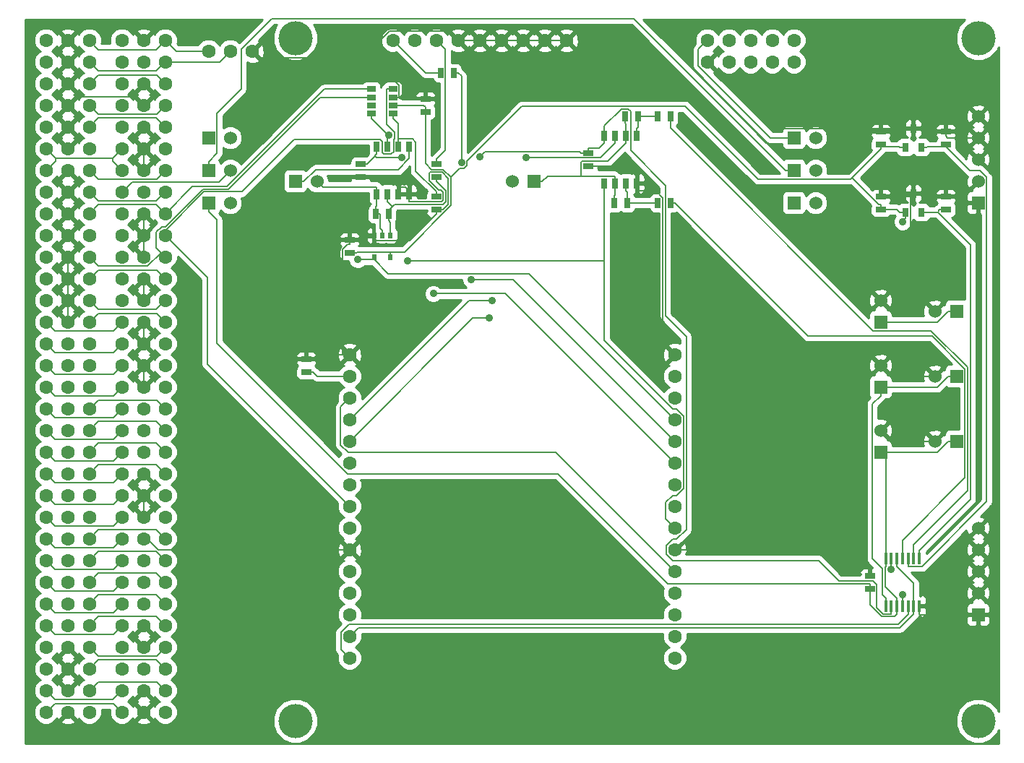
<source format=gtl>
G04 (created by PCBNEW (2013-05-31 BZR 4019)-stable) date 8/21/2013 10:35:06 AM*
%MOIN*%
G04 Gerber Fmt 3.4, Leading zero omitted, Abs format*
%FSLAX34Y34*%
G01*
G70*
G90*
G04 APERTURE LIST*
%ADD10C,0.00590551*%
%ADD11C,0.0629921*%
%ADD12R,0.017X0.055*%
%ADD13R,0.02X0.03*%
%ADD14R,0.0315X0.0394*%
%ADD15R,0.025X0.05*%
%ADD16R,0.045X0.025*%
%ADD17R,0.025X0.045*%
%ADD18R,0.06X0.06*%
%ADD19C,0.06*%
%ADD20R,0.0394X0.0276*%
%ADD21C,0.15748*%
%ADD22C,0.035*%
%ADD23C,0.006*%
%ADD24C,0.01*%
G04 APERTURE END LIST*
G54D10*
G54D11*
X22500Y-18000D03*
X22500Y-19000D03*
X22500Y-17000D03*
X22500Y-13000D03*
X22500Y-14000D03*
X22500Y-12000D03*
X23500Y-30000D03*
X23500Y-29000D03*
X23500Y-28000D03*
X23500Y-27000D03*
X23500Y-31000D03*
X23500Y-32000D03*
X23500Y-33000D03*
X23500Y-34000D03*
X23500Y-42000D03*
X23500Y-41000D03*
X23500Y-40000D03*
X23500Y-39000D03*
X23500Y-35000D03*
X23500Y-36000D03*
X23500Y-37000D03*
X23500Y-38000D03*
X23500Y-22000D03*
X23500Y-21000D03*
X23500Y-20000D03*
X23500Y-19000D03*
X23500Y-23000D03*
X23500Y-24000D03*
X23500Y-25000D03*
X23500Y-26000D03*
X23500Y-18000D03*
X23500Y-17000D03*
X23500Y-16000D03*
X23500Y-15000D03*
X24500Y-11000D03*
X24500Y-12000D03*
X24500Y-13000D03*
X24500Y-14000D03*
X24500Y-15000D03*
X24500Y-16000D03*
X24500Y-17000D03*
X24500Y-18000D03*
X24500Y-19000D03*
X24500Y-20000D03*
X24500Y-21000D03*
X24500Y-22000D03*
X24500Y-23000D03*
X24500Y-24000D03*
X24500Y-25000D03*
X24500Y-26000D03*
X24500Y-27000D03*
X24500Y-28000D03*
X24500Y-29000D03*
X24500Y-30000D03*
X24500Y-31000D03*
X24500Y-32000D03*
X24500Y-33000D03*
X24500Y-34000D03*
X24500Y-35000D03*
X24500Y-36000D03*
X24500Y-37000D03*
X24500Y-38000D03*
X24500Y-39000D03*
X24500Y-40000D03*
X24500Y-41000D03*
X24500Y-42000D03*
X23500Y-11000D03*
X23500Y-12000D03*
X23500Y-13000D03*
X23500Y-14000D03*
X22500Y-11000D03*
X22500Y-15000D03*
X22500Y-16000D03*
X22500Y-20000D03*
X22500Y-21000D03*
X22500Y-22000D03*
X22500Y-23000D03*
X22500Y-24000D03*
X22500Y-25000D03*
X22500Y-26000D03*
X22500Y-27000D03*
X22500Y-28000D03*
X22500Y-29000D03*
X22500Y-30000D03*
X22500Y-31000D03*
X22500Y-32000D03*
X22500Y-33000D03*
X22500Y-34000D03*
X22500Y-35000D03*
X22500Y-36000D03*
X22500Y-37000D03*
X22500Y-38000D03*
X22500Y-39000D03*
X22500Y-40000D03*
X22500Y-41000D03*
X22500Y-42000D03*
X26000Y-18000D03*
X26000Y-19000D03*
X26000Y-17000D03*
X26000Y-13000D03*
X26000Y-14000D03*
X26000Y-12000D03*
X27000Y-30000D03*
X27000Y-29000D03*
X27000Y-28000D03*
X27000Y-27000D03*
X27000Y-31000D03*
X27000Y-32000D03*
X27000Y-33000D03*
X27000Y-34000D03*
X27000Y-42000D03*
X27000Y-41000D03*
X27000Y-40000D03*
X27000Y-39000D03*
X27000Y-35000D03*
X27000Y-36000D03*
X27000Y-37000D03*
X27000Y-38000D03*
X27000Y-22000D03*
X27000Y-21000D03*
X27000Y-20000D03*
X27000Y-19000D03*
X27000Y-23000D03*
X27000Y-24000D03*
X27000Y-25000D03*
X27000Y-26000D03*
X27000Y-18000D03*
X27000Y-17000D03*
X27000Y-16000D03*
X27000Y-15000D03*
X28000Y-11000D03*
X28000Y-12000D03*
X28000Y-13000D03*
X28000Y-14000D03*
X28000Y-15000D03*
X28000Y-16000D03*
X28000Y-17000D03*
X28000Y-18000D03*
X28000Y-19000D03*
X28000Y-20000D03*
X28000Y-21000D03*
X28000Y-22000D03*
X28000Y-23000D03*
X28000Y-24000D03*
X28000Y-25000D03*
X28000Y-26000D03*
X28000Y-27000D03*
X28000Y-28000D03*
X28000Y-29000D03*
X28000Y-30000D03*
X28000Y-31000D03*
X28000Y-32000D03*
X28000Y-33000D03*
X28000Y-34000D03*
X28000Y-35000D03*
X28000Y-36000D03*
X28000Y-37000D03*
X28000Y-38000D03*
X28000Y-39000D03*
X28000Y-40000D03*
X28000Y-41000D03*
X28000Y-42000D03*
X27000Y-11000D03*
X27000Y-12000D03*
X27000Y-13000D03*
X27000Y-14000D03*
X26000Y-11000D03*
X26000Y-15000D03*
X26000Y-16000D03*
X26000Y-20000D03*
X26000Y-21000D03*
X26000Y-22000D03*
X26000Y-23000D03*
X26000Y-24000D03*
X26000Y-25000D03*
X26000Y-26000D03*
X26000Y-27000D03*
X26000Y-28000D03*
X26000Y-29000D03*
X26000Y-30000D03*
X26000Y-31000D03*
X26000Y-32000D03*
X26000Y-33000D03*
X26000Y-34000D03*
X26000Y-35000D03*
X26000Y-36000D03*
X26000Y-37000D03*
X26000Y-38000D03*
X26000Y-39000D03*
X26000Y-40000D03*
X26000Y-41000D03*
X26000Y-42000D03*
X30000Y-11500D03*
X31000Y-11500D03*
X32000Y-11500D03*
G54D12*
X61240Y-37100D03*
X61490Y-37100D03*
X61750Y-37100D03*
X62000Y-37100D03*
X62260Y-37100D03*
X62515Y-37100D03*
X62770Y-37100D03*
X62770Y-34900D03*
X62515Y-34900D03*
X62260Y-34900D03*
X62000Y-34900D03*
X61745Y-34900D03*
X61490Y-34900D03*
X61235Y-34900D03*
G54D13*
X38375Y-20000D03*
X37625Y-20000D03*
X38375Y-21000D03*
X38000Y-20000D03*
X37625Y-21000D03*
G54D14*
X62500Y-15067D03*
X62875Y-15933D03*
X62125Y-15933D03*
X62500Y-18067D03*
X62875Y-18933D03*
X62125Y-18933D03*
G54D15*
X37750Y-18100D03*
X38250Y-18100D03*
X38750Y-18100D03*
X39250Y-18100D03*
X39250Y-15900D03*
X38750Y-15900D03*
X38250Y-15900D03*
X37750Y-15900D03*
X48250Y-17600D03*
X48750Y-17600D03*
X49250Y-17600D03*
X49750Y-17600D03*
X49750Y-15400D03*
X49250Y-15400D03*
X48750Y-15400D03*
X48250Y-15400D03*
G54D16*
X64000Y-18800D03*
X64000Y-18200D03*
X37000Y-16700D03*
X37000Y-17300D03*
X36500Y-20800D03*
X36500Y-20200D03*
X40000Y-14300D03*
X40000Y-13700D03*
X47500Y-16200D03*
X47500Y-16800D03*
X61000Y-15800D03*
X61000Y-15200D03*
X61000Y-18800D03*
X61000Y-18200D03*
X64000Y-15800D03*
X64000Y-15200D03*
X60500Y-36300D03*
X60500Y-35700D03*
G54D17*
X41300Y-12500D03*
X40700Y-12500D03*
G54D16*
X40500Y-16700D03*
X40500Y-17300D03*
X34500Y-26300D03*
X34500Y-25700D03*
G54D17*
X51300Y-14500D03*
X50700Y-14500D03*
X51300Y-18500D03*
X50700Y-18500D03*
X49200Y-14500D03*
X49800Y-14500D03*
X48700Y-18500D03*
X49300Y-18500D03*
X38300Y-19000D03*
X37700Y-19000D03*
G54D16*
X40500Y-18800D03*
X40500Y-18200D03*
G54D18*
X65500Y-18500D03*
G54D19*
X65500Y-17500D03*
X65500Y-16500D03*
X65500Y-15500D03*
X65500Y-14500D03*
G54D18*
X65500Y-37500D03*
G54D19*
X65500Y-36500D03*
X65500Y-35500D03*
X65500Y-34500D03*
X65500Y-33500D03*
G54D18*
X64500Y-29500D03*
G54D19*
X63500Y-29500D03*
G54D18*
X30000Y-18500D03*
G54D19*
X31000Y-18500D03*
G54D18*
X30000Y-17000D03*
G54D19*
X31000Y-17000D03*
G54D18*
X30000Y-15500D03*
G54D19*
X31000Y-15500D03*
G54D18*
X45000Y-17500D03*
G54D19*
X44000Y-17500D03*
G54D18*
X34000Y-17500D03*
G54D19*
X35000Y-17500D03*
G54D18*
X64500Y-23500D03*
G54D19*
X63500Y-23500D03*
G54D18*
X64500Y-26500D03*
G54D19*
X63500Y-26500D03*
G54D18*
X57000Y-15500D03*
G54D19*
X58000Y-15500D03*
G54D18*
X57000Y-17000D03*
G54D19*
X58000Y-17000D03*
G54D18*
X57000Y-18500D03*
G54D19*
X58000Y-18500D03*
G54D11*
X53000Y-12000D03*
X53000Y-11000D03*
X54000Y-12000D03*
X54000Y-11000D03*
X55000Y-12000D03*
X55000Y-11000D03*
X56000Y-12000D03*
X56000Y-11000D03*
X57000Y-12000D03*
X57000Y-11000D03*
X36500Y-25500D03*
X36500Y-26500D03*
X36500Y-27500D03*
X36500Y-28500D03*
X36500Y-29500D03*
X36500Y-30500D03*
X36500Y-31500D03*
X36500Y-32500D03*
X36500Y-33500D03*
X36500Y-34500D03*
X36500Y-35500D03*
X36500Y-36500D03*
X36500Y-37500D03*
X36500Y-38500D03*
X36500Y-39500D03*
X51500Y-39500D03*
X51500Y-38500D03*
X51500Y-37500D03*
X51500Y-36500D03*
X51500Y-35500D03*
X51500Y-34500D03*
X51500Y-33500D03*
X51500Y-32500D03*
X51500Y-31500D03*
X51500Y-30500D03*
X51500Y-29500D03*
X51500Y-28500D03*
X51500Y-27500D03*
X51500Y-26500D03*
X51500Y-25500D03*
G54D18*
X61000Y-30000D03*
G54D19*
X61000Y-29000D03*
G54D18*
X61000Y-24000D03*
G54D19*
X61000Y-23000D03*
G54D18*
X61000Y-27000D03*
G54D19*
X61000Y-26000D03*
G54D11*
X38500Y-11000D03*
X39500Y-11000D03*
X40500Y-11000D03*
X41500Y-11000D03*
X42500Y-11000D03*
X43500Y-11000D03*
X44500Y-11000D03*
X45500Y-11000D03*
X46500Y-11000D03*
G54D20*
X37500Y-14375D03*
X37500Y-14000D03*
X37500Y-13625D03*
X38500Y-13625D03*
X38500Y-14000D03*
X38500Y-14375D03*
X37500Y-13250D03*
X38500Y-13250D03*
G54D21*
X65500Y-42400D03*
X65500Y-10900D03*
X34000Y-42400D03*
X34000Y-10900D03*
G54D22*
X43069Y-22997D03*
X42955Y-23814D03*
X38297Y-15377D03*
X41659Y-16649D03*
X42100Y-22035D03*
X39188Y-21171D03*
X44655Y-16415D03*
X40364Y-22682D03*
X42496Y-16381D03*
X38917Y-16400D03*
X61490Y-35420D03*
X62003Y-19370D03*
X62003Y-36588D03*
X36879Y-21120D03*
G54D23*
X64000Y-15800D02*
X64000Y-15907D01*
X62875Y-15932D02*
X63122Y-15932D01*
X62260Y-34900D02*
X62260Y-35265D01*
X63148Y-15907D02*
X64000Y-15907D01*
X63122Y-15932D02*
X63148Y-15907D01*
X62911Y-35265D02*
X62260Y-35265D01*
X65890Y-32286D02*
X62911Y-35265D01*
X65890Y-17321D02*
X65890Y-32286D01*
X65568Y-17000D02*
X65890Y-17321D01*
X65092Y-17000D02*
X65568Y-17000D01*
X64000Y-15907D02*
X65092Y-17000D01*
X62875Y-18932D02*
X63122Y-18932D01*
X62770Y-34900D02*
X62770Y-34534D01*
X63627Y-18932D02*
X63122Y-18932D01*
X63684Y-18875D02*
X63627Y-18932D01*
X63684Y-18800D02*
X63684Y-18875D01*
X65143Y-32161D02*
X62770Y-34534D01*
X65143Y-20448D02*
X65143Y-32161D01*
X63627Y-18932D02*
X65143Y-20448D01*
X64000Y-18800D02*
X63684Y-18800D01*
X51300Y-18500D02*
X51515Y-18500D01*
X62000Y-34067D02*
X62000Y-34900D01*
X64890Y-31177D02*
X62000Y-34067D01*
X64890Y-26158D02*
X64890Y-31177D01*
X63362Y-24630D02*
X64890Y-26158D01*
X57645Y-24630D02*
X63362Y-24630D01*
X51515Y-18500D02*
X57645Y-24630D01*
X62515Y-34266D02*
X62515Y-34900D01*
X65010Y-31771D02*
X62515Y-34266D01*
X65010Y-26081D02*
X65010Y-31771D01*
X63319Y-24390D02*
X65010Y-26081D01*
X60640Y-24390D02*
X63319Y-24390D01*
X51300Y-15050D02*
X60640Y-24390D01*
X51300Y-14500D02*
X51300Y-15050D01*
X45500Y-11000D02*
X44500Y-11000D01*
X44500Y-11000D02*
X43500Y-11000D01*
X46500Y-11000D02*
X45500Y-11000D01*
X65500Y-18500D02*
X65109Y-18500D01*
X27000Y-19000D02*
X27000Y-20000D01*
X27000Y-20000D02*
X27000Y-21000D01*
X23500Y-23000D02*
X23500Y-24000D01*
X23500Y-21000D02*
X23500Y-22000D01*
X23500Y-22000D02*
X23500Y-23000D01*
X64809Y-18190D02*
X65500Y-17500D01*
X64809Y-18200D02*
X64809Y-18190D01*
X64000Y-18200D02*
X64809Y-18200D01*
X64809Y-18200D02*
X65109Y-18500D01*
X27000Y-27000D02*
X27000Y-26000D01*
X27000Y-23000D02*
X27000Y-22000D01*
X61000Y-18200D02*
X61315Y-18200D01*
X62500Y-18067D02*
X62500Y-18138D01*
X63623Y-18138D02*
X63684Y-18200D01*
X62500Y-18138D02*
X63623Y-18138D01*
X64000Y-18200D02*
X63684Y-18200D01*
X27000Y-17000D02*
X27000Y-16000D01*
X39079Y-17759D02*
X38750Y-17759D01*
X39250Y-17929D02*
X39079Y-17759D01*
X38750Y-18100D02*
X38750Y-17759D01*
X43500Y-11000D02*
X42500Y-11000D01*
X61500Y-26500D02*
X63500Y-26500D01*
X61000Y-26000D02*
X61500Y-26500D01*
X64000Y-15200D02*
X63684Y-15200D01*
X64084Y-15500D02*
X64000Y-15415D01*
X65500Y-15500D02*
X64084Y-15500D01*
X64000Y-15200D02*
X64000Y-15415D01*
X39250Y-18100D02*
X39250Y-17929D01*
X27000Y-24000D02*
X27000Y-25000D01*
X26593Y-13406D02*
X26593Y-13593D01*
X27000Y-13000D02*
X26593Y-13406D01*
X26593Y-13593D02*
X27000Y-14000D01*
X23906Y-13406D02*
X23500Y-13000D01*
X23906Y-13593D02*
X23906Y-13406D01*
X26593Y-13593D02*
X23906Y-13593D01*
X23906Y-13593D02*
X23500Y-14000D01*
X38290Y-17300D02*
X38750Y-17759D01*
X37000Y-17300D02*
X38290Y-17300D01*
X39250Y-18100D02*
X39250Y-18440D01*
X61000Y-15200D02*
X61000Y-15067D01*
X63551Y-15067D02*
X62500Y-15067D01*
X63684Y-15200D02*
X63551Y-15067D01*
X62500Y-15067D02*
X61000Y-15067D01*
X56067Y-15067D02*
X61000Y-15067D01*
X53000Y-12000D02*
X56067Y-15067D01*
X27000Y-32000D02*
X27000Y-33000D01*
X27669Y-34500D02*
X36500Y-34500D01*
X27169Y-34000D02*
X27669Y-34500D01*
X27000Y-34000D02*
X27169Y-34000D01*
X60500Y-35700D02*
X60500Y-35484D01*
X62804Y-37500D02*
X62770Y-37465D01*
X65500Y-37500D02*
X62804Y-37500D01*
X62770Y-37100D02*
X62770Y-37465D01*
X40500Y-18800D02*
X40815Y-18800D01*
X34500Y-25700D02*
X34815Y-25700D01*
X37625Y-20000D02*
X37625Y-20120D01*
X36500Y-20200D02*
X36815Y-20200D01*
X36500Y-20200D02*
X36500Y-20415D01*
X36392Y-20415D02*
X36500Y-20415D01*
X36178Y-20629D02*
X36392Y-20415D01*
X36178Y-25500D02*
X36178Y-20629D01*
X36500Y-25500D02*
X36178Y-25500D01*
X35015Y-25500D02*
X34815Y-25700D01*
X36178Y-25500D02*
X35015Y-25500D01*
X42500Y-11000D02*
X41500Y-11000D01*
X40500Y-18800D02*
X40500Y-19015D01*
X36895Y-20120D02*
X37625Y-20120D01*
X36815Y-20200D02*
X36895Y-20120D01*
X39274Y-20240D02*
X40500Y-19015D01*
X37745Y-20240D02*
X39274Y-20240D01*
X37625Y-20120D02*
X37745Y-20240D01*
X38500Y-13625D02*
X38787Y-13625D01*
X39609Y-13625D02*
X39684Y-13700D01*
X38787Y-13625D02*
X39609Y-13625D01*
X41087Y-10587D02*
X41500Y-11000D01*
X38331Y-10587D02*
X41087Y-10587D01*
X37519Y-11400D02*
X38331Y-10587D01*
X37519Y-11796D02*
X37519Y-11400D01*
X32296Y-11796D02*
X37519Y-11796D01*
X32000Y-11500D02*
X32296Y-11796D01*
X38787Y-13064D02*
X38787Y-13625D01*
X37519Y-11796D02*
X38787Y-13064D01*
X61500Y-29500D02*
X63500Y-29500D01*
X61000Y-29000D02*
X61500Y-29500D01*
X59515Y-27484D02*
X61000Y-26000D01*
X59515Y-34500D02*
X59515Y-27484D01*
X51500Y-34500D02*
X59515Y-34500D01*
X59515Y-34500D02*
X60500Y-35484D01*
X62500Y-18138D02*
X62500Y-18174D01*
X62464Y-18210D02*
X62389Y-18210D01*
X62500Y-18174D02*
X62464Y-18210D01*
X61325Y-18210D02*
X61315Y-18200D01*
X62389Y-18210D02*
X61325Y-18210D01*
X62389Y-22394D02*
X62389Y-18210D01*
X62394Y-22394D02*
X62389Y-22394D01*
X63500Y-23500D02*
X62394Y-22394D01*
X61605Y-22394D02*
X61000Y-23000D01*
X62389Y-22394D02*
X61605Y-22394D01*
X49290Y-16800D02*
X47500Y-16800D01*
X49750Y-17259D02*
X49290Y-16800D01*
X49750Y-17600D02*
X49750Y-17259D01*
X40000Y-13700D02*
X39684Y-13700D01*
X40757Y-18440D02*
X39250Y-18440D01*
X40815Y-18382D02*
X40757Y-18440D01*
X40815Y-18012D02*
X40815Y-18382D01*
X40717Y-17915D02*
X40815Y-18012D01*
X40620Y-17915D02*
X40717Y-17915D01*
X40173Y-17468D02*
X40620Y-17915D01*
X40173Y-17132D02*
X40173Y-17468D01*
X40220Y-17084D02*
X40173Y-17132D01*
X40764Y-17084D02*
X40220Y-17084D01*
X41055Y-17376D02*
X40764Y-17084D01*
X41055Y-18559D02*
X41055Y-17376D01*
X40815Y-18800D02*
X41055Y-18559D01*
X50628Y-17940D02*
X49750Y-17940D01*
X50950Y-18261D02*
X50628Y-17940D01*
X50950Y-24950D02*
X50950Y-18261D01*
X51500Y-25500D02*
X50950Y-24950D01*
X49750Y-17600D02*
X49750Y-17940D01*
X42002Y-22997D02*
X43069Y-22997D01*
X36500Y-28500D02*
X42002Y-22997D01*
X42185Y-23814D02*
X42955Y-23814D01*
X36500Y-29500D02*
X42185Y-23814D01*
X38250Y-15377D02*
X38297Y-15377D01*
X38250Y-15377D02*
X38250Y-15900D01*
X38250Y-15353D02*
X38250Y-15377D01*
X37500Y-14603D02*
X38250Y-15353D01*
X37500Y-14375D02*
X37500Y-14603D01*
X26000Y-16000D02*
X25560Y-16439D01*
X25560Y-16560D02*
X26000Y-17000D01*
X25560Y-16439D02*
X25560Y-16560D01*
X22939Y-16560D02*
X22500Y-17000D01*
X22939Y-16439D02*
X22939Y-16560D01*
X25560Y-16439D02*
X22939Y-16439D01*
X22939Y-16439D02*
X22500Y-16000D01*
X26474Y-17525D02*
X26000Y-18000D01*
X30474Y-17525D02*
X26474Y-17525D01*
X31000Y-17000D02*
X30474Y-17525D01*
X40000Y-12500D02*
X40700Y-12500D01*
X38500Y-11000D02*
X40000Y-12500D01*
X24921Y-37578D02*
X24500Y-38000D01*
X27578Y-37578D02*
X24921Y-37578D01*
X28000Y-38000D02*
X27578Y-37578D01*
X24921Y-35578D02*
X24500Y-36000D01*
X27578Y-35578D02*
X24921Y-35578D01*
X28000Y-36000D02*
X27578Y-35578D01*
X22906Y-31406D02*
X22500Y-31000D01*
X25593Y-31406D02*
X22906Y-31406D01*
X26000Y-31000D02*
X25593Y-31406D01*
X24921Y-36578D02*
X24500Y-37000D01*
X27578Y-36578D02*
X24921Y-36578D01*
X28000Y-37000D02*
X27578Y-36578D01*
X22906Y-32406D02*
X22500Y-32000D01*
X25593Y-32406D02*
X22906Y-32406D01*
X26000Y-32000D02*
X25593Y-32406D01*
X24905Y-27594D02*
X24500Y-28000D01*
X27594Y-27594D02*
X24905Y-27594D01*
X28000Y-28000D02*
X27594Y-27594D01*
X22906Y-41593D02*
X22500Y-42000D01*
X25593Y-41593D02*
X22906Y-41593D01*
X26000Y-42000D02*
X25593Y-41593D01*
X22906Y-33406D02*
X22500Y-33000D01*
X25593Y-33406D02*
X22906Y-33406D01*
X26000Y-33000D02*
X25593Y-33406D01*
X24921Y-28578D02*
X24500Y-29000D01*
X27578Y-28578D02*
X24921Y-28578D01*
X28000Y-29000D02*
X27578Y-28578D01*
X24906Y-39406D02*
X24500Y-39000D01*
X27593Y-39406D02*
X24906Y-39406D01*
X28000Y-39000D02*
X27593Y-39406D01*
X22906Y-24406D02*
X22500Y-24000D01*
X25593Y-24406D02*
X22906Y-24406D01*
X26000Y-24000D02*
X25593Y-24406D01*
X22906Y-34406D02*
X22500Y-34000D01*
X25593Y-34406D02*
X22906Y-34406D01*
X26000Y-34000D02*
X25593Y-34406D01*
X34000Y-17500D02*
X34390Y-17500D01*
X39250Y-15900D02*
X39250Y-16240D01*
X39250Y-16443D02*
X39250Y-16240D01*
X38728Y-16964D02*
X39250Y-16443D01*
X34925Y-16964D02*
X38728Y-16964D01*
X34390Y-17500D02*
X34925Y-16964D01*
X22905Y-38405D02*
X22500Y-38000D01*
X25594Y-38405D02*
X22905Y-38405D01*
X26000Y-38000D02*
X25594Y-38405D01*
X24906Y-21593D02*
X24500Y-22000D01*
X27593Y-21593D02*
X24906Y-21593D01*
X28000Y-22000D02*
X27593Y-21593D01*
X22906Y-27406D02*
X22500Y-27000D01*
X25593Y-27406D02*
X22906Y-27406D01*
X26000Y-27000D02*
X25593Y-27406D01*
X22906Y-37406D02*
X22500Y-37000D01*
X25593Y-37406D02*
X22906Y-37406D01*
X26000Y-37000D02*
X25593Y-37406D01*
X24914Y-23414D02*
X24500Y-23000D01*
X27585Y-23414D02*
X24914Y-23414D01*
X28000Y-23000D02*
X27585Y-23414D01*
X41659Y-12643D02*
X41515Y-12500D01*
X41659Y-16649D02*
X41659Y-12643D01*
X41300Y-12500D02*
X41515Y-12500D01*
X22906Y-28406D02*
X22500Y-28000D01*
X25593Y-28406D02*
X22906Y-28406D01*
X26000Y-28000D02*
X25593Y-28406D01*
X24906Y-23593D02*
X24500Y-24000D01*
X27593Y-23593D02*
X24906Y-23593D01*
X28000Y-24000D02*
X27593Y-23593D01*
X24921Y-33578D02*
X24500Y-34000D01*
X27578Y-33578D02*
X24921Y-33578D01*
X28000Y-34000D02*
X27578Y-33578D01*
X22906Y-29406D02*
X22500Y-29000D01*
X25593Y-29406D02*
X22906Y-29406D01*
X26000Y-29000D02*
X25593Y-29406D01*
X22914Y-41414D02*
X22500Y-41000D01*
X25585Y-41414D02*
X22914Y-41414D01*
X26000Y-41000D02*
X25585Y-41414D01*
X24921Y-34578D02*
X24500Y-35000D01*
X27578Y-34578D02*
X24921Y-34578D01*
X28000Y-35000D02*
X27578Y-34578D01*
X22906Y-30406D02*
X22500Y-30000D01*
X25593Y-30406D02*
X22906Y-30406D01*
X26000Y-30000D02*
X25593Y-30406D01*
X38500Y-14375D02*
X38500Y-14603D01*
X40500Y-18200D02*
X40500Y-17984D01*
X39409Y-15550D02*
X38750Y-15550D01*
X39549Y-15690D02*
X39409Y-15550D01*
X39549Y-17034D02*
X39549Y-15690D01*
X40500Y-17984D02*
X39549Y-17034D01*
X38750Y-14853D02*
X38750Y-15550D01*
X38500Y-14603D02*
X38750Y-14853D01*
X38750Y-15550D02*
X38750Y-15900D01*
X38375Y-19390D02*
X38375Y-20000D01*
X38300Y-19315D02*
X38375Y-19390D01*
X38300Y-19000D02*
X38300Y-19315D01*
X38300Y-19000D02*
X38300Y-18842D01*
X40500Y-17300D02*
X40500Y-17515D01*
X38250Y-18100D02*
X38250Y-18440D01*
X38476Y-18666D02*
X38250Y-18440D01*
X38300Y-18842D02*
X38476Y-18666D01*
X40935Y-17950D02*
X40500Y-17515D01*
X40935Y-18432D02*
X40935Y-17950D01*
X40806Y-18561D02*
X40935Y-18432D01*
X38581Y-18561D02*
X40806Y-18561D01*
X38476Y-18666D02*
X38581Y-18561D01*
X37915Y-19675D02*
X38000Y-19759D01*
X37915Y-19000D02*
X37915Y-19675D01*
X37700Y-19000D02*
X37915Y-19000D01*
X38000Y-20000D02*
X38000Y-19759D01*
X37750Y-18634D02*
X37700Y-18684D01*
X37750Y-18100D02*
X37750Y-18634D01*
X37700Y-19000D02*
X37700Y-18684D01*
X35259Y-17759D02*
X37750Y-17759D01*
X35000Y-17500D02*
X35259Y-17759D01*
X37750Y-18100D02*
X37750Y-17759D01*
X22906Y-36406D02*
X22500Y-36000D01*
X25593Y-36406D02*
X22906Y-36406D01*
X26000Y-36000D02*
X25593Y-36406D01*
X24921Y-30578D02*
X24500Y-31000D01*
X27578Y-30578D02*
X24921Y-30578D01*
X28000Y-31000D02*
X27578Y-30578D01*
X24906Y-40593D02*
X24500Y-41000D01*
X27593Y-40593D02*
X24906Y-40593D01*
X28000Y-41000D02*
X27593Y-40593D01*
X22906Y-26406D02*
X22500Y-26000D01*
X25593Y-26406D02*
X22906Y-26406D01*
X26000Y-26000D02*
X25593Y-26406D01*
X24921Y-29578D02*
X24500Y-30000D01*
X27578Y-29578D02*
X24921Y-29578D01*
X28000Y-30000D02*
X27578Y-29578D01*
X24914Y-39585D02*
X24500Y-40000D01*
X27585Y-39585D02*
X24914Y-39585D01*
X28000Y-40000D02*
X27585Y-39585D01*
X22906Y-25406D02*
X22500Y-25000D01*
X25593Y-25406D02*
X22906Y-25406D01*
X26000Y-25000D02*
X25593Y-25406D01*
X22906Y-35406D02*
X22500Y-35000D01*
X25593Y-35406D02*
X22906Y-35406D01*
X26000Y-35000D02*
X25593Y-35406D01*
X49200Y-14500D02*
X49200Y-14815D01*
X49250Y-14865D02*
X49250Y-15400D01*
X49200Y-14815D02*
X49250Y-14865D01*
X48750Y-18134D02*
X48750Y-17600D01*
X48700Y-18184D02*
X48750Y-18134D01*
X48700Y-18500D02*
X48700Y-18184D01*
X45000Y-17500D02*
X45390Y-17500D01*
X48750Y-17600D02*
X48750Y-17289D01*
X49250Y-15400D02*
X49250Y-15740D01*
X48405Y-16584D02*
X49250Y-15740D01*
X47215Y-16584D02*
X48405Y-16584D01*
X47173Y-16626D02*
X47215Y-16584D01*
X47173Y-17259D02*
X47173Y-16626D01*
X45630Y-17259D02*
X47173Y-17259D01*
X45390Y-17500D02*
X45630Y-17259D01*
X48719Y-17259D02*
X48750Y-17289D01*
X47173Y-17259D02*
X48719Y-17259D01*
X49250Y-17600D02*
X49250Y-17940D01*
X49300Y-17990D02*
X49250Y-17940D01*
X49300Y-18500D02*
X49300Y-17990D01*
X50700Y-18500D02*
X50484Y-18500D01*
X49300Y-18500D02*
X50484Y-18500D01*
X50700Y-14500D02*
X50484Y-14500D01*
X49800Y-14500D02*
X50484Y-14500D01*
X49750Y-15400D02*
X49750Y-15059D01*
X49800Y-15009D02*
X49750Y-15059D01*
X49800Y-14500D02*
X49800Y-15009D01*
X40915Y-16069D02*
X40500Y-16484D01*
X40915Y-11415D02*
X40915Y-16069D01*
X40500Y-11000D02*
X40915Y-11415D01*
X40500Y-16700D02*
X40500Y-16484D01*
X62515Y-36035D02*
X61745Y-35265D01*
X62515Y-37100D02*
X62515Y-36035D01*
X61745Y-34900D02*
X61745Y-35265D01*
X61885Y-38094D02*
X62515Y-37465D01*
X36905Y-38094D02*
X61885Y-38094D01*
X36500Y-38500D02*
X36905Y-38094D01*
X62515Y-37100D02*
X62515Y-37465D01*
X30500Y-12000D02*
X28000Y-12000D01*
X31000Y-11500D02*
X30500Y-12000D01*
X24909Y-12409D02*
X24500Y-12000D01*
X27590Y-12409D02*
X24909Y-12409D01*
X28000Y-12000D02*
X27590Y-12409D01*
X44035Y-22035D02*
X42100Y-22035D01*
X51500Y-29500D02*
X44035Y-22035D01*
X29936Y-25936D02*
X36500Y-32500D01*
X29936Y-21936D02*
X29936Y-25936D01*
X28000Y-20000D02*
X29936Y-21936D01*
X28000Y-19764D02*
X28000Y-20000D01*
X29779Y-17985D02*
X28000Y-19764D01*
X31528Y-17985D02*
X29779Y-17985D01*
X33954Y-15559D02*
X31528Y-17985D01*
X37911Y-15559D02*
X33954Y-15559D01*
X38018Y-15665D02*
X37911Y-15559D01*
X38018Y-16175D02*
X38018Y-15665D01*
X38083Y-16240D02*
X38018Y-16175D01*
X38424Y-16240D02*
X38083Y-16240D01*
X38534Y-16130D02*
X38424Y-16240D01*
X38534Y-15584D02*
X38534Y-16130D01*
X38583Y-15536D02*
X38534Y-15584D01*
X38583Y-15253D02*
X38583Y-15536D01*
X38212Y-14883D02*
X38583Y-15253D01*
X38212Y-13250D02*
X38212Y-14883D01*
X38500Y-13250D02*
X38212Y-13250D01*
X24911Y-18588D02*
X24500Y-19000D01*
X27588Y-18588D02*
X24911Y-18588D01*
X28000Y-19000D02*
X27588Y-18588D01*
X29255Y-17744D02*
X28000Y-19000D01*
X30847Y-17744D02*
X29255Y-17744D01*
X35342Y-13250D02*
X30847Y-17744D01*
X37500Y-13250D02*
X35342Y-13250D01*
X24914Y-21414D02*
X24500Y-21000D01*
X27184Y-21414D02*
X24914Y-21414D01*
X27799Y-20799D02*
X27184Y-21414D01*
X27799Y-20799D02*
X28000Y-21000D01*
X27582Y-20582D02*
X27799Y-20799D01*
X27582Y-19841D02*
X27582Y-20582D01*
X27828Y-19594D02*
X27582Y-19841D01*
X27999Y-19594D02*
X27828Y-19594D01*
X29729Y-17865D02*
X27999Y-19594D01*
X30897Y-17865D02*
X29729Y-17865D01*
X35137Y-13625D02*
X30897Y-17865D01*
X37500Y-13625D02*
X35137Y-13625D01*
X24906Y-12593D02*
X24500Y-13000D01*
X27593Y-12593D02*
X24906Y-12593D01*
X28000Y-13000D02*
X27593Y-12593D01*
X48250Y-21171D02*
X39188Y-21171D01*
X48250Y-24840D02*
X48250Y-21171D01*
X51409Y-28000D02*
X48250Y-24840D01*
X51580Y-28000D02*
X51409Y-28000D01*
X51907Y-28326D02*
X51580Y-28000D01*
X51907Y-31675D02*
X51907Y-28326D01*
X51582Y-32000D02*
X51907Y-31675D01*
X51402Y-32000D02*
X51582Y-32000D01*
X51083Y-32318D02*
X51402Y-32000D01*
X51083Y-33083D02*
X51083Y-32318D01*
X51500Y-33500D02*
X51083Y-33083D01*
X48250Y-21171D02*
X48250Y-17600D01*
X24906Y-14406D02*
X24500Y-14000D01*
X27593Y-14406D02*
X24906Y-14406D01*
X28000Y-14000D02*
X27593Y-14406D01*
X48750Y-15400D02*
X48750Y-15740D01*
X48074Y-16415D02*
X44655Y-16415D01*
X48750Y-15740D02*
X48074Y-16415D01*
X24922Y-11422D02*
X24500Y-11000D01*
X27577Y-11422D02*
X24922Y-11422D01*
X28000Y-11000D02*
X27577Y-11422D01*
X28500Y-11500D02*
X28000Y-11000D01*
X30000Y-11500D02*
X28500Y-11500D01*
X40364Y-22682D02*
X40364Y-22682D01*
X43682Y-22682D02*
X40364Y-22682D01*
X51500Y-30500D02*
X43682Y-22682D01*
X64500Y-26500D02*
X64109Y-26500D01*
X63609Y-27000D02*
X61000Y-27000D01*
X64109Y-26500D02*
X63609Y-27000D01*
X61000Y-27000D02*
X61000Y-27390D01*
X61064Y-36559D02*
X61240Y-36734D01*
X61064Y-35370D02*
X61064Y-36559D01*
X60609Y-34915D02*
X61064Y-35370D01*
X60609Y-27780D02*
X60609Y-34915D01*
X61000Y-27390D02*
X60609Y-27780D01*
X61240Y-37100D02*
X61240Y-36734D01*
X30390Y-16219D02*
X30000Y-16609D01*
X30390Y-14358D02*
X30390Y-16219D01*
X31500Y-13248D02*
X30390Y-14358D01*
X31500Y-11421D02*
X31500Y-13248D01*
X32914Y-10006D02*
X31500Y-11421D01*
X49616Y-10006D02*
X32914Y-10006D01*
X56609Y-17000D02*
X49616Y-10006D01*
X57000Y-17000D02*
X56609Y-17000D01*
X30000Y-17000D02*
X30000Y-16609D01*
X37750Y-15900D02*
X37750Y-16240D01*
X37000Y-16700D02*
X37315Y-16700D01*
X37315Y-16700D02*
X37684Y-16330D01*
X37684Y-16305D02*
X37750Y-16240D01*
X37684Y-16330D02*
X37684Y-16305D01*
X37684Y-16330D02*
X37684Y-16330D01*
X37754Y-16400D02*
X38917Y-16400D01*
X37684Y-16330D02*
X37754Y-16400D01*
X61490Y-37100D02*
X61490Y-37465D01*
X48250Y-15400D02*
X48250Y-15740D01*
X48005Y-15984D02*
X48250Y-15740D01*
X47500Y-15984D02*
X48005Y-15984D01*
X47500Y-16200D02*
X47500Y-15984D01*
X47500Y-16200D02*
X47184Y-16200D01*
X42738Y-16139D02*
X42496Y-16381D01*
X47124Y-16139D02*
X42738Y-16139D01*
X47184Y-16200D02*
X47124Y-16139D01*
X48250Y-14944D02*
X48250Y-15400D01*
X49028Y-14166D02*
X48250Y-14944D01*
X49345Y-14166D02*
X49028Y-14166D01*
X49465Y-14286D02*
X49345Y-14166D01*
X49465Y-16083D02*
X49465Y-14286D01*
X51070Y-17689D02*
X49465Y-16083D01*
X51070Y-23717D02*
X51070Y-17689D01*
X52027Y-24674D02*
X51070Y-23717D01*
X52027Y-33564D02*
X52027Y-24674D01*
X51591Y-34000D02*
X52027Y-33564D01*
X51405Y-34000D02*
X51591Y-34000D01*
X51094Y-34310D02*
X51405Y-34000D01*
X51094Y-34689D02*
X51094Y-34310D01*
X51405Y-35000D02*
X51094Y-34689D01*
X58134Y-35000D02*
X51405Y-35000D01*
X59074Y-35939D02*
X58134Y-35000D01*
X60633Y-35939D02*
X59074Y-35939D01*
X60815Y-36121D02*
X60633Y-35939D01*
X60815Y-37181D02*
X60815Y-36121D01*
X61098Y-37465D02*
X60815Y-37181D01*
X61490Y-37465D02*
X61098Y-37465D01*
X24905Y-17405D02*
X24500Y-17000D01*
X27594Y-17405D02*
X24905Y-17405D01*
X28000Y-17000D02*
X27594Y-17405D01*
X61490Y-35420D02*
X61490Y-34900D01*
X62000Y-36591D02*
X62003Y-36588D01*
X62000Y-37100D02*
X62000Y-36591D01*
X62125Y-18932D02*
X62125Y-19220D01*
X38375Y-21000D02*
X38375Y-20759D01*
X36855Y-20759D02*
X38375Y-20759D01*
X36815Y-20800D02*
X36855Y-20759D01*
X36500Y-20800D02*
X36815Y-20800D01*
X62003Y-19341D02*
X62003Y-19370D01*
X62125Y-19220D02*
X62003Y-19341D01*
X40000Y-14300D02*
X40000Y-14515D01*
X41177Y-18609D02*
X41177Y-17319D01*
X39026Y-20759D02*
X41177Y-18609D01*
X38375Y-20759D02*
X39026Y-20759D01*
X61000Y-15800D02*
X61000Y-15907D01*
X61000Y-15907D02*
X61000Y-16015D01*
X61851Y-15907D02*
X61877Y-15932D01*
X61000Y-15907D02*
X61851Y-15907D01*
X62125Y-15932D02*
X61877Y-15932D01*
X61744Y-18800D02*
X61877Y-18932D01*
X61000Y-18800D02*
X61744Y-18800D01*
X62125Y-18932D02*
X61877Y-18932D01*
X61000Y-18800D02*
X61000Y-18584D01*
X60896Y-18584D02*
X61000Y-18584D01*
X59663Y-17351D02*
X60896Y-18584D01*
X59663Y-17351D02*
X61000Y-16015D01*
X40000Y-16681D02*
X40000Y-14515D01*
X40283Y-16964D02*
X40000Y-16681D01*
X40822Y-16964D02*
X40283Y-16964D01*
X41177Y-17319D02*
X40822Y-16964D01*
X39915Y-14000D02*
X40000Y-14084D01*
X38500Y-14000D02*
X39915Y-14000D01*
X40000Y-14300D02*
X40000Y-14084D01*
X59611Y-17403D02*
X59663Y-17351D01*
X55328Y-17403D02*
X59611Y-17403D01*
X51971Y-14045D02*
X55328Y-17403D01*
X44450Y-14045D02*
X51971Y-14045D01*
X41924Y-16572D02*
X44450Y-14045D01*
X41924Y-16758D02*
X41924Y-16572D01*
X41768Y-16914D02*
X41924Y-16758D01*
X41582Y-16914D02*
X41768Y-16914D01*
X41177Y-17319D02*
X41582Y-16914D01*
X24909Y-18409D02*
X24500Y-18000D01*
X27590Y-18409D02*
X24909Y-18409D01*
X28000Y-18000D02*
X27590Y-18409D01*
X61796Y-37928D02*
X62260Y-37465D01*
X36485Y-37928D02*
X61796Y-37928D01*
X36094Y-38319D02*
X36485Y-37928D01*
X36094Y-39094D02*
X36094Y-38319D01*
X36500Y-39500D02*
X36094Y-39094D01*
X62260Y-37100D02*
X62260Y-37465D01*
X63609Y-24000D02*
X64109Y-23500D01*
X61000Y-24000D02*
X63609Y-24000D01*
X64500Y-23500D02*
X64109Y-23500D01*
X35015Y-26500D02*
X34815Y-26300D01*
X36500Y-26500D02*
X35015Y-26500D01*
X34500Y-26300D02*
X34815Y-26300D01*
X36090Y-27909D02*
X36500Y-27500D01*
X36090Y-29663D02*
X36090Y-27909D01*
X36427Y-30000D02*
X36090Y-29663D01*
X46000Y-30000D02*
X36427Y-30000D01*
X51500Y-35500D02*
X46000Y-30000D01*
X52591Y-11408D02*
X53000Y-11000D01*
X52591Y-12180D02*
X52591Y-11408D01*
X55910Y-15500D02*
X52591Y-12180D01*
X57000Y-15500D02*
X55910Y-15500D01*
X64500Y-29500D02*
X64109Y-29500D01*
X61235Y-30000D02*
X61235Y-34534D01*
X61000Y-30000D02*
X61235Y-30000D01*
X63609Y-30000D02*
X64109Y-29500D01*
X61235Y-30000D02*
X63609Y-30000D01*
X61235Y-34717D02*
X61235Y-34534D01*
X51191Y-36084D02*
X60500Y-36084D01*
X46107Y-31000D02*
X51191Y-36084D01*
X36420Y-31000D02*
X46107Y-31000D01*
X30390Y-24969D02*
X36420Y-31000D01*
X30390Y-19280D02*
X30390Y-24969D01*
X30000Y-18890D02*
X30390Y-19280D01*
X30000Y-18500D02*
X30000Y-18890D01*
X61235Y-34717D02*
X61235Y-34900D01*
X61214Y-36198D02*
X61750Y-36734D01*
X61214Y-35286D02*
X61214Y-36198D01*
X61235Y-35265D02*
X61214Y-35286D01*
X61235Y-34900D02*
X61235Y-35265D01*
X61750Y-37100D02*
X61750Y-36734D01*
X60500Y-36192D02*
X60500Y-36084D01*
X60500Y-36192D02*
X60500Y-36300D01*
X61750Y-37100D02*
X61750Y-37465D01*
X61629Y-37585D02*
X61750Y-37465D01*
X61048Y-37585D02*
X61629Y-37585D01*
X60500Y-37036D02*
X61048Y-37585D01*
X60500Y-36300D02*
X60500Y-37036D01*
X24914Y-14585D02*
X24500Y-15000D01*
X27585Y-14585D02*
X24914Y-14585D01*
X28000Y-15000D02*
X27585Y-14585D01*
X37625Y-21000D02*
X37625Y-21120D01*
X37625Y-21120D02*
X36879Y-21120D01*
X38275Y-21770D02*
X37625Y-21120D01*
X44770Y-21770D02*
X38275Y-21770D01*
X51500Y-28500D02*
X44770Y-21770D01*
G54D10*
G36*
X23576Y-25005D02*
X23505Y-25076D01*
X23500Y-25070D01*
X23494Y-25076D01*
X23423Y-25005D01*
X23429Y-25000D01*
X23423Y-24994D01*
X23494Y-24923D01*
X23500Y-24929D01*
X23505Y-24923D01*
X23576Y-24994D01*
X23570Y-25000D01*
X23576Y-25005D01*
X23576Y-25005D01*
G37*
G54D24*
X23576Y-25005D02*
X23505Y-25076D01*
X23500Y-25070D01*
X23494Y-25076D01*
X23423Y-25005D01*
X23429Y-25000D01*
X23423Y-24994D01*
X23494Y-24923D01*
X23500Y-24929D01*
X23505Y-24923D01*
X23576Y-24994D01*
X23570Y-25000D01*
X23576Y-25005D01*
G54D10*
G36*
X23576Y-26005D02*
X23505Y-26076D01*
X23500Y-26070D01*
X23494Y-26076D01*
X23423Y-26005D01*
X23429Y-26000D01*
X23423Y-25994D01*
X23494Y-25923D01*
X23500Y-25929D01*
X23505Y-25923D01*
X23576Y-25994D01*
X23570Y-26000D01*
X23576Y-26005D01*
X23576Y-26005D01*
G37*
G54D24*
X23576Y-26005D02*
X23505Y-26076D01*
X23500Y-26070D01*
X23494Y-26076D01*
X23423Y-26005D01*
X23429Y-26000D01*
X23423Y-25994D01*
X23494Y-25923D01*
X23500Y-25929D01*
X23505Y-25923D01*
X23576Y-25994D01*
X23570Y-26000D01*
X23576Y-26005D01*
G54D10*
G36*
X23576Y-27005D02*
X23505Y-27076D01*
X23500Y-27070D01*
X23494Y-27076D01*
X23423Y-27005D01*
X23429Y-27000D01*
X23423Y-26994D01*
X23494Y-26923D01*
X23500Y-26929D01*
X23505Y-26923D01*
X23576Y-26994D01*
X23570Y-27000D01*
X23576Y-27005D01*
X23576Y-27005D01*
G37*
G54D24*
X23576Y-27005D02*
X23505Y-27076D01*
X23500Y-27070D01*
X23494Y-27076D01*
X23423Y-27005D01*
X23429Y-27000D01*
X23423Y-26994D01*
X23494Y-26923D01*
X23500Y-26929D01*
X23505Y-26923D01*
X23576Y-26994D01*
X23570Y-27000D01*
X23576Y-27005D01*
G54D10*
G36*
X23576Y-28005D02*
X23505Y-28076D01*
X23500Y-28070D01*
X23494Y-28076D01*
X23423Y-28005D01*
X23429Y-28000D01*
X23423Y-27994D01*
X23494Y-27923D01*
X23500Y-27929D01*
X23505Y-27923D01*
X23576Y-27994D01*
X23570Y-28000D01*
X23576Y-28005D01*
X23576Y-28005D01*
G37*
G54D24*
X23576Y-28005D02*
X23505Y-28076D01*
X23500Y-28070D01*
X23494Y-28076D01*
X23423Y-28005D01*
X23429Y-28000D01*
X23423Y-27994D01*
X23494Y-27923D01*
X23500Y-27929D01*
X23505Y-27923D01*
X23576Y-27994D01*
X23570Y-28000D01*
X23576Y-28005D01*
G54D10*
G36*
X23576Y-29005D02*
X23505Y-29076D01*
X23500Y-29070D01*
X23494Y-29076D01*
X23423Y-29005D01*
X23429Y-29000D01*
X23423Y-28994D01*
X23494Y-28923D01*
X23500Y-28929D01*
X23505Y-28923D01*
X23576Y-28994D01*
X23570Y-29000D01*
X23576Y-29005D01*
X23576Y-29005D01*
G37*
G54D24*
X23576Y-29005D02*
X23505Y-29076D01*
X23500Y-29070D01*
X23494Y-29076D01*
X23423Y-29005D01*
X23429Y-29000D01*
X23423Y-28994D01*
X23494Y-28923D01*
X23500Y-28929D01*
X23505Y-28923D01*
X23576Y-28994D01*
X23570Y-29000D01*
X23576Y-29005D01*
G54D10*
G36*
X23576Y-30005D02*
X23505Y-30076D01*
X23500Y-30070D01*
X23494Y-30076D01*
X23423Y-30005D01*
X23429Y-30000D01*
X23423Y-29994D01*
X23494Y-29923D01*
X23500Y-29929D01*
X23505Y-29923D01*
X23576Y-29994D01*
X23570Y-30000D01*
X23576Y-30005D01*
X23576Y-30005D01*
G37*
G54D24*
X23576Y-30005D02*
X23505Y-30076D01*
X23500Y-30070D01*
X23494Y-30076D01*
X23423Y-30005D01*
X23429Y-30000D01*
X23423Y-29994D01*
X23494Y-29923D01*
X23500Y-29929D01*
X23505Y-29923D01*
X23576Y-29994D01*
X23570Y-30000D01*
X23576Y-30005D01*
G54D10*
G36*
X23576Y-31005D02*
X23505Y-31076D01*
X23500Y-31070D01*
X23494Y-31076D01*
X23423Y-31005D01*
X23429Y-31000D01*
X23423Y-30994D01*
X23494Y-30923D01*
X23500Y-30929D01*
X23505Y-30923D01*
X23576Y-30994D01*
X23570Y-31000D01*
X23576Y-31005D01*
X23576Y-31005D01*
G37*
G54D24*
X23576Y-31005D02*
X23505Y-31076D01*
X23500Y-31070D01*
X23494Y-31076D01*
X23423Y-31005D01*
X23429Y-31000D01*
X23423Y-30994D01*
X23494Y-30923D01*
X23500Y-30929D01*
X23505Y-30923D01*
X23576Y-30994D01*
X23570Y-31000D01*
X23576Y-31005D01*
G54D10*
G36*
X23576Y-32005D02*
X23505Y-32076D01*
X23500Y-32070D01*
X23494Y-32076D01*
X23423Y-32005D01*
X23429Y-32000D01*
X23423Y-31994D01*
X23494Y-31923D01*
X23500Y-31929D01*
X23505Y-31923D01*
X23576Y-31994D01*
X23570Y-32000D01*
X23576Y-32005D01*
X23576Y-32005D01*
G37*
G54D24*
X23576Y-32005D02*
X23505Y-32076D01*
X23500Y-32070D01*
X23494Y-32076D01*
X23423Y-32005D01*
X23429Y-32000D01*
X23423Y-31994D01*
X23494Y-31923D01*
X23500Y-31929D01*
X23505Y-31923D01*
X23576Y-31994D01*
X23570Y-32000D01*
X23576Y-32005D01*
G54D10*
G36*
X23576Y-33005D02*
X23505Y-33076D01*
X23500Y-33070D01*
X23494Y-33076D01*
X23423Y-33005D01*
X23429Y-33000D01*
X23423Y-32994D01*
X23494Y-32923D01*
X23500Y-32929D01*
X23505Y-32923D01*
X23576Y-32994D01*
X23570Y-33000D01*
X23576Y-33005D01*
X23576Y-33005D01*
G37*
G54D24*
X23576Y-33005D02*
X23505Y-33076D01*
X23500Y-33070D01*
X23494Y-33076D01*
X23423Y-33005D01*
X23429Y-33000D01*
X23423Y-32994D01*
X23494Y-32923D01*
X23500Y-32929D01*
X23505Y-32923D01*
X23576Y-32994D01*
X23570Y-33000D01*
X23576Y-33005D01*
G54D10*
G36*
X23576Y-34005D02*
X23505Y-34076D01*
X23500Y-34070D01*
X23494Y-34076D01*
X23423Y-34005D01*
X23429Y-34000D01*
X23423Y-33994D01*
X23494Y-33923D01*
X23500Y-33929D01*
X23505Y-33923D01*
X23576Y-33994D01*
X23570Y-34000D01*
X23576Y-34005D01*
X23576Y-34005D01*
G37*
G54D24*
X23576Y-34005D02*
X23505Y-34076D01*
X23500Y-34070D01*
X23494Y-34076D01*
X23423Y-34005D01*
X23429Y-34000D01*
X23423Y-33994D01*
X23494Y-33923D01*
X23500Y-33929D01*
X23505Y-33923D01*
X23576Y-33994D01*
X23570Y-34000D01*
X23576Y-34005D01*
G54D10*
G36*
X23576Y-35005D02*
X23505Y-35076D01*
X23500Y-35070D01*
X23494Y-35076D01*
X23423Y-35005D01*
X23429Y-35000D01*
X23423Y-34994D01*
X23494Y-34923D01*
X23500Y-34929D01*
X23505Y-34923D01*
X23576Y-34994D01*
X23570Y-35000D01*
X23576Y-35005D01*
X23576Y-35005D01*
G37*
G54D24*
X23576Y-35005D02*
X23505Y-35076D01*
X23500Y-35070D01*
X23494Y-35076D01*
X23423Y-35005D01*
X23429Y-35000D01*
X23423Y-34994D01*
X23494Y-34923D01*
X23500Y-34929D01*
X23505Y-34923D01*
X23576Y-34994D01*
X23570Y-35000D01*
X23576Y-35005D01*
G54D10*
G36*
X23576Y-36005D02*
X23505Y-36076D01*
X23500Y-36070D01*
X23494Y-36076D01*
X23423Y-36005D01*
X23429Y-36000D01*
X23423Y-35994D01*
X23494Y-35923D01*
X23500Y-35929D01*
X23505Y-35923D01*
X23576Y-35994D01*
X23570Y-36000D01*
X23576Y-36005D01*
X23576Y-36005D01*
G37*
G54D24*
X23576Y-36005D02*
X23505Y-36076D01*
X23500Y-36070D01*
X23494Y-36076D01*
X23423Y-36005D01*
X23429Y-36000D01*
X23423Y-35994D01*
X23494Y-35923D01*
X23500Y-35929D01*
X23505Y-35923D01*
X23576Y-35994D01*
X23570Y-36000D01*
X23576Y-36005D01*
G54D10*
G36*
X23576Y-37005D02*
X23505Y-37076D01*
X23500Y-37070D01*
X23494Y-37076D01*
X23423Y-37005D01*
X23429Y-37000D01*
X23423Y-36994D01*
X23494Y-36923D01*
X23500Y-36929D01*
X23505Y-36923D01*
X23576Y-36994D01*
X23570Y-37000D01*
X23576Y-37005D01*
X23576Y-37005D01*
G37*
G54D24*
X23576Y-37005D02*
X23505Y-37076D01*
X23500Y-37070D01*
X23494Y-37076D01*
X23423Y-37005D01*
X23429Y-37000D01*
X23423Y-36994D01*
X23494Y-36923D01*
X23500Y-36929D01*
X23505Y-36923D01*
X23576Y-36994D01*
X23570Y-37000D01*
X23576Y-37005D01*
G54D10*
G36*
X23576Y-38005D02*
X23505Y-38076D01*
X23500Y-38070D01*
X23494Y-38076D01*
X23423Y-38005D01*
X23429Y-38000D01*
X23423Y-37994D01*
X23494Y-37923D01*
X23500Y-37929D01*
X23505Y-37923D01*
X23576Y-37994D01*
X23570Y-38000D01*
X23576Y-38005D01*
X23576Y-38005D01*
G37*
G54D24*
X23576Y-38005D02*
X23505Y-38076D01*
X23500Y-38070D01*
X23494Y-38076D01*
X23423Y-38005D01*
X23429Y-38000D01*
X23423Y-37994D01*
X23494Y-37923D01*
X23500Y-37929D01*
X23505Y-37923D01*
X23576Y-37994D01*
X23570Y-38000D01*
X23576Y-38005D01*
G54D10*
G36*
X24230Y-23499D02*
X24180Y-23520D01*
X24021Y-23679D01*
X24002Y-23724D01*
X23993Y-23703D01*
X23896Y-23673D01*
X23826Y-23744D01*
X23826Y-23603D01*
X23796Y-23506D01*
X23780Y-23500D01*
X23796Y-23493D01*
X23826Y-23396D01*
X23500Y-23070D01*
X23173Y-23396D01*
X23203Y-23493D01*
X23219Y-23499D01*
X23203Y-23506D01*
X23173Y-23603D01*
X23500Y-23929D01*
X23826Y-23603D01*
X23826Y-23744D01*
X23570Y-24000D01*
X23576Y-24005D01*
X23505Y-24076D01*
X23500Y-24070D01*
X23494Y-24076D01*
X23423Y-24005D01*
X23429Y-24000D01*
X23103Y-23673D01*
X23006Y-23703D01*
X22998Y-23726D01*
X22979Y-23680D01*
X22820Y-23521D01*
X22769Y-23500D01*
X22819Y-23479D01*
X22978Y-23320D01*
X22997Y-23275D01*
X23006Y-23296D01*
X23103Y-23326D01*
X23429Y-23000D01*
X23103Y-22673D01*
X23006Y-22703D01*
X22998Y-22726D01*
X22979Y-22680D01*
X22820Y-22521D01*
X22769Y-22500D01*
X22819Y-22479D01*
X22978Y-22320D01*
X22997Y-22275D01*
X23006Y-22296D01*
X23103Y-22326D01*
X23429Y-22000D01*
X23103Y-21673D01*
X23006Y-21703D01*
X22998Y-21726D01*
X22979Y-21680D01*
X22820Y-21521D01*
X22769Y-21500D01*
X22819Y-21479D01*
X22978Y-21320D01*
X22997Y-21275D01*
X23006Y-21296D01*
X23103Y-21326D01*
X23429Y-21000D01*
X23103Y-20673D01*
X23006Y-20703D01*
X22998Y-20726D01*
X22979Y-20680D01*
X22820Y-20521D01*
X22769Y-20500D01*
X22819Y-20479D01*
X22978Y-20320D01*
X22997Y-20275D01*
X23006Y-20296D01*
X23103Y-20326D01*
X23429Y-20000D01*
X23103Y-19673D01*
X23006Y-19703D01*
X22998Y-19726D01*
X22979Y-19680D01*
X22820Y-19521D01*
X22769Y-19500D01*
X22819Y-19479D01*
X22978Y-19320D01*
X22997Y-19275D01*
X23006Y-19296D01*
X23103Y-19326D01*
X23429Y-19000D01*
X23103Y-18673D01*
X23006Y-18703D01*
X22998Y-18726D01*
X22979Y-18680D01*
X22820Y-18521D01*
X22769Y-18500D01*
X22819Y-18479D01*
X22978Y-18320D01*
X22997Y-18275D01*
X23006Y-18296D01*
X23103Y-18326D01*
X23429Y-18000D01*
X23103Y-17673D01*
X23006Y-17703D01*
X22998Y-17726D01*
X22979Y-17680D01*
X22820Y-17521D01*
X22769Y-17500D01*
X22819Y-17479D01*
X22978Y-17320D01*
X22997Y-17275D01*
X23006Y-17296D01*
X23103Y-17326D01*
X23429Y-17000D01*
X23423Y-16994D01*
X23494Y-16923D01*
X23500Y-16929D01*
X23505Y-16923D01*
X23576Y-16994D01*
X23570Y-17000D01*
X23896Y-17326D01*
X23993Y-17296D01*
X24001Y-17273D01*
X24020Y-17319D01*
X24179Y-17478D01*
X24230Y-17499D01*
X24180Y-17520D01*
X24021Y-17679D01*
X24002Y-17724D01*
X23993Y-17703D01*
X23896Y-17673D01*
X23826Y-17744D01*
X23826Y-17603D01*
X23796Y-17506D01*
X23780Y-17500D01*
X23796Y-17493D01*
X23826Y-17396D01*
X23500Y-17070D01*
X23173Y-17396D01*
X23203Y-17493D01*
X23219Y-17499D01*
X23203Y-17506D01*
X23173Y-17603D01*
X23500Y-17929D01*
X23826Y-17603D01*
X23826Y-17744D01*
X23570Y-18000D01*
X23896Y-18326D01*
X23993Y-18296D01*
X24001Y-18273D01*
X24020Y-18319D01*
X24179Y-18478D01*
X24230Y-18499D01*
X24180Y-18520D01*
X24021Y-18679D01*
X24002Y-18724D01*
X23993Y-18703D01*
X23896Y-18673D01*
X23826Y-18744D01*
X23826Y-18603D01*
X23796Y-18506D01*
X23780Y-18500D01*
X23796Y-18493D01*
X23826Y-18396D01*
X23500Y-18070D01*
X23173Y-18396D01*
X23203Y-18493D01*
X23219Y-18499D01*
X23203Y-18506D01*
X23173Y-18603D01*
X23500Y-18929D01*
X23826Y-18603D01*
X23826Y-18744D01*
X23570Y-19000D01*
X23896Y-19326D01*
X23993Y-19296D01*
X24001Y-19273D01*
X24020Y-19319D01*
X24179Y-19478D01*
X24230Y-19499D01*
X24180Y-19520D01*
X24021Y-19679D01*
X24002Y-19724D01*
X23993Y-19703D01*
X23896Y-19673D01*
X23826Y-19744D01*
X23826Y-19603D01*
X23796Y-19506D01*
X23780Y-19500D01*
X23796Y-19493D01*
X23826Y-19396D01*
X23500Y-19070D01*
X23173Y-19396D01*
X23203Y-19493D01*
X23219Y-19499D01*
X23203Y-19506D01*
X23173Y-19603D01*
X23500Y-19929D01*
X23826Y-19603D01*
X23826Y-19744D01*
X23570Y-20000D01*
X23896Y-20326D01*
X23993Y-20296D01*
X24001Y-20273D01*
X24020Y-20319D01*
X24179Y-20478D01*
X24230Y-20499D01*
X24180Y-20520D01*
X24021Y-20679D01*
X24002Y-20724D01*
X23993Y-20703D01*
X23896Y-20673D01*
X23826Y-20744D01*
X23826Y-20603D01*
X23796Y-20506D01*
X23780Y-20500D01*
X23796Y-20493D01*
X23826Y-20396D01*
X23500Y-20070D01*
X23173Y-20396D01*
X23203Y-20493D01*
X23219Y-20499D01*
X23203Y-20506D01*
X23173Y-20603D01*
X23500Y-20929D01*
X23826Y-20603D01*
X23826Y-20744D01*
X23570Y-21000D01*
X23896Y-21326D01*
X23993Y-21296D01*
X24001Y-21273D01*
X24020Y-21319D01*
X24179Y-21478D01*
X24230Y-21499D01*
X24180Y-21520D01*
X24021Y-21679D01*
X24002Y-21724D01*
X23993Y-21703D01*
X23896Y-21673D01*
X23826Y-21744D01*
X23826Y-21603D01*
X23796Y-21506D01*
X23780Y-21500D01*
X23796Y-21493D01*
X23826Y-21396D01*
X23500Y-21070D01*
X23173Y-21396D01*
X23203Y-21493D01*
X23219Y-21499D01*
X23203Y-21506D01*
X23173Y-21603D01*
X23500Y-21929D01*
X23826Y-21603D01*
X23826Y-21744D01*
X23570Y-22000D01*
X23896Y-22326D01*
X23993Y-22296D01*
X24001Y-22273D01*
X24020Y-22319D01*
X24179Y-22478D01*
X24230Y-22499D01*
X24180Y-22520D01*
X24021Y-22679D01*
X24002Y-22724D01*
X23993Y-22703D01*
X23896Y-22673D01*
X23826Y-22744D01*
X23826Y-22603D01*
X23796Y-22506D01*
X23780Y-22500D01*
X23796Y-22493D01*
X23826Y-22396D01*
X23500Y-22070D01*
X23173Y-22396D01*
X23203Y-22493D01*
X23219Y-22499D01*
X23203Y-22506D01*
X23173Y-22603D01*
X23500Y-22929D01*
X23826Y-22603D01*
X23826Y-22744D01*
X23570Y-23000D01*
X23896Y-23326D01*
X23993Y-23296D01*
X24001Y-23273D01*
X24020Y-23319D01*
X24179Y-23478D01*
X24230Y-23499D01*
X24230Y-23499D01*
G37*
G54D24*
X24230Y-23499D02*
X24180Y-23520D01*
X24021Y-23679D01*
X24002Y-23724D01*
X23993Y-23703D01*
X23896Y-23673D01*
X23826Y-23744D01*
X23826Y-23603D01*
X23796Y-23506D01*
X23780Y-23500D01*
X23796Y-23493D01*
X23826Y-23396D01*
X23500Y-23070D01*
X23173Y-23396D01*
X23203Y-23493D01*
X23219Y-23499D01*
X23203Y-23506D01*
X23173Y-23603D01*
X23500Y-23929D01*
X23826Y-23603D01*
X23826Y-23744D01*
X23570Y-24000D01*
X23576Y-24005D01*
X23505Y-24076D01*
X23500Y-24070D01*
X23494Y-24076D01*
X23423Y-24005D01*
X23429Y-24000D01*
X23103Y-23673D01*
X23006Y-23703D01*
X22998Y-23726D01*
X22979Y-23680D01*
X22820Y-23521D01*
X22769Y-23500D01*
X22819Y-23479D01*
X22978Y-23320D01*
X22997Y-23275D01*
X23006Y-23296D01*
X23103Y-23326D01*
X23429Y-23000D01*
X23103Y-22673D01*
X23006Y-22703D01*
X22998Y-22726D01*
X22979Y-22680D01*
X22820Y-22521D01*
X22769Y-22500D01*
X22819Y-22479D01*
X22978Y-22320D01*
X22997Y-22275D01*
X23006Y-22296D01*
X23103Y-22326D01*
X23429Y-22000D01*
X23103Y-21673D01*
X23006Y-21703D01*
X22998Y-21726D01*
X22979Y-21680D01*
X22820Y-21521D01*
X22769Y-21500D01*
X22819Y-21479D01*
X22978Y-21320D01*
X22997Y-21275D01*
X23006Y-21296D01*
X23103Y-21326D01*
X23429Y-21000D01*
X23103Y-20673D01*
X23006Y-20703D01*
X22998Y-20726D01*
X22979Y-20680D01*
X22820Y-20521D01*
X22769Y-20500D01*
X22819Y-20479D01*
X22978Y-20320D01*
X22997Y-20275D01*
X23006Y-20296D01*
X23103Y-20326D01*
X23429Y-20000D01*
X23103Y-19673D01*
X23006Y-19703D01*
X22998Y-19726D01*
X22979Y-19680D01*
X22820Y-19521D01*
X22769Y-19500D01*
X22819Y-19479D01*
X22978Y-19320D01*
X22997Y-19275D01*
X23006Y-19296D01*
X23103Y-19326D01*
X23429Y-19000D01*
X23103Y-18673D01*
X23006Y-18703D01*
X22998Y-18726D01*
X22979Y-18680D01*
X22820Y-18521D01*
X22769Y-18500D01*
X22819Y-18479D01*
X22978Y-18320D01*
X22997Y-18275D01*
X23006Y-18296D01*
X23103Y-18326D01*
X23429Y-18000D01*
X23103Y-17673D01*
X23006Y-17703D01*
X22998Y-17726D01*
X22979Y-17680D01*
X22820Y-17521D01*
X22769Y-17500D01*
X22819Y-17479D01*
X22978Y-17320D01*
X22997Y-17275D01*
X23006Y-17296D01*
X23103Y-17326D01*
X23429Y-17000D01*
X23423Y-16994D01*
X23494Y-16923D01*
X23500Y-16929D01*
X23505Y-16923D01*
X23576Y-16994D01*
X23570Y-17000D01*
X23896Y-17326D01*
X23993Y-17296D01*
X24001Y-17273D01*
X24020Y-17319D01*
X24179Y-17478D01*
X24230Y-17499D01*
X24180Y-17520D01*
X24021Y-17679D01*
X24002Y-17724D01*
X23993Y-17703D01*
X23896Y-17673D01*
X23826Y-17744D01*
X23826Y-17603D01*
X23796Y-17506D01*
X23780Y-17500D01*
X23796Y-17493D01*
X23826Y-17396D01*
X23500Y-17070D01*
X23173Y-17396D01*
X23203Y-17493D01*
X23219Y-17499D01*
X23203Y-17506D01*
X23173Y-17603D01*
X23500Y-17929D01*
X23826Y-17603D01*
X23826Y-17744D01*
X23570Y-18000D01*
X23896Y-18326D01*
X23993Y-18296D01*
X24001Y-18273D01*
X24020Y-18319D01*
X24179Y-18478D01*
X24230Y-18499D01*
X24180Y-18520D01*
X24021Y-18679D01*
X24002Y-18724D01*
X23993Y-18703D01*
X23896Y-18673D01*
X23826Y-18744D01*
X23826Y-18603D01*
X23796Y-18506D01*
X23780Y-18500D01*
X23796Y-18493D01*
X23826Y-18396D01*
X23500Y-18070D01*
X23173Y-18396D01*
X23203Y-18493D01*
X23219Y-18499D01*
X23203Y-18506D01*
X23173Y-18603D01*
X23500Y-18929D01*
X23826Y-18603D01*
X23826Y-18744D01*
X23570Y-19000D01*
X23896Y-19326D01*
X23993Y-19296D01*
X24001Y-19273D01*
X24020Y-19319D01*
X24179Y-19478D01*
X24230Y-19499D01*
X24180Y-19520D01*
X24021Y-19679D01*
X24002Y-19724D01*
X23993Y-19703D01*
X23896Y-19673D01*
X23826Y-19744D01*
X23826Y-19603D01*
X23796Y-19506D01*
X23780Y-19500D01*
X23796Y-19493D01*
X23826Y-19396D01*
X23500Y-19070D01*
X23173Y-19396D01*
X23203Y-19493D01*
X23219Y-19499D01*
X23203Y-19506D01*
X23173Y-19603D01*
X23500Y-19929D01*
X23826Y-19603D01*
X23826Y-19744D01*
X23570Y-20000D01*
X23896Y-20326D01*
X23993Y-20296D01*
X24001Y-20273D01*
X24020Y-20319D01*
X24179Y-20478D01*
X24230Y-20499D01*
X24180Y-20520D01*
X24021Y-20679D01*
X24002Y-20724D01*
X23993Y-20703D01*
X23896Y-20673D01*
X23826Y-20744D01*
X23826Y-20603D01*
X23796Y-20506D01*
X23780Y-20500D01*
X23796Y-20493D01*
X23826Y-20396D01*
X23500Y-20070D01*
X23173Y-20396D01*
X23203Y-20493D01*
X23219Y-20499D01*
X23203Y-20506D01*
X23173Y-20603D01*
X23500Y-20929D01*
X23826Y-20603D01*
X23826Y-20744D01*
X23570Y-21000D01*
X23896Y-21326D01*
X23993Y-21296D01*
X24001Y-21273D01*
X24020Y-21319D01*
X24179Y-21478D01*
X24230Y-21499D01*
X24180Y-21520D01*
X24021Y-21679D01*
X24002Y-21724D01*
X23993Y-21703D01*
X23896Y-21673D01*
X23826Y-21744D01*
X23826Y-21603D01*
X23796Y-21506D01*
X23780Y-21500D01*
X23796Y-21493D01*
X23826Y-21396D01*
X23500Y-21070D01*
X23173Y-21396D01*
X23203Y-21493D01*
X23219Y-21499D01*
X23203Y-21506D01*
X23173Y-21603D01*
X23500Y-21929D01*
X23826Y-21603D01*
X23826Y-21744D01*
X23570Y-22000D01*
X23896Y-22326D01*
X23993Y-22296D01*
X24001Y-22273D01*
X24020Y-22319D01*
X24179Y-22478D01*
X24230Y-22499D01*
X24180Y-22520D01*
X24021Y-22679D01*
X24002Y-22724D01*
X23993Y-22703D01*
X23896Y-22673D01*
X23826Y-22744D01*
X23826Y-22603D01*
X23796Y-22506D01*
X23780Y-22500D01*
X23796Y-22493D01*
X23826Y-22396D01*
X23500Y-22070D01*
X23173Y-22396D01*
X23203Y-22493D01*
X23219Y-22499D01*
X23203Y-22506D01*
X23173Y-22603D01*
X23500Y-22929D01*
X23826Y-22603D01*
X23826Y-22744D01*
X23570Y-23000D01*
X23896Y-23326D01*
X23993Y-23296D01*
X24001Y-23273D01*
X24020Y-23319D01*
X24179Y-23478D01*
X24230Y-23499D01*
G54D10*
G36*
X24230Y-40499D02*
X24180Y-40520D01*
X24021Y-40679D01*
X24002Y-40724D01*
X23993Y-40703D01*
X23896Y-40673D01*
X23826Y-40744D01*
X23826Y-40603D01*
X23796Y-40506D01*
X23780Y-40500D01*
X23796Y-40493D01*
X23826Y-40396D01*
X23500Y-40070D01*
X23173Y-40396D01*
X23203Y-40493D01*
X23219Y-40499D01*
X23203Y-40506D01*
X23173Y-40603D01*
X23500Y-40929D01*
X23826Y-40603D01*
X23826Y-40744D01*
X23570Y-41000D01*
X23576Y-41005D01*
X23505Y-41076D01*
X23500Y-41070D01*
X23494Y-41076D01*
X23423Y-41005D01*
X23429Y-41000D01*
X23103Y-40673D01*
X23006Y-40703D01*
X22998Y-40726D01*
X22979Y-40680D01*
X22820Y-40521D01*
X22769Y-40500D01*
X22819Y-40479D01*
X22978Y-40320D01*
X22997Y-40275D01*
X23006Y-40296D01*
X23103Y-40326D01*
X23429Y-40000D01*
X23103Y-39673D01*
X23006Y-39703D01*
X22998Y-39726D01*
X22979Y-39680D01*
X22820Y-39521D01*
X22769Y-39500D01*
X22819Y-39479D01*
X22978Y-39320D01*
X22997Y-39275D01*
X23006Y-39296D01*
X23103Y-39326D01*
X23429Y-39000D01*
X23423Y-38994D01*
X23494Y-38923D01*
X23500Y-38929D01*
X23505Y-38923D01*
X23576Y-38994D01*
X23570Y-39000D01*
X23896Y-39326D01*
X23993Y-39296D01*
X24001Y-39273D01*
X24020Y-39319D01*
X24179Y-39478D01*
X24230Y-39499D01*
X24180Y-39520D01*
X24021Y-39679D01*
X24002Y-39724D01*
X23993Y-39703D01*
X23896Y-39673D01*
X23826Y-39744D01*
X23826Y-39603D01*
X23796Y-39506D01*
X23780Y-39500D01*
X23796Y-39493D01*
X23826Y-39396D01*
X23500Y-39070D01*
X23173Y-39396D01*
X23203Y-39493D01*
X23219Y-39499D01*
X23203Y-39506D01*
X23173Y-39603D01*
X23500Y-39929D01*
X23826Y-39603D01*
X23826Y-39744D01*
X23570Y-40000D01*
X23896Y-40326D01*
X23993Y-40296D01*
X24001Y-40273D01*
X24020Y-40319D01*
X24179Y-40478D01*
X24230Y-40499D01*
X24230Y-40499D01*
G37*
G54D24*
X24230Y-40499D02*
X24180Y-40520D01*
X24021Y-40679D01*
X24002Y-40724D01*
X23993Y-40703D01*
X23896Y-40673D01*
X23826Y-40744D01*
X23826Y-40603D01*
X23796Y-40506D01*
X23780Y-40500D01*
X23796Y-40493D01*
X23826Y-40396D01*
X23500Y-40070D01*
X23173Y-40396D01*
X23203Y-40493D01*
X23219Y-40499D01*
X23203Y-40506D01*
X23173Y-40603D01*
X23500Y-40929D01*
X23826Y-40603D01*
X23826Y-40744D01*
X23570Y-41000D01*
X23576Y-41005D01*
X23505Y-41076D01*
X23500Y-41070D01*
X23494Y-41076D01*
X23423Y-41005D01*
X23429Y-41000D01*
X23103Y-40673D01*
X23006Y-40703D01*
X22998Y-40726D01*
X22979Y-40680D01*
X22820Y-40521D01*
X22769Y-40500D01*
X22819Y-40479D01*
X22978Y-40320D01*
X22997Y-40275D01*
X23006Y-40296D01*
X23103Y-40326D01*
X23429Y-40000D01*
X23103Y-39673D01*
X23006Y-39703D01*
X22998Y-39726D01*
X22979Y-39680D01*
X22820Y-39521D01*
X22769Y-39500D01*
X22819Y-39479D01*
X22978Y-39320D01*
X22997Y-39275D01*
X23006Y-39296D01*
X23103Y-39326D01*
X23429Y-39000D01*
X23423Y-38994D01*
X23494Y-38923D01*
X23500Y-38929D01*
X23505Y-38923D01*
X23576Y-38994D01*
X23570Y-39000D01*
X23896Y-39326D01*
X23993Y-39296D01*
X24001Y-39273D01*
X24020Y-39319D01*
X24179Y-39478D01*
X24230Y-39499D01*
X24180Y-39520D01*
X24021Y-39679D01*
X24002Y-39724D01*
X23993Y-39703D01*
X23896Y-39673D01*
X23826Y-39744D01*
X23826Y-39603D01*
X23796Y-39506D01*
X23780Y-39500D01*
X23796Y-39493D01*
X23826Y-39396D01*
X23500Y-39070D01*
X23173Y-39396D01*
X23203Y-39493D01*
X23219Y-39499D01*
X23203Y-39506D01*
X23173Y-39603D01*
X23500Y-39929D01*
X23826Y-39603D01*
X23826Y-39744D01*
X23570Y-40000D01*
X23896Y-40326D01*
X23993Y-40296D01*
X24001Y-40273D01*
X24020Y-40319D01*
X24179Y-40478D01*
X24230Y-40499D01*
G54D10*
G36*
X27076Y-12005D02*
X27005Y-12076D01*
X27000Y-12070D01*
X26994Y-12076D01*
X26923Y-12005D01*
X26929Y-12000D01*
X26923Y-11994D01*
X26994Y-11923D01*
X27000Y-11929D01*
X27005Y-11923D01*
X27076Y-11994D01*
X27070Y-12000D01*
X27076Y-12005D01*
X27076Y-12005D01*
G37*
G54D24*
X27076Y-12005D02*
X27005Y-12076D01*
X27000Y-12070D01*
X26994Y-12076D01*
X26923Y-12005D01*
X26929Y-12000D01*
X26923Y-11994D01*
X26994Y-11923D01*
X27000Y-11929D01*
X27005Y-11923D01*
X27076Y-11994D01*
X27070Y-12000D01*
X27076Y-12005D01*
G54D10*
G36*
X27076Y-18005D02*
X27005Y-18076D01*
X27000Y-18070D01*
X26994Y-18076D01*
X26923Y-18005D01*
X26929Y-18000D01*
X26923Y-17994D01*
X26994Y-17923D01*
X27000Y-17929D01*
X27005Y-17923D01*
X27076Y-17994D01*
X27070Y-18000D01*
X27076Y-18005D01*
X27076Y-18005D01*
G37*
G54D24*
X27076Y-18005D02*
X27005Y-18076D01*
X27000Y-18070D01*
X26994Y-18076D01*
X26923Y-18005D01*
X26929Y-18000D01*
X26923Y-17994D01*
X26994Y-17923D01*
X27000Y-17929D01*
X27005Y-17923D01*
X27076Y-17994D01*
X27070Y-18000D01*
X27076Y-18005D01*
G54D10*
G36*
X27076Y-28005D02*
X27005Y-28076D01*
X27000Y-28070D01*
X26994Y-28076D01*
X26923Y-28005D01*
X26929Y-28000D01*
X26923Y-27994D01*
X26994Y-27923D01*
X27000Y-27929D01*
X27005Y-27923D01*
X27076Y-27994D01*
X27070Y-28000D01*
X27076Y-28005D01*
X27076Y-28005D01*
G37*
G54D24*
X27076Y-28005D02*
X27005Y-28076D01*
X27000Y-28070D01*
X26994Y-28076D01*
X26923Y-28005D01*
X26929Y-28000D01*
X26923Y-27994D01*
X26994Y-27923D01*
X27000Y-27929D01*
X27005Y-27923D01*
X27076Y-27994D01*
X27070Y-28000D01*
X27076Y-28005D01*
G54D10*
G36*
X27076Y-29005D02*
X27005Y-29076D01*
X27000Y-29070D01*
X26994Y-29076D01*
X26923Y-29005D01*
X26929Y-29000D01*
X26923Y-28994D01*
X26994Y-28923D01*
X27000Y-28929D01*
X27005Y-28923D01*
X27076Y-28994D01*
X27070Y-29000D01*
X27076Y-29005D01*
X27076Y-29005D01*
G37*
G54D24*
X27076Y-29005D02*
X27005Y-29076D01*
X27000Y-29070D01*
X26994Y-29076D01*
X26923Y-29005D01*
X26929Y-29000D01*
X26923Y-28994D01*
X26994Y-28923D01*
X27000Y-28929D01*
X27005Y-28923D01*
X27076Y-28994D01*
X27070Y-29000D01*
X27076Y-29005D01*
G54D10*
G36*
X27076Y-30005D02*
X27005Y-30076D01*
X27000Y-30070D01*
X26994Y-30076D01*
X26923Y-30005D01*
X26929Y-30000D01*
X26923Y-29994D01*
X26994Y-29923D01*
X27000Y-29929D01*
X27005Y-29923D01*
X27076Y-29994D01*
X27070Y-30000D01*
X27076Y-30005D01*
X27076Y-30005D01*
G37*
G54D24*
X27076Y-30005D02*
X27005Y-30076D01*
X27000Y-30070D01*
X26994Y-30076D01*
X26923Y-30005D01*
X26929Y-30000D01*
X26923Y-29994D01*
X26994Y-29923D01*
X27000Y-29929D01*
X27005Y-29923D01*
X27076Y-29994D01*
X27070Y-30000D01*
X27076Y-30005D01*
G54D10*
G36*
X27076Y-34005D02*
X27005Y-34076D01*
X27000Y-34070D01*
X26994Y-34076D01*
X26923Y-34005D01*
X26929Y-34000D01*
X26923Y-33994D01*
X26994Y-33923D01*
X27000Y-33929D01*
X27005Y-33923D01*
X27076Y-33994D01*
X27070Y-34000D01*
X27076Y-34005D01*
X27076Y-34005D01*
G37*
G54D24*
X27076Y-34005D02*
X27005Y-34076D01*
X27000Y-34070D01*
X26994Y-34076D01*
X26923Y-34005D01*
X26929Y-34000D01*
X26923Y-33994D01*
X26994Y-33923D01*
X27000Y-33929D01*
X27005Y-33923D01*
X27076Y-33994D01*
X27070Y-34000D01*
X27076Y-34005D01*
G54D10*
G36*
X27076Y-35005D02*
X27005Y-35076D01*
X27000Y-35070D01*
X26994Y-35076D01*
X26923Y-35005D01*
X26929Y-35000D01*
X26923Y-34994D01*
X26994Y-34923D01*
X27000Y-34929D01*
X27005Y-34923D01*
X27076Y-34994D01*
X27070Y-35000D01*
X27076Y-35005D01*
X27076Y-35005D01*
G37*
G54D24*
X27076Y-35005D02*
X27005Y-35076D01*
X27000Y-35070D01*
X26994Y-35076D01*
X26923Y-35005D01*
X26929Y-35000D01*
X26923Y-34994D01*
X26994Y-34923D01*
X27000Y-34929D01*
X27005Y-34923D01*
X27076Y-34994D01*
X27070Y-35000D01*
X27076Y-35005D01*
G54D10*
G36*
X27076Y-36005D02*
X27005Y-36076D01*
X27000Y-36070D01*
X26994Y-36076D01*
X26923Y-36005D01*
X26929Y-36000D01*
X26923Y-35994D01*
X26994Y-35923D01*
X27000Y-35929D01*
X27005Y-35923D01*
X27076Y-35994D01*
X27070Y-36000D01*
X27076Y-36005D01*
X27076Y-36005D01*
G37*
G54D24*
X27076Y-36005D02*
X27005Y-36076D01*
X27000Y-36070D01*
X26994Y-36076D01*
X26923Y-36005D01*
X26929Y-36000D01*
X26923Y-35994D01*
X26994Y-35923D01*
X27000Y-35929D01*
X27005Y-35923D01*
X27076Y-35994D01*
X27070Y-36000D01*
X27076Y-36005D01*
G54D10*
G36*
X27076Y-37005D02*
X27005Y-37076D01*
X27000Y-37070D01*
X26994Y-37076D01*
X26923Y-37005D01*
X26929Y-37000D01*
X26923Y-36994D01*
X26994Y-36923D01*
X27000Y-36929D01*
X27005Y-36923D01*
X27076Y-36994D01*
X27070Y-37000D01*
X27076Y-37005D01*
X27076Y-37005D01*
G37*
G54D24*
X27076Y-37005D02*
X27005Y-37076D01*
X27000Y-37070D01*
X26994Y-37076D01*
X26923Y-37005D01*
X26929Y-37000D01*
X26923Y-36994D01*
X26994Y-36923D01*
X27000Y-36929D01*
X27005Y-36923D01*
X27076Y-36994D01*
X27070Y-37000D01*
X27076Y-37005D01*
G54D10*
G36*
X27076Y-40005D02*
X27005Y-40076D01*
X27000Y-40070D01*
X26994Y-40076D01*
X26923Y-40005D01*
X26929Y-40000D01*
X26923Y-39994D01*
X26994Y-39923D01*
X27000Y-39929D01*
X27005Y-39923D01*
X27076Y-39994D01*
X27070Y-40000D01*
X27076Y-40005D01*
X27076Y-40005D01*
G37*
G54D24*
X27076Y-40005D02*
X27005Y-40076D01*
X27000Y-40070D01*
X26994Y-40076D01*
X26923Y-40005D01*
X26929Y-40000D01*
X26923Y-39994D01*
X26994Y-39923D01*
X27000Y-39929D01*
X27005Y-39923D01*
X27076Y-39994D01*
X27070Y-40000D01*
X27076Y-40005D01*
G54D10*
G36*
X27614Y-19413D02*
X27384Y-19643D01*
X27326Y-19730D01*
X27326Y-19603D01*
X27296Y-19506D01*
X27280Y-19500D01*
X27296Y-19493D01*
X27326Y-19396D01*
X27000Y-19070D01*
X26673Y-19396D01*
X26703Y-19493D01*
X26719Y-19499D01*
X26703Y-19506D01*
X26673Y-19603D01*
X27000Y-19929D01*
X27326Y-19603D01*
X27326Y-19730D01*
X27323Y-19734D01*
X27320Y-19750D01*
X27320Y-19750D01*
X27070Y-20000D01*
X27076Y-20005D01*
X27005Y-20076D01*
X27000Y-20070D01*
X26673Y-20396D01*
X26703Y-20493D01*
X26719Y-20499D01*
X26703Y-20506D01*
X26673Y-20603D01*
X27000Y-20929D01*
X27005Y-20923D01*
X27076Y-20994D01*
X27070Y-21000D01*
X27076Y-21005D01*
X27005Y-21076D01*
X27000Y-21070D01*
X26994Y-21076D01*
X26923Y-21005D01*
X26929Y-21000D01*
X26603Y-20673D01*
X26506Y-20703D01*
X26498Y-20726D01*
X26479Y-20680D01*
X26320Y-20521D01*
X26269Y-20500D01*
X26319Y-20479D01*
X26478Y-20320D01*
X26497Y-20275D01*
X26506Y-20296D01*
X26603Y-20326D01*
X26929Y-20000D01*
X26603Y-19673D01*
X26506Y-19703D01*
X26498Y-19726D01*
X26479Y-19680D01*
X26320Y-19521D01*
X26269Y-19500D01*
X26319Y-19479D01*
X26478Y-19320D01*
X26497Y-19275D01*
X26506Y-19296D01*
X26603Y-19326D01*
X26929Y-19000D01*
X26923Y-18994D01*
X26994Y-18923D01*
X27000Y-18929D01*
X27005Y-18923D01*
X27076Y-18994D01*
X27070Y-19000D01*
X27396Y-19326D01*
X27493Y-19296D01*
X27501Y-19273D01*
X27520Y-19319D01*
X27614Y-19413D01*
X27614Y-19413D01*
G37*
G54D24*
X27614Y-19413D02*
X27384Y-19643D01*
X27326Y-19730D01*
X27326Y-19603D01*
X27296Y-19506D01*
X27280Y-19500D01*
X27296Y-19493D01*
X27326Y-19396D01*
X27000Y-19070D01*
X26673Y-19396D01*
X26703Y-19493D01*
X26719Y-19499D01*
X26703Y-19506D01*
X26673Y-19603D01*
X27000Y-19929D01*
X27326Y-19603D01*
X27326Y-19730D01*
X27323Y-19734D01*
X27320Y-19750D01*
X27320Y-19750D01*
X27070Y-20000D01*
X27076Y-20005D01*
X27005Y-20076D01*
X27000Y-20070D01*
X26673Y-20396D01*
X26703Y-20493D01*
X26719Y-20499D01*
X26703Y-20506D01*
X26673Y-20603D01*
X27000Y-20929D01*
X27005Y-20923D01*
X27076Y-20994D01*
X27070Y-21000D01*
X27076Y-21005D01*
X27005Y-21076D01*
X27000Y-21070D01*
X26994Y-21076D01*
X26923Y-21005D01*
X26929Y-21000D01*
X26603Y-20673D01*
X26506Y-20703D01*
X26498Y-20726D01*
X26479Y-20680D01*
X26320Y-20521D01*
X26269Y-20500D01*
X26319Y-20479D01*
X26478Y-20320D01*
X26497Y-20275D01*
X26506Y-20296D01*
X26603Y-20326D01*
X26929Y-20000D01*
X26603Y-19673D01*
X26506Y-19703D01*
X26498Y-19726D01*
X26479Y-19680D01*
X26320Y-19521D01*
X26269Y-19500D01*
X26319Y-19479D01*
X26478Y-19320D01*
X26497Y-19275D01*
X26506Y-19296D01*
X26603Y-19326D01*
X26929Y-19000D01*
X26923Y-18994D01*
X26994Y-18923D01*
X27000Y-18929D01*
X27005Y-18923D01*
X27076Y-18994D01*
X27070Y-19000D01*
X27396Y-19326D01*
X27493Y-19296D01*
X27501Y-19273D01*
X27520Y-19319D01*
X27614Y-19413D01*
G54D10*
G36*
X27730Y-13499D02*
X27680Y-13520D01*
X27521Y-13679D01*
X27502Y-13724D01*
X27493Y-13703D01*
X27396Y-13673D01*
X27326Y-13744D01*
X27326Y-13603D01*
X27296Y-13506D01*
X27280Y-13500D01*
X27296Y-13493D01*
X27326Y-13396D01*
X27000Y-13070D01*
X26673Y-13396D01*
X26703Y-13493D01*
X26719Y-13499D01*
X26703Y-13506D01*
X26673Y-13603D01*
X27000Y-13929D01*
X27326Y-13603D01*
X27326Y-13744D01*
X27070Y-14000D01*
X27076Y-14005D01*
X27005Y-14076D01*
X27000Y-14070D01*
X26994Y-14076D01*
X26923Y-14005D01*
X26929Y-14000D01*
X26603Y-13673D01*
X26506Y-13703D01*
X26498Y-13726D01*
X26479Y-13680D01*
X26320Y-13521D01*
X26269Y-13500D01*
X26319Y-13479D01*
X26478Y-13320D01*
X26497Y-13275D01*
X26506Y-13296D01*
X26603Y-13326D01*
X26929Y-13000D01*
X26923Y-12994D01*
X26994Y-12923D01*
X27000Y-12929D01*
X27005Y-12923D01*
X27076Y-12994D01*
X27070Y-13000D01*
X27396Y-13326D01*
X27493Y-13296D01*
X27501Y-13273D01*
X27520Y-13319D01*
X27679Y-13478D01*
X27730Y-13499D01*
X27730Y-13499D01*
G37*
G54D24*
X27730Y-13499D02*
X27680Y-13520D01*
X27521Y-13679D01*
X27502Y-13724D01*
X27493Y-13703D01*
X27396Y-13673D01*
X27326Y-13744D01*
X27326Y-13603D01*
X27296Y-13506D01*
X27280Y-13500D01*
X27296Y-13493D01*
X27326Y-13396D01*
X27000Y-13070D01*
X26673Y-13396D01*
X26703Y-13493D01*
X26719Y-13499D01*
X26703Y-13506D01*
X26673Y-13603D01*
X27000Y-13929D01*
X27326Y-13603D01*
X27326Y-13744D01*
X27070Y-14000D01*
X27076Y-14005D01*
X27005Y-14076D01*
X27000Y-14070D01*
X26994Y-14076D01*
X26923Y-14005D01*
X26929Y-14000D01*
X26603Y-13673D01*
X26506Y-13703D01*
X26498Y-13726D01*
X26479Y-13680D01*
X26320Y-13521D01*
X26269Y-13500D01*
X26319Y-13479D01*
X26478Y-13320D01*
X26497Y-13275D01*
X26506Y-13296D01*
X26603Y-13326D01*
X26929Y-13000D01*
X26923Y-12994D01*
X26994Y-12923D01*
X27000Y-12929D01*
X27005Y-12923D01*
X27076Y-12994D01*
X27070Y-13000D01*
X27396Y-13326D01*
X27493Y-13296D01*
X27501Y-13273D01*
X27520Y-13319D01*
X27679Y-13478D01*
X27730Y-13499D01*
G54D10*
G36*
X27730Y-16499D02*
X27680Y-16520D01*
X27521Y-16679D01*
X27502Y-16724D01*
X27493Y-16703D01*
X27396Y-16673D01*
X27326Y-16744D01*
X27326Y-16603D01*
X27296Y-16506D01*
X27280Y-16500D01*
X27296Y-16493D01*
X27326Y-16396D01*
X27000Y-16070D01*
X26673Y-16396D01*
X26703Y-16493D01*
X26719Y-16499D01*
X26703Y-16506D01*
X26673Y-16603D01*
X27000Y-16929D01*
X27326Y-16603D01*
X27326Y-16744D01*
X27070Y-17000D01*
X27076Y-17005D01*
X27005Y-17076D01*
X27000Y-17070D01*
X26994Y-17076D01*
X26923Y-17005D01*
X26929Y-17000D01*
X26603Y-16673D01*
X26506Y-16703D01*
X26498Y-16726D01*
X26479Y-16680D01*
X26320Y-16521D01*
X26269Y-16500D01*
X26319Y-16479D01*
X26478Y-16320D01*
X26497Y-16275D01*
X26506Y-16296D01*
X26603Y-16326D01*
X26929Y-16000D01*
X26603Y-15673D01*
X26506Y-15703D01*
X26498Y-15726D01*
X26479Y-15680D01*
X26320Y-15521D01*
X26269Y-15500D01*
X26319Y-15479D01*
X26478Y-15320D01*
X26497Y-15275D01*
X26506Y-15296D01*
X26603Y-15326D01*
X26929Y-15000D01*
X26923Y-14994D01*
X26994Y-14923D01*
X27000Y-14929D01*
X27005Y-14923D01*
X27076Y-14994D01*
X27070Y-15000D01*
X27396Y-15326D01*
X27493Y-15296D01*
X27501Y-15273D01*
X27520Y-15319D01*
X27679Y-15478D01*
X27730Y-15499D01*
X27680Y-15520D01*
X27521Y-15679D01*
X27502Y-15724D01*
X27493Y-15703D01*
X27396Y-15673D01*
X27326Y-15744D01*
X27326Y-15603D01*
X27296Y-15506D01*
X27280Y-15500D01*
X27296Y-15493D01*
X27326Y-15396D01*
X27000Y-15070D01*
X26673Y-15396D01*
X26703Y-15493D01*
X26719Y-15499D01*
X26703Y-15506D01*
X26673Y-15603D01*
X27000Y-15929D01*
X27326Y-15603D01*
X27326Y-15744D01*
X27070Y-16000D01*
X27396Y-16326D01*
X27493Y-16296D01*
X27501Y-16273D01*
X27520Y-16319D01*
X27679Y-16478D01*
X27730Y-16499D01*
X27730Y-16499D01*
G37*
G54D24*
X27730Y-16499D02*
X27680Y-16520D01*
X27521Y-16679D01*
X27502Y-16724D01*
X27493Y-16703D01*
X27396Y-16673D01*
X27326Y-16744D01*
X27326Y-16603D01*
X27296Y-16506D01*
X27280Y-16500D01*
X27296Y-16493D01*
X27326Y-16396D01*
X27000Y-16070D01*
X26673Y-16396D01*
X26703Y-16493D01*
X26719Y-16499D01*
X26703Y-16506D01*
X26673Y-16603D01*
X27000Y-16929D01*
X27326Y-16603D01*
X27326Y-16744D01*
X27070Y-17000D01*
X27076Y-17005D01*
X27005Y-17076D01*
X27000Y-17070D01*
X26994Y-17076D01*
X26923Y-17005D01*
X26929Y-17000D01*
X26603Y-16673D01*
X26506Y-16703D01*
X26498Y-16726D01*
X26479Y-16680D01*
X26320Y-16521D01*
X26269Y-16500D01*
X26319Y-16479D01*
X26478Y-16320D01*
X26497Y-16275D01*
X26506Y-16296D01*
X26603Y-16326D01*
X26929Y-16000D01*
X26603Y-15673D01*
X26506Y-15703D01*
X26498Y-15726D01*
X26479Y-15680D01*
X26320Y-15521D01*
X26269Y-15500D01*
X26319Y-15479D01*
X26478Y-15320D01*
X26497Y-15275D01*
X26506Y-15296D01*
X26603Y-15326D01*
X26929Y-15000D01*
X26923Y-14994D01*
X26994Y-14923D01*
X27000Y-14929D01*
X27005Y-14923D01*
X27076Y-14994D01*
X27070Y-15000D01*
X27396Y-15326D01*
X27493Y-15296D01*
X27501Y-15273D01*
X27520Y-15319D01*
X27679Y-15478D01*
X27730Y-15499D01*
X27680Y-15520D01*
X27521Y-15679D01*
X27502Y-15724D01*
X27493Y-15703D01*
X27396Y-15673D01*
X27326Y-15744D01*
X27326Y-15603D01*
X27296Y-15506D01*
X27280Y-15500D01*
X27296Y-15493D01*
X27326Y-15396D01*
X27000Y-15070D01*
X26673Y-15396D01*
X26703Y-15493D01*
X26719Y-15499D01*
X26703Y-15506D01*
X26673Y-15603D01*
X27000Y-15929D01*
X27326Y-15603D01*
X27326Y-15744D01*
X27070Y-16000D01*
X27396Y-16326D01*
X27493Y-16296D01*
X27501Y-16273D01*
X27520Y-16319D01*
X27679Y-16478D01*
X27730Y-16499D01*
G54D10*
G36*
X27730Y-22499D02*
X27680Y-22520D01*
X27521Y-22679D01*
X27502Y-22724D01*
X27493Y-22703D01*
X27396Y-22673D01*
X27326Y-22744D01*
X27326Y-22603D01*
X27296Y-22506D01*
X27280Y-22500D01*
X27296Y-22493D01*
X27326Y-22396D01*
X27000Y-22070D01*
X26673Y-22396D01*
X26703Y-22493D01*
X26719Y-22499D01*
X26703Y-22506D01*
X26673Y-22603D01*
X27000Y-22929D01*
X27326Y-22603D01*
X27326Y-22744D01*
X27070Y-23000D01*
X27076Y-23005D01*
X27005Y-23076D01*
X27000Y-23070D01*
X26994Y-23076D01*
X26923Y-23005D01*
X26929Y-23000D01*
X26603Y-22673D01*
X26506Y-22703D01*
X26498Y-22726D01*
X26479Y-22680D01*
X26320Y-22521D01*
X26269Y-22500D01*
X26319Y-22479D01*
X26478Y-22320D01*
X26497Y-22275D01*
X26506Y-22296D01*
X26603Y-22326D01*
X26929Y-22000D01*
X26923Y-21994D01*
X26994Y-21923D01*
X27000Y-21929D01*
X27005Y-21923D01*
X27076Y-21994D01*
X27070Y-22000D01*
X27396Y-22326D01*
X27493Y-22296D01*
X27501Y-22273D01*
X27520Y-22319D01*
X27679Y-22478D01*
X27730Y-22499D01*
X27730Y-22499D01*
G37*
G54D24*
X27730Y-22499D02*
X27680Y-22520D01*
X27521Y-22679D01*
X27502Y-22724D01*
X27493Y-22703D01*
X27396Y-22673D01*
X27326Y-22744D01*
X27326Y-22603D01*
X27296Y-22506D01*
X27280Y-22500D01*
X27296Y-22493D01*
X27326Y-22396D01*
X27000Y-22070D01*
X26673Y-22396D01*
X26703Y-22493D01*
X26719Y-22499D01*
X26703Y-22506D01*
X26673Y-22603D01*
X27000Y-22929D01*
X27326Y-22603D01*
X27326Y-22744D01*
X27070Y-23000D01*
X27076Y-23005D01*
X27005Y-23076D01*
X27000Y-23070D01*
X26994Y-23076D01*
X26923Y-23005D01*
X26929Y-23000D01*
X26603Y-22673D01*
X26506Y-22703D01*
X26498Y-22726D01*
X26479Y-22680D01*
X26320Y-22521D01*
X26269Y-22500D01*
X26319Y-22479D01*
X26478Y-22320D01*
X26497Y-22275D01*
X26506Y-22296D01*
X26603Y-22326D01*
X26929Y-22000D01*
X26923Y-21994D01*
X26994Y-21923D01*
X27000Y-21929D01*
X27005Y-21923D01*
X27076Y-21994D01*
X27070Y-22000D01*
X27396Y-22326D01*
X27493Y-22296D01*
X27501Y-22273D01*
X27520Y-22319D01*
X27679Y-22478D01*
X27730Y-22499D01*
G54D10*
G36*
X27730Y-26499D02*
X27680Y-26520D01*
X27521Y-26679D01*
X27502Y-26724D01*
X27493Y-26703D01*
X27396Y-26673D01*
X27326Y-26744D01*
X27326Y-26603D01*
X27296Y-26506D01*
X27280Y-26500D01*
X27296Y-26493D01*
X27326Y-26396D01*
X27000Y-26070D01*
X26673Y-26396D01*
X26703Y-26493D01*
X26719Y-26499D01*
X26703Y-26506D01*
X26673Y-26603D01*
X27000Y-26929D01*
X27326Y-26603D01*
X27326Y-26744D01*
X27070Y-27000D01*
X27076Y-27005D01*
X27005Y-27076D01*
X27000Y-27070D01*
X26994Y-27076D01*
X26923Y-27005D01*
X26929Y-27000D01*
X26603Y-26673D01*
X26506Y-26703D01*
X26498Y-26726D01*
X26479Y-26680D01*
X26320Y-26521D01*
X26269Y-26500D01*
X26319Y-26479D01*
X26478Y-26320D01*
X26497Y-26275D01*
X26506Y-26296D01*
X26603Y-26326D01*
X26929Y-26000D01*
X26603Y-25673D01*
X26506Y-25703D01*
X26498Y-25726D01*
X26479Y-25680D01*
X26320Y-25521D01*
X26269Y-25500D01*
X26319Y-25479D01*
X26478Y-25320D01*
X26497Y-25275D01*
X26506Y-25296D01*
X26603Y-25326D01*
X26929Y-25000D01*
X26603Y-24673D01*
X26506Y-24703D01*
X26498Y-24726D01*
X26479Y-24680D01*
X26320Y-24521D01*
X26269Y-24500D01*
X26319Y-24479D01*
X26478Y-24320D01*
X26497Y-24275D01*
X26506Y-24296D01*
X26603Y-24326D01*
X26929Y-24000D01*
X26923Y-23994D01*
X26994Y-23923D01*
X27000Y-23929D01*
X27005Y-23923D01*
X27076Y-23994D01*
X27070Y-24000D01*
X27396Y-24326D01*
X27493Y-24296D01*
X27501Y-24273D01*
X27520Y-24319D01*
X27679Y-24478D01*
X27730Y-24499D01*
X27680Y-24520D01*
X27521Y-24679D01*
X27502Y-24724D01*
X27493Y-24703D01*
X27396Y-24673D01*
X27326Y-24744D01*
X27326Y-24603D01*
X27296Y-24506D01*
X27280Y-24500D01*
X27296Y-24493D01*
X27326Y-24396D01*
X27000Y-24070D01*
X26673Y-24396D01*
X26703Y-24493D01*
X26719Y-24499D01*
X26703Y-24506D01*
X26673Y-24603D01*
X27000Y-24929D01*
X27326Y-24603D01*
X27326Y-24744D01*
X27070Y-25000D01*
X27396Y-25326D01*
X27493Y-25296D01*
X27501Y-25273D01*
X27520Y-25319D01*
X27679Y-25478D01*
X27730Y-25499D01*
X27680Y-25520D01*
X27521Y-25679D01*
X27502Y-25724D01*
X27493Y-25703D01*
X27396Y-25673D01*
X27326Y-25744D01*
X27326Y-25603D01*
X27296Y-25506D01*
X27280Y-25500D01*
X27296Y-25493D01*
X27326Y-25396D01*
X27000Y-25070D01*
X26673Y-25396D01*
X26703Y-25493D01*
X26719Y-25499D01*
X26703Y-25506D01*
X26673Y-25603D01*
X27000Y-25929D01*
X27326Y-25603D01*
X27326Y-25744D01*
X27070Y-26000D01*
X27396Y-26326D01*
X27493Y-26296D01*
X27501Y-26273D01*
X27520Y-26319D01*
X27679Y-26478D01*
X27730Y-26499D01*
X27730Y-26499D01*
G37*
G54D24*
X27730Y-26499D02*
X27680Y-26520D01*
X27521Y-26679D01*
X27502Y-26724D01*
X27493Y-26703D01*
X27396Y-26673D01*
X27326Y-26744D01*
X27326Y-26603D01*
X27296Y-26506D01*
X27280Y-26500D01*
X27296Y-26493D01*
X27326Y-26396D01*
X27000Y-26070D01*
X26673Y-26396D01*
X26703Y-26493D01*
X26719Y-26499D01*
X26703Y-26506D01*
X26673Y-26603D01*
X27000Y-26929D01*
X27326Y-26603D01*
X27326Y-26744D01*
X27070Y-27000D01*
X27076Y-27005D01*
X27005Y-27076D01*
X27000Y-27070D01*
X26994Y-27076D01*
X26923Y-27005D01*
X26929Y-27000D01*
X26603Y-26673D01*
X26506Y-26703D01*
X26498Y-26726D01*
X26479Y-26680D01*
X26320Y-26521D01*
X26269Y-26500D01*
X26319Y-26479D01*
X26478Y-26320D01*
X26497Y-26275D01*
X26506Y-26296D01*
X26603Y-26326D01*
X26929Y-26000D01*
X26603Y-25673D01*
X26506Y-25703D01*
X26498Y-25726D01*
X26479Y-25680D01*
X26320Y-25521D01*
X26269Y-25500D01*
X26319Y-25479D01*
X26478Y-25320D01*
X26497Y-25275D01*
X26506Y-25296D01*
X26603Y-25326D01*
X26929Y-25000D01*
X26603Y-24673D01*
X26506Y-24703D01*
X26498Y-24726D01*
X26479Y-24680D01*
X26320Y-24521D01*
X26269Y-24500D01*
X26319Y-24479D01*
X26478Y-24320D01*
X26497Y-24275D01*
X26506Y-24296D01*
X26603Y-24326D01*
X26929Y-24000D01*
X26923Y-23994D01*
X26994Y-23923D01*
X27000Y-23929D01*
X27005Y-23923D01*
X27076Y-23994D01*
X27070Y-24000D01*
X27396Y-24326D01*
X27493Y-24296D01*
X27501Y-24273D01*
X27520Y-24319D01*
X27679Y-24478D01*
X27730Y-24499D01*
X27680Y-24520D01*
X27521Y-24679D01*
X27502Y-24724D01*
X27493Y-24703D01*
X27396Y-24673D01*
X27326Y-24744D01*
X27326Y-24603D01*
X27296Y-24506D01*
X27280Y-24500D01*
X27296Y-24493D01*
X27326Y-24396D01*
X27000Y-24070D01*
X26673Y-24396D01*
X26703Y-24493D01*
X26719Y-24499D01*
X26703Y-24506D01*
X26673Y-24603D01*
X27000Y-24929D01*
X27326Y-24603D01*
X27326Y-24744D01*
X27070Y-25000D01*
X27396Y-25326D01*
X27493Y-25296D01*
X27501Y-25273D01*
X27520Y-25319D01*
X27679Y-25478D01*
X27730Y-25499D01*
X27680Y-25520D01*
X27521Y-25679D01*
X27502Y-25724D01*
X27493Y-25703D01*
X27396Y-25673D01*
X27326Y-25744D01*
X27326Y-25603D01*
X27296Y-25506D01*
X27280Y-25500D01*
X27296Y-25493D01*
X27326Y-25396D01*
X27000Y-25070D01*
X26673Y-25396D01*
X26703Y-25493D01*
X26719Y-25499D01*
X26703Y-25506D01*
X26673Y-25603D01*
X27000Y-25929D01*
X27326Y-25603D01*
X27326Y-25744D01*
X27070Y-26000D01*
X27396Y-26326D01*
X27493Y-26296D01*
X27501Y-26273D01*
X27520Y-26319D01*
X27679Y-26478D01*
X27730Y-26499D01*
G54D10*
G36*
X27730Y-32499D02*
X27680Y-32520D01*
X27521Y-32679D01*
X27502Y-32724D01*
X27493Y-32703D01*
X27396Y-32673D01*
X27326Y-32744D01*
X27326Y-32603D01*
X27296Y-32506D01*
X27280Y-32500D01*
X27296Y-32493D01*
X27326Y-32396D01*
X27000Y-32070D01*
X26673Y-32396D01*
X26703Y-32493D01*
X26719Y-32499D01*
X26703Y-32506D01*
X26673Y-32603D01*
X27000Y-32929D01*
X27326Y-32603D01*
X27326Y-32744D01*
X27070Y-33000D01*
X27076Y-33005D01*
X27005Y-33076D01*
X27000Y-33070D01*
X26994Y-33076D01*
X26923Y-33005D01*
X26929Y-33000D01*
X26603Y-32673D01*
X26506Y-32703D01*
X26498Y-32726D01*
X26479Y-32680D01*
X26320Y-32521D01*
X26269Y-32500D01*
X26319Y-32479D01*
X26478Y-32320D01*
X26497Y-32275D01*
X26506Y-32296D01*
X26603Y-32326D01*
X26929Y-32000D01*
X26603Y-31673D01*
X26506Y-31703D01*
X26498Y-31726D01*
X26479Y-31680D01*
X26320Y-31521D01*
X26269Y-31500D01*
X26319Y-31479D01*
X26478Y-31320D01*
X26497Y-31275D01*
X26506Y-31296D01*
X26603Y-31326D01*
X26929Y-31000D01*
X26923Y-30994D01*
X26994Y-30923D01*
X27000Y-30929D01*
X27005Y-30923D01*
X27076Y-30994D01*
X27070Y-31000D01*
X27396Y-31326D01*
X27493Y-31296D01*
X27501Y-31273D01*
X27520Y-31319D01*
X27679Y-31478D01*
X27730Y-31499D01*
X27680Y-31520D01*
X27521Y-31679D01*
X27502Y-31724D01*
X27493Y-31703D01*
X27396Y-31673D01*
X27326Y-31744D01*
X27326Y-31603D01*
X27296Y-31506D01*
X27280Y-31500D01*
X27296Y-31493D01*
X27326Y-31396D01*
X27000Y-31070D01*
X26673Y-31396D01*
X26703Y-31493D01*
X26719Y-31499D01*
X26703Y-31506D01*
X26673Y-31603D01*
X27000Y-31929D01*
X27326Y-31603D01*
X27326Y-31744D01*
X27070Y-32000D01*
X27396Y-32326D01*
X27493Y-32296D01*
X27501Y-32273D01*
X27520Y-32319D01*
X27679Y-32478D01*
X27730Y-32499D01*
X27730Y-32499D01*
G37*
G54D24*
X27730Y-32499D02*
X27680Y-32520D01*
X27521Y-32679D01*
X27502Y-32724D01*
X27493Y-32703D01*
X27396Y-32673D01*
X27326Y-32744D01*
X27326Y-32603D01*
X27296Y-32506D01*
X27280Y-32500D01*
X27296Y-32493D01*
X27326Y-32396D01*
X27000Y-32070D01*
X26673Y-32396D01*
X26703Y-32493D01*
X26719Y-32499D01*
X26703Y-32506D01*
X26673Y-32603D01*
X27000Y-32929D01*
X27326Y-32603D01*
X27326Y-32744D01*
X27070Y-33000D01*
X27076Y-33005D01*
X27005Y-33076D01*
X27000Y-33070D01*
X26994Y-33076D01*
X26923Y-33005D01*
X26929Y-33000D01*
X26603Y-32673D01*
X26506Y-32703D01*
X26498Y-32726D01*
X26479Y-32680D01*
X26320Y-32521D01*
X26269Y-32500D01*
X26319Y-32479D01*
X26478Y-32320D01*
X26497Y-32275D01*
X26506Y-32296D01*
X26603Y-32326D01*
X26929Y-32000D01*
X26603Y-31673D01*
X26506Y-31703D01*
X26498Y-31726D01*
X26479Y-31680D01*
X26320Y-31521D01*
X26269Y-31500D01*
X26319Y-31479D01*
X26478Y-31320D01*
X26497Y-31275D01*
X26506Y-31296D01*
X26603Y-31326D01*
X26929Y-31000D01*
X26923Y-30994D01*
X26994Y-30923D01*
X27000Y-30929D01*
X27005Y-30923D01*
X27076Y-30994D01*
X27070Y-31000D01*
X27396Y-31326D01*
X27493Y-31296D01*
X27501Y-31273D01*
X27520Y-31319D01*
X27679Y-31478D01*
X27730Y-31499D01*
X27680Y-31520D01*
X27521Y-31679D01*
X27502Y-31724D01*
X27493Y-31703D01*
X27396Y-31673D01*
X27326Y-31744D01*
X27326Y-31603D01*
X27296Y-31506D01*
X27280Y-31500D01*
X27296Y-31493D01*
X27326Y-31396D01*
X27000Y-31070D01*
X26673Y-31396D01*
X26703Y-31493D01*
X26719Y-31499D01*
X26703Y-31506D01*
X26673Y-31603D01*
X27000Y-31929D01*
X27326Y-31603D01*
X27326Y-31744D01*
X27070Y-32000D01*
X27396Y-32326D01*
X27493Y-32296D01*
X27501Y-32273D01*
X27520Y-32319D01*
X27679Y-32478D01*
X27730Y-32499D01*
G54D10*
G36*
X27730Y-38499D02*
X27680Y-38520D01*
X27521Y-38679D01*
X27502Y-38724D01*
X27493Y-38703D01*
X27396Y-38673D01*
X27326Y-38744D01*
X27326Y-38603D01*
X27296Y-38506D01*
X27280Y-38500D01*
X27296Y-38493D01*
X27326Y-38396D01*
X27000Y-38070D01*
X26673Y-38396D01*
X26703Y-38493D01*
X26719Y-38499D01*
X26703Y-38506D01*
X26673Y-38603D01*
X27000Y-38929D01*
X27326Y-38603D01*
X27326Y-38744D01*
X27070Y-39000D01*
X27076Y-39005D01*
X27005Y-39076D01*
X27000Y-39070D01*
X26994Y-39076D01*
X26923Y-39005D01*
X26929Y-39000D01*
X26603Y-38673D01*
X26506Y-38703D01*
X26498Y-38726D01*
X26479Y-38680D01*
X26320Y-38521D01*
X26269Y-38500D01*
X26319Y-38479D01*
X26478Y-38320D01*
X26497Y-38275D01*
X26506Y-38296D01*
X26603Y-38326D01*
X26929Y-38000D01*
X26923Y-37994D01*
X26994Y-37923D01*
X27000Y-37929D01*
X27005Y-37923D01*
X27076Y-37994D01*
X27070Y-38000D01*
X27396Y-38326D01*
X27493Y-38296D01*
X27501Y-38273D01*
X27520Y-38319D01*
X27679Y-38478D01*
X27730Y-38499D01*
X27730Y-38499D01*
G37*
G54D24*
X27730Y-38499D02*
X27680Y-38520D01*
X27521Y-38679D01*
X27502Y-38724D01*
X27493Y-38703D01*
X27396Y-38673D01*
X27326Y-38744D01*
X27326Y-38603D01*
X27296Y-38506D01*
X27280Y-38500D01*
X27296Y-38493D01*
X27326Y-38396D01*
X27000Y-38070D01*
X26673Y-38396D01*
X26703Y-38493D01*
X26719Y-38499D01*
X26703Y-38506D01*
X26673Y-38603D01*
X27000Y-38929D01*
X27326Y-38603D01*
X27326Y-38744D01*
X27070Y-39000D01*
X27076Y-39005D01*
X27005Y-39076D01*
X27000Y-39070D01*
X26994Y-39076D01*
X26923Y-39005D01*
X26929Y-39000D01*
X26603Y-38673D01*
X26506Y-38703D01*
X26498Y-38726D01*
X26479Y-38680D01*
X26320Y-38521D01*
X26269Y-38500D01*
X26319Y-38479D01*
X26478Y-38320D01*
X26497Y-38275D01*
X26506Y-38296D01*
X26603Y-38326D01*
X26929Y-38000D01*
X26923Y-37994D01*
X26994Y-37923D01*
X27000Y-37929D01*
X27005Y-37923D01*
X27076Y-37994D01*
X27070Y-38000D01*
X27396Y-38326D01*
X27493Y-38296D01*
X27501Y-38273D01*
X27520Y-38319D01*
X27679Y-38478D01*
X27730Y-38499D01*
G54D10*
G36*
X40060Y-17940D02*
X40025Y-18025D01*
X40024Y-18124D01*
X40024Y-18281D01*
X39625Y-18281D01*
X39625Y-17899D01*
X39624Y-17800D01*
X39586Y-17708D01*
X39516Y-17637D01*
X39424Y-17599D01*
X39362Y-17600D01*
X39300Y-17662D01*
X39300Y-18050D01*
X39562Y-18050D01*
X39625Y-17987D01*
X39625Y-17899D01*
X39625Y-18281D01*
X39625Y-18281D01*
X39625Y-18212D01*
X39562Y-18150D01*
X39300Y-18150D01*
X39300Y-18157D01*
X39200Y-18157D01*
X39200Y-18150D01*
X39200Y-18050D01*
X39200Y-17662D01*
X39137Y-17600D01*
X39075Y-17599D01*
X39000Y-17631D01*
X38924Y-17599D01*
X38862Y-17600D01*
X38800Y-17662D01*
X38800Y-18050D01*
X38937Y-18050D01*
X39062Y-18050D01*
X39200Y-18050D01*
X39200Y-18150D01*
X39062Y-18150D01*
X38937Y-18150D01*
X38800Y-18150D01*
X38800Y-18157D01*
X38700Y-18157D01*
X38700Y-18150D01*
X38692Y-18150D01*
X38692Y-18050D01*
X38700Y-18050D01*
X38700Y-17662D01*
X38637Y-17600D01*
X38575Y-17599D01*
X38499Y-17631D01*
X38424Y-17600D01*
X38325Y-17599D01*
X38075Y-17599D01*
X37999Y-17631D01*
X37992Y-17627D01*
X37947Y-17561D01*
X37857Y-17501D01*
X37750Y-17479D01*
X37472Y-17479D01*
X37475Y-17474D01*
X37475Y-17412D01*
X37412Y-17350D01*
X37050Y-17350D01*
X37050Y-17357D01*
X36950Y-17357D01*
X36950Y-17350D01*
X36587Y-17350D01*
X36525Y-17412D01*
X36524Y-17474D01*
X36527Y-17479D01*
X35550Y-17479D01*
X35550Y-17391D01*
X35489Y-17244D01*
X36582Y-17244D01*
X36587Y-17250D01*
X36950Y-17250D01*
X36950Y-17244D01*
X37050Y-17244D01*
X37050Y-17250D01*
X37412Y-17250D01*
X37417Y-17244D01*
X38728Y-17244D01*
X38836Y-17223D01*
X38836Y-17223D01*
X38926Y-17162D01*
X39269Y-16820D01*
X39269Y-17034D01*
X39290Y-17141D01*
X39351Y-17232D01*
X40060Y-17940D01*
X40060Y-17940D01*
G37*
G54D24*
X40060Y-17940D02*
X40025Y-18025D01*
X40024Y-18124D01*
X40024Y-18281D01*
X39625Y-18281D01*
X39625Y-17899D01*
X39624Y-17800D01*
X39586Y-17708D01*
X39516Y-17637D01*
X39424Y-17599D01*
X39362Y-17600D01*
X39300Y-17662D01*
X39300Y-18050D01*
X39562Y-18050D01*
X39625Y-17987D01*
X39625Y-17899D01*
X39625Y-18281D01*
X39625Y-18281D01*
X39625Y-18212D01*
X39562Y-18150D01*
X39300Y-18150D01*
X39300Y-18157D01*
X39200Y-18157D01*
X39200Y-18150D01*
X39200Y-18050D01*
X39200Y-17662D01*
X39137Y-17600D01*
X39075Y-17599D01*
X39000Y-17631D01*
X38924Y-17599D01*
X38862Y-17600D01*
X38800Y-17662D01*
X38800Y-18050D01*
X38937Y-18050D01*
X39062Y-18050D01*
X39200Y-18050D01*
X39200Y-18150D01*
X39062Y-18150D01*
X38937Y-18150D01*
X38800Y-18150D01*
X38800Y-18157D01*
X38700Y-18157D01*
X38700Y-18150D01*
X38692Y-18150D01*
X38692Y-18050D01*
X38700Y-18050D01*
X38700Y-17662D01*
X38637Y-17600D01*
X38575Y-17599D01*
X38499Y-17631D01*
X38424Y-17600D01*
X38325Y-17599D01*
X38075Y-17599D01*
X37999Y-17631D01*
X37992Y-17627D01*
X37947Y-17561D01*
X37857Y-17501D01*
X37750Y-17479D01*
X37472Y-17479D01*
X37475Y-17474D01*
X37475Y-17412D01*
X37412Y-17350D01*
X37050Y-17350D01*
X37050Y-17357D01*
X36950Y-17357D01*
X36950Y-17350D01*
X36587Y-17350D01*
X36525Y-17412D01*
X36524Y-17474D01*
X36527Y-17479D01*
X35550Y-17479D01*
X35550Y-17391D01*
X35489Y-17244D01*
X36582Y-17244D01*
X36587Y-17250D01*
X36950Y-17250D01*
X36950Y-17244D01*
X37050Y-17244D01*
X37050Y-17250D01*
X37412Y-17250D01*
X37417Y-17244D01*
X38728Y-17244D01*
X38836Y-17223D01*
X38836Y-17223D01*
X38926Y-17162D01*
X39269Y-16820D01*
X39269Y-17034D01*
X39290Y-17141D01*
X39351Y-17232D01*
X40060Y-17940D01*
G54D10*
G36*
X41876Y-22402D02*
X40685Y-22402D01*
X40605Y-22322D01*
X40449Y-22257D01*
X40280Y-22257D01*
X40124Y-22322D01*
X40004Y-22441D01*
X39939Y-22597D01*
X39939Y-22766D01*
X40004Y-22923D01*
X40123Y-23042D01*
X40279Y-23107D01*
X40448Y-23107D01*
X40604Y-23043D01*
X40685Y-22962D01*
X41641Y-22962D01*
X37069Y-27534D01*
X37069Y-25585D01*
X37058Y-25360D01*
X36993Y-25203D01*
X36896Y-25173D01*
X36826Y-25244D01*
X36826Y-25103D01*
X36796Y-25006D01*
X36585Y-24930D01*
X36360Y-24941D01*
X36203Y-25006D01*
X36173Y-25103D01*
X36500Y-25429D01*
X36826Y-25103D01*
X36826Y-25244D01*
X36570Y-25500D01*
X36896Y-25826D01*
X36993Y-25796D01*
X37069Y-25585D01*
X37069Y-27534D01*
X37064Y-27539D01*
X37065Y-27388D01*
X36979Y-27180D01*
X36820Y-27021D01*
X36769Y-27000D01*
X36819Y-26979D01*
X36978Y-26820D01*
X37064Y-26612D01*
X37065Y-26388D01*
X36979Y-26180D01*
X36820Y-26021D01*
X36775Y-26002D01*
X36796Y-25993D01*
X36826Y-25896D01*
X36500Y-25570D01*
X36429Y-25641D01*
X36429Y-25500D01*
X36103Y-25173D01*
X36006Y-25203D01*
X35930Y-25414D01*
X35941Y-25639D01*
X36006Y-25796D01*
X36103Y-25826D01*
X36429Y-25500D01*
X36429Y-25641D01*
X36173Y-25896D01*
X36203Y-25993D01*
X36226Y-26001D01*
X36180Y-26020D01*
X36021Y-26179D01*
X36004Y-26220D01*
X35131Y-26220D01*
X35013Y-26102D01*
X34947Y-26057D01*
X34937Y-26033D01*
X34903Y-26000D01*
X34937Y-25966D01*
X34975Y-25874D01*
X34975Y-25525D01*
X34937Y-25433D01*
X34866Y-25363D01*
X34774Y-25325D01*
X34675Y-25324D01*
X34612Y-25325D01*
X34550Y-25387D01*
X34550Y-25650D01*
X34912Y-25650D01*
X34975Y-25587D01*
X34975Y-25525D01*
X34975Y-25874D01*
X34975Y-25812D01*
X34912Y-25750D01*
X34550Y-25750D01*
X34550Y-25757D01*
X34450Y-25757D01*
X34450Y-25750D01*
X34450Y-25650D01*
X34450Y-25387D01*
X34387Y-25325D01*
X34324Y-25324D01*
X34225Y-25325D01*
X34133Y-25363D01*
X34062Y-25433D01*
X34024Y-25525D01*
X34025Y-25587D01*
X34087Y-25650D01*
X34450Y-25650D01*
X34450Y-25750D01*
X34087Y-25750D01*
X34025Y-25812D01*
X34024Y-25874D01*
X34062Y-25966D01*
X34096Y-25999D01*
X34063Y-26033D01*
X34025Y-26125D01*
X34024Y-26224D01*
X34024Y-26474D01*
X34062Y-26566D01*
X34133Y-26636D01*
X34225Y-26674D01*
X34324Y-26675D01*
X34774Y-26675D01*
X34788Y-26669D01*
X34817Y-26697D01*
X34817Y-26697D01*
X34877Y-26738D01*
X34907Y-26758D01*
X34907Y-26758D01*
X35015Y-26780D01*
X36004Y-26780D01*
X36020Y-26819D01*
X36179Y-26978D01*
X36230Y-26999D01*
X36180Y-27020D01*
X36021Y-27179D01*
X35935Y-27387D01*
X35934Y-27611D01*
X35951Y-27652D01*
X35892Y-27711D01*
X35832Y-27802D01*
X35810Y-27909D01*
X35810Y-29663D01*
X35832Y-29770D01*
X35892Y-29861D01*
X36116Y-30084D01*
X36021Y-30179D01*
X36013Y-30197D01*
X30670Y-24853D01*
X30670Y-19280D01*
X30652Y-19190D01*
X30648Y-19173D01*
X30648Y-19173D01*
X30588Y-19082D01*
X30479Y-18973D01*
X30511Y-18941D01*
X30549Y-18849D01*
X30549Y-18827D01*
X30688Y-18965D01*
X30890Y-19049D01*
X31108Y-19050D01*
X31311Y-18966D01*
X31465Y-18811D01*
X31549Y-18609D01*
X31550Y-18391D01*
X31498Y-18265D01*
X31528Y-18265D01*
X31635Y-18243D01*
X31635Y-18243D01*
X31726Y-18183D01*
X34070Y-15839D01*
X37374Y-15839D01*
X37374Y-16199D01*
X37388Y-16231D01*
X37288Y-16330D01*
X37274Y-16325D01*
X37175Y-16324D01*
X36725Y-16324D01*
X36633Y-16362D01*
X36563Y-16433D01*
X36525Y-16525D01*
X36524Y-16624D01*
X36524Y-16684D01*
X34925Y-16684D01*
X34818Y-16706D01*
X34788Y-16726D01*
X34727Y-16766D01*
X34473Y-17020D01*
X34441Y-16988D01*
X34349Y-16950D01*
X34250Y-16949D01*
X33650Y-16949D01*
X33558Y-16987D01*
X33488Y-17058D01*
X33450Y-17150D01*
X33449Y-17249D01*
X33449Y-17849D01*
X33487Y-17941D01*
X33558Y-18011D01*
X33650Y-18049D01*
X33749Y-18050D01*
X34349Y-18050D01*
X34441Y-18012D01*
X34511Y-17941D01*
X34549Y-17849D01*
X34549Y-17827D01*
X34688Y-17965D01*
X34890Y-18049D01*
X35108Y-18050D01*
X35174Y-18022D01*
X35259Y-18039D01*
X37374Y-18039D01*
X37374Y-18399D01*
X37412Y-18491D01*
X37464Y-18543D01*
X37457Y-18552D01*
X37433Y-18562D01*
X37363Y-18633D01*
X37325Y-18725D01*
X37324Y-18824D01*
X37324Y-19274D01*
X37362Y-19366D01*
X37433Y-19436D01*
X37525Y-19474D01*
X37624Y-19475D01*
X37635Y-19475D01*
X37635Y-19675D01*
X37656Y-19782D01*
X37657Y-19783D01*
X37650Y-19800D01*
X37649Y-19899D01*
X37649Y-20199D01*
X37675Y-20260D01*
X37675Y-20337D01*
X37737Y-20400D01*
X37774Y-20400D01*
X37812Y-20384D01*
X37850Y-20399D01*
X37949Y-20400D01*
X38149Y-20400D01*
X38187Y-20384D01*
X38225Y-20399D01*
X38324Y-20400D01*
X38524Y-20400D01*
X38616Y-20362D01*
X38686Y-20291D01*
X38724Y-20199D01*
X38725Y-20100D01*
X38725Y-19800D01*
X38687Y-19708D01*
X38655Y-19676D01*
X38655Y-19390D01*
X38645Y-19344D01*
X38645Y-19344D01*
X38674Y-19274D01*
X38675Y-19175D01*
X38675Y-18863D01*
X38697Y-18841D01*
X40025Y-18841D01*
X40025Y-18850D01*
X40087Y-18850D01*
X40025Y-18912D01*
X40024Y-18974D01*
X40062Y-19066D01*
X40133Y-19136D01*
X40218Y-19172D01*
X38910Y-20479D01*
X38375Y-20479D01*
X37575Y-20479D01*
X37575Y-20337D01*
X37575Y-20050D01*
X37575Y-19950D01*
X37575Y-19662D01*
X37512Y-19600D01*
X37475Y-19599D01*
X37383Y-19637D01*
X37313Y-19708D01*
X37275Y-19800D01*
X37274Y-19899D01*
X37275Y-19887D01*
X37337Y-19950D01*
X37575Y-19950D01*
X37575Y-20050D01*
X37337Y-20050D01*
X37275Y-20112D01*
X37274Y-20100D01*
X37275Y-20199D01*
X37313Y-20291D01*
X37383Y-20362D01*
X37475Y-20400D01*
X37512Y-20400D01*
X37575Y-20337D01*
X37575Y-20479D01*
X36923Y-20479D01*
X36937Y-20466D01*
X36975Y-20374D01*
X36975Y-20025D01*
X36937Y-19933D01*
X36866Y-19863D01*
X36774Y-19825D01*
X36675Y-19824D01*
X36612Y-19825D01*
X36550Y-19887D01*
X36550Y-20150D01*
X36912Y-20150D01*
X36975Y-20087D01*
X36975Y-20025D01*
X36975Y-20374D01*
X36975Y-20312D01*
X36912Y-20250D01*
X36550Y-20250D01*
X36550Y-20257D01*
X36450Y-20257D01*
X36450Y-20250D01*
X36450Y-20150D01*
X36450Y-19887D01*
X36387Y-19825D01*
X36324Y-19824D01*
X36225Y-19825D01*
X36133Y-19863D01*
X36062Y-19933D01*
X36024Y-20025D01*
X36025Y-20087D01*
X36087Y-20150D01*
X36450Y-20150D01*
X36450Y-20250D01*
X36087Y-20250D01*
X36025Y-20312D01*
X36024Y-20374D01*
X36062Y-20466D01*
X36096Y-20499D01*
X36063Y-20533D01*
X36025Y-20625D01*
X36024Y-20724D01*
X36024Y-20974D01*
X36062Y-21066D01*
X36133Y-21136D01*
X36225Y-21174D01*
X36324Y-21175D01*
X36454Y-21175D01*
X36454Y-21204D01*
X36519Y-21360D01*
X36638Y-21480D01*
X36795Y-21544D01*
X36964Y-21545D01*
X37120Y-21480D01*
X37200Y-21400D01*
X37509Y-21400D01*
X38077Y-21968D01*
X38077Y-21968D01*
X38138Y-22008D01*
X38168Y-22029D01*
X38168Y-22029D01*
X38275Y-22050D01*
X38275Y-22050D01*
X41675Y-22050D01*
X41675Y-22119D01*
X41740Y-22275D01*
X41859Y-22395D01*
X41876Y-22402D01*
X41876Y-22402D01*
G37*
G54D24*
X41876Y-22402D02*
X40685Y-22402D01*
X40605Y-22322D01*
X40449Y-22257D01*
X40280Y-22257D01*
X40124Y-22322D01*
X40004Y-22441D01*
X39939Y-22597D01*
X39939Y-22766D01*
X40004Y-22923D01*
X40123Y-23042D01*
X40279Y-23107D01*
X40448Y-23107D01*
X40604Y-23043D01*
X40685Y-22962D01*
X41641Y-22962D01*
X37069Y-27534D01*
X37069Y-25585D01*
X37058Y-25360D01*
X36993Y-25203D01*
X36896Y-25173D01*
X36826Y-25244D01*
X36826Y-25103D01*
X36796Y-25006D01*
X36585Y-24930D01*
X36360Y-24941D01*
X36203Y-25006D01*
X36173Y-25103D01*
X36500Y-25429D01*
X36826Y-25103D01*
X36826Y-25244D01*
X36570Y-25500D01*
X36896Y-25826D01*
X36993Y-25796D01*
X37069Y-25585D01*
X37069Y-27534D01*
X37064Y-27539D01*
X37065Y-27388D01*
X36979Y-27180D01*
X36820Y-27021D01*
X36769Y-27000D01*
X36819Y-26979D01*
X36978Y-26820D01*
X37064Y-26612D01*
X37065Y-26388D01*
X36979Y-26180D01*
X36820Y-26021D01*
X36775Y-26002D01*
X36796Y-25993D01*
X36826Y-25896D01*
X36500Y-25570D01*
X36429Y-25641D01*
X36429Y-25500D01*
X36103Y-25173D01*
X36006Y-25203D01*
X35930Y-25414D01*
X35941Y-25639D01*
X36006Y-25796D01*
X36103Y-25826D01*
X36429Y-25500D01*
X36429Y-25641D01*
X36173Y-25896D01*
X36203Y-25993D01*
X36226Y-26001D01*
X36180Y-26020D01*
X36021Y-26179D01*
X36004Y-26220D01*
X35131Y-26220D01*
X35013Y-26102D01*
X34947Y-26057D01*
X34937Y-26033D01*
X34903Y-26000D01*
X34937Y-25966D01*
X34975Y-25874D01*
X34975Y-25525D01*
X34937Y-25433D01*
X34866Y-25363D01*
X34774Y-25325D01*
X34675Y-25324D01*
X34612Y-25325D01*
X34550Y-25387D01*
X34550Y-25650D01*
X34912Y-25650D01*
X34975Y-25587D01*
X34975Y-25525D01*
X34975Y-25874D01*
X34975Y-25812D01*
X34912Y-25750D01*
X34550Y-25750D01*
X34550Y-25757D01*
X34450Y-25757D01*
X34450Y-25750D01*
X34450Y-25650D01*
X34450Y-25387D01*
X34387Y-25325D01*
X34324Y-25324D01*
X34225Y-25325D01*
X34133Y-25363D01*
X34062Y-25433D01*
X34024Y-25525D01*
X34025Y-25587D01*
X34087Y-25650D01*
X34450Y-25650D01*
X34450Y-25750D01*
X34087Y-25750D01*
X34025Y-25812D01*
X34024Y-25874D01*
X34062Y-25966D01*
X34096Y-25999D01*
X34063Y-26033D01*
X34025Y-26125D01*
X34024Y-26224D01*
X34024Y-26474D01*
X34062Y-26566D01*
X34133Y-26636D01*
X34225Y-26674D01*
X34324Y-26675D01*
X34774Y-26675D01*
X34788Y-26669D01*
X34817Y-26697D01*
X34817Y-26697D01*
X34877Y-26738D01*
X34907Y-26758D01*
X34907Y-26758D01*
X35015Y-26780D01*
X36004Y-26780D01*
X36020Y-26819D01*
X36179Y-26978D01*
X36230Y-26999D01*
X36180Y-27020D01*
X36021Y-27179D01*
X35935Y-27387D01*
X35934Y-27611D01*
X35951Y-27652D01*
X35892Y-27711D01*
X35832Y-27802D01*
X35810Y-27909D01*
X35810Y-29663D01*
X35832Y-29770D01*
X35892Y-29861D01*
X36116Y-30084D01*
X36021Y-30179D01*
X36013Y-30197D01*
X30670Y-24853D01*
X30670Y-19280D01*
X30652Y-19190D01*
X30648Y-19173D01*
X30648Y-19173D01*
X30588Y-19082D01*
X30479Y-18973D01*
X30511Y-18941D01*
X30549Y-18849D01*
X30549Y-18827D01*
X30688Y-18965D01*
X30890Y-19049D01*
X31108Y-19050D01*
X31311Y-18966D01*
X31465Y-18811D01*
X31549Y-18609D01*
X31550Y-18391D01*
X31498Y-18265D01*
X31528Y-18265D01*
X31635Y-18243D01*
X31635Y-18243D01*
X31726Y-18183D01*
X34070Y-15839D01*
X37374Y-15839D01*
X37374Y-16199D01*
X37388Y-16231D01*
X37288Y-16330D01*
X37274Y-16325D01*
X37175Y-16324D01*
X36725Y-16324D01*
X36633Y-16362D01*
X36563Y-16433D01*
X36525Y-16525D01*
X36524Y-16624D01*
X36524Y-16684D01*
X34925Y-16684D01*
X34818Y-16706D01*
X34788Y-16726D01*
X34727Y-16766D01*
X34473Y-17020D01*
X34441Y-16988D01*
X34349Y-16950D01*
X34250Y-16949D01*
X33650Y-16949D01*
X33558Y-16987D01*
X33488Y-17058D01*
X33450Y-17150D01*
X33449Y-17249D01*
X33449Y-17849D01*
X33487Y-17941D01*
X33558Y-18011D01*
X33650Y-18049D01*
X33749Y-18050D01*
X34349Y-18050D01*
X34441Y-18012D01*
X34511Y-17941D01*
X34549Y-17849D01*
X34549Y-17827D01*
X34688Y-17965D01*
X34890Y-18049D01*
X35108Y-18050D01*
X35174Y-18022D01*
X35259Y-18039D01*
X37374Y-18039D01*
X37374Y-18399D01*
X37412Y-18491D01*
X37464Y-18543D01*
X37457Y-18552D01*
X37433Y-18562D01*
X37363Y-18633D01*
X37325Y-18725D01*
X37324Y-18824D01*
X37324Y-19274D01*
X37362Y-19366D01*
X37433Y-19436D01*
X37525Y-19474D01*
X37624Y-19475D01*
X37635Y-19475D01*
X37635Y-19675D01*
X37656Y-19782D01*
X37657Y-19783D01*
X37650Y-19800D01*
X37649Y-19899D01*
X37649Y-20199D01*
X37675Y-20260D01*
X37675Y-20337D01*
X37737Y-20400D01*
X37774Y-20400D01*
X37812Y-20384D01*
X37850Y-20399D01*
X37949Y-20400D01*
X38149Y-20400D01*
X38187Y-20384D01*
X38225Y-20399D01*
X38324Y-20400D01*
X38524Y-20400D01*
X38616Y-20362D01*
X38686Y-20291D01*
X38724Y-20199D01*
X38725Y-20100D01*
X38725Y-19800D01*
X38687Y-19708D01*
X38655Y-19676D01*
X38655Y-19390D01*
X38645Y-19344D01*
X38645Y-19344D01*
X38674Y-19274D01*
X38675Y-19175D01*
X38675Y-18863D01*
X38697Y-18841D01*
X40025Y-18841D01*
X40025Y-18850D01*
X40087Y-18850D01*
X40025Y-18912D01*
X40024Y-18974D01*
X40062Y-19066D01*
X40133Y-19136D01*
X40218Y-19172D01*
X38910Y-20479D01*
X38375Y-20479D01*
X37575Y-20479D01*
X37575Y-20337D01*
X37575Y-20050D01*
X37575Y-19950D01*
X37575Y-19662D01*
X37512Y-19600D01*
X37475Y-19599D01*
X37383Y-19637D01*
X37313Y-19708D01*
X37275Y-19800D01*
X37274Y-19899D01*
X37275Y-19887D01*
X37337Y-19950D01*
X37575Y-19950D01*
X37575Y-20050D01*
X37337Y-20050D01*
X37275Y-20112D01*
X37274Y-20100D01*
X37275Y-20199D01*
X37313Y-20291D01*
X37383Y-20362D01*
X37475Y-20400D01*
X37512Y-20400D01*
X37575Y-20337D01*
X37575Y-20479D01*
X36923Y-20479D01*
X36937Y-20466D01*
X36975Y-20374D01*
X36975Y-20025D01*
X36937Y-19933D01*
X36866Y-19863D01*
X36774Y-19825D01*
X36675Y-19824D01*
X36612Y-19825D01*
X36550Y-19887D01*
X36550Y-20150D01*
X36912Y-20150D01*
X36975Y-20087D01*
X36975Y-20025D01*
X36975Y-20374D01*
X36975Y-20312D01*
X36912Y-20250D01*
X36550Y-20250D01*
X36550Y-20257D01*
X36450Y-20257D01*
X36450Y-20250D01*
X36450Y-20150D01*
X36450Y-19887D01*
X36387Y-19825D01*
X36324Y-19824D01*
X36225Y-19825D01*
X36133Y-19863D01*
X36062Y-19933D01*
X36024Y-20025D01*
X36025Y-20087D01*
X36087Y-20150D01*
X36450Y-20150D01*
X36450Y-20250D01*
X36087Y-20250D01*
X36025Y-20312D01*
X36024Y-20374D01*
X36062Y-20466D01*
X36096Y-20499D01*
X36063Y-20533D01*
X36025Y-20625D01*
X36024Y-20724D01*
X36024Y-20974D01*
X36062Y-21066D01*
X36133Y-21136D01*
X36225Y-21174D01*
X36324Y-21175D01*
X36454Y-21175D01*
X36454Y-21204D01*
X36519Y-21360D01*
X36638Y-21480D01*
X36795Y-21544D01*
X36964Y-21545D01*
X37120Y-21480D01*
X37200Y-21400D01*
X37509Y-21400D01*
X38077Y-21968D01*
X38077Y-21968D01*
X38138Y-22008D01*
X38168Y-22029D01*
X38168Y-22029D01*
X38275Y-22050D01*
X38275Y-22050D01*
X41675Y-22050D01*
X41675Y-22119D01*
X41740Y-22275D01*
X41859Y-22395D01*
X41876Y-22402D01*
G54D10*
G36*
X50790Y-18024D02*
X50775Y-18024D01*
X50525Y-18024D01*
X50433Y-18062D01*
X50363Y-18133D01*
X50327Y-18220D01*
X50125Y-18220D01*
X50125Y-17800D01*
X50125Y-17399D01*
X50124Y-17300D01*
X50086Y-17208D01*
X50016Y-17137D01*
X49924Y-17099D01*
X49862Y-17100D01*
X49800Y-17162D01*
X49800Y-17550D01*
X50062Y-17550D01*
X50125Y-17487D01*
X50125Y-17399D01*
X50125Y-17800D01*
X50125Y-17712D01*
X50062Y-17650D01*
X49800Y-17650D01*
X49800Y-18037D01*
X49862Y-18100D01*
X49924Y-18100D01*
X50016Y-18062D01*
X50086Y-17991D01*
X50124Y-17899D01*
X50125Y-17800D01*
X50125Y-18220D01*
X49672Y-18220D01*
X49637Y-18133D01*
X49603Y-18100D01*
X49637Y-18100D01*
X49700Y-18037D01*
X49700Y-17650D01*
X49692Y-17650D01*
X49692Y-17550D01*
X49700Y-17550D01*
X49700Y-17162D01*
X49637Y-17100D01*
X49575Y-17099D01*
X49499Y-17131D01*
X49424Y-17100D01*
X49325Y-17099D01*
X49075Y-17099D01*
X48999Y-17131D01*
X48964Y-17116D01*
X48964Y-17116D01*
X48947Y-17091D01*
X48947Y-17091D01*
X48917Y-17061D01*
X48827Y-17001D01*
X48719Y-16979D01*
X47972Y-16979D01*
X47975Y-16974D01*
X47975Y-16912D01*
X47927Y-16864D01*
X48405Y-16864D01*
X48512Y-16843D01*
X48512Y-16843D01*
X48603Y-16782D01*
X49204Y-16181D01*
X49206Y-16191D01*
X49267Y-16281D01*
X50790Y-17805D01*
X50790Y-18024D01*
X50790Y-18024D01*
G37*
G54D24*
X50790Y-18024D02*
X50775Y-18024D01*
X50525Y-18024D01*
X50433Y-18062D01*
X50363Y-18133D01*
X50327Y-18220D01*
X50125Y-18220D01*
X50125Y-17800D01*
X50125Y-17399D01*
X50124Y-17300D01*
X50086Y-17208D01*
X50016Y-17137D01*
X49924Y-17099D01*
X49862Y-17100D01*
X49800Y-17162D01*
X49800Y-17550D01*
X50062Y-17550D01*
X50125Y-17487D01*
X50125Y-17399D01*
X50125Y-17800D01*
X50125Y-17712D01*
X50062Y-17650D01*
X49800Y-17650D01*
X49800Y-18037D01*
X49862Y-18100D01*
X49924Y-18100D01*
X50016Y-18062D01*
X50086Y-17991D01*
X50124Y-17899D01*
X50125Y-17800D01*
X50125Y-18220D01*
X49672Y-18220D01*
X49637Y-18133D01*
X49603Y-18100D01*
X49637Y-18100D01*
X49700Y-18037D01*
X49700Y-17650D01*
X49692Y-17650D01*
X49692Y-17550D01*
X49700Y-17550D01*
X49700Y-17162D01*
X49637Y-17100D01*
X49575Y-17099D01*
X49499Y-17131D01*
X49424Y-17100D01*
X49325Y-17099D01*
X49075Y-17099D01*
X48999Y-17131D01*
X48964Y-17116D01*
X48964Y-17116D01*
X48947Y-17091D01*
X48947Y-17091D01*
X48917Y-17061D01*
X48827Y-17001D01*
X48719Y-16979D01*
X47972Y-16979D01*
X47975Y-16974D01*
X47975Y-16912D01*
X47927Y-16864D01*
X48405Y-16864D01*
X48512Y-16843D01*
X48512Y-16843D01*
X48603Y-16782D01*
X49204Y-16181D01*
X49206Y-16191D01*
X49267Y-16281D01*
X50790Y-17805D01*
X50790Y-18024D01*
G54D10*
G36*
X51747Y-24988D02*
X51585Y-24930D01*
X51360Y-24941D01*
X51203Y-25006D01*
X51173Y-25103D01*
X51500Y-25429D01*
X51505Y-25423D01*
X51576Y-25494D01*
X51570Y-25500D01*
X51576Y-25505D01*
X51505Y-25576D01*
X51500Y-25570D01*
X51429Y-25641D01*
X51429Y-25500D01*
X51103Y-25173D01*
X51006Y-25203D01*
X50930Y-25414D01*
X50941Y-25639D01*
X51006Y-25796D01*
X51103Y-25826D01*
X51429Y-25500D01*
X51429Y-25641D01*
X51173Y-25896D01*
X51203Y-25993D01*
X51226Y-26001D01*
X51180Y-26020D01*
X51021Y-26179D01*
X50935Y-26387D01*
X50934Y-26611D01*
X51020Y-26819D01*
X51179Y-26978D01*
X51230Y-26999D01*
X51180Y-27020D01*
X51021Y-27179D01*
X51010Y-27205D01*
X48530Y-24724D01*
X48530Y-21171D01*
X48530Y-18974D01*
X48624Y-18975D01*
X48874Y-18975D01*
X48966Y-18937D01*
X48999Y-18903D01*
X49033Y-18936D01*
X49125Y-18974D01*
X49224Y-18975D01*
X49474Y-18975D01*
X49566Y-18937D01*
X49636Y-18866D01*
X49672Y-18780D01*
X50327Y-18780D01*
X50362Y-18866D01*
X50433Y-18936D01*
X50525Y-18974D01*
X50624Y-18975D01*
X50790Y-18975D01*
X50790Y-23717D01*
X50811Y-23825D01*
X50872Y-23915D01*
X51747Y-24790D01*
X51747Y-24988D01*
X51747Y-24988D01*
G37*
G54D24*
X51747Y-24988D02*
X51585Y-24930D01*
X51360Y-24941D01*
X51203Y-25006D01*
X51173Y-25103D01*
X51500Y-25429D01*
X51505Y-25423D01*
X51576Y-25494D01*
X51570Y-25500D01*
X51576Y-25505D01*
X51505Y-25576D01*
X51500Y-25570D01*
X51429Y-25641D01*
X51429Y-25500D01*
X51103Y-25173D01*
X51006Y-25203D01*
X50930Y-25414D01*
X50941Y-25639D01*
X51006Y-25796D01*
X51103Y-25826D01*
X51429Y-25500D01*
X51429Y-25641D01*
X51173Y-25896D01*
X51203Y-25993D01*
X51226Y-26001D01*
X51180Y-26020D01*
X51021Y-26179D01*
X50935Y-26387D01*
X50934Y-26611D01*
X51020Y-26819D01*
X51179Y-26978D01*
X51230Y-26999D01*
X51180Y-27020D01*
X51021Y-27179D01*
X51010Y-27205D01*
X48530Y-24724D01*
X48530Y-21171D01*
X48530Y-18974D01*
X48624Y-18975D01*
X48874Y-18975D01*
X48966Y-18937D01*
X48999Y-18903D01*
X49033Y-18936D01*
X49125Y-18974D01*
X49224Y-18975D01*
X49474Y-18975D01*
X49566Y-18937D01*
X49636Y-18866D01*
X49672Y-18780D01*
X50327Y-18780D01*
X50362Y-18866D01*
X50433Y-18936D01*
X50525Y-18974D01*
X50624Y-18975D01*
X50790Y-18975D01*
X50790Y-23717D01*
X50811Y-23825D01*
X50872Y-23915D01*
X51747Y-24790D01*
X51747Y-24988D01*
G54D10*
G36*
X56337Y-17123D02*
X55444Y-17123D01*
X52169Y-13847D01*
X52078Y-13787D01*
X51971Y-13765D01*
X47069Y-13765D01*
X47069Y-11085D01*
X47058Y-10860D01*
X46993Y-10703D01*
X46896Y-10673D01*
X46826Y-10744D01*
X46826Y-10603D01*
X46796Y-10506D01*
X46585Y-10430D01*
X46360Y-10441D01*
X46203Y-10506D01*
X46173Y-10603D01*
X46500Y-10929D01*
X46826Y-10603D01*
X46826Y-10744D01*
X46570Y-11000D01*
X46896Y-11326D01*
X46993Y-11296D01*
X47069Y-11085D01*
X47069Y-13765D01*
X46826Y-13765D01*
X46826Y-11396D01*
X46500Y-11070D01*
X46429Y-11141D01*
X46429Y-11000D01*
X46103Y-10673D01*
X46006Y-10703D01*
X46000Y-10719D01*
X45993Y-10703D01*
X45896Y-10673D01*
X45826Y-10744D01*
X45826Y-10603D01*
X45796Y-10506D01*
X45585Y-10430D01*
X45360Y-10441D01*
X45203Y-10506D01*
X45173Y-10603D01*
X45500Y-10929D01*
X45826Y-10603D01*
X45826Y-10744D01*
X45570Y-11000D01*
X45896Y-11326D01*
X45993Y-11296D01*
X45999Y-11280D01*
X46006Y-11296D01*
X46103Y-11326D01*
X46429Y-11000D01*
X46429Y-11141D01*
X46173Y-11396D01*
X46203Y-11493D01*
X46414Y-11569D01*
X46639Y-11558D01*
X46796Y-11493D01*
X46826Y-11396D01*
X46826Y-13765D01*
X45826Y-13765D01*
X45826Y-11396D01*
X45500Y-11070D01*
X45429Y-11141D01*
X45429Y-11000D01*
X45103Y-10673D01*
X45006Y-10703D01*
X45000Y-10719D01*
X44993Y-10703D01*
X44896Y-10673D01*
X44826Y-10744D01*
X44826Y-10603D01*
X44796Y-10506D01*
X44585Y-10430D01*
X44360Y-10441D01*
X44203Y-10506D01*
X44173Y-10603D01*
X44500Y-10929D01*
X44826Y-10603D01*
X44826Y-10744D01*
X44570Y-11000D01*
X44896Y-11326D01*
X44993Y-11296D01*
X44999Y-11280D01*
X45006Y-11296D01*
X45103Y-11326D01*
X45429Y-11000D01*
X45429Y-11141D01*
X45173Y-11396D01*
X45203Y-11493D01*
X45414Y-11569D01*
X45639Y-11558D01*
X45796Y-11493D01*
X45826Y-11396D01*
X45826Y-13765D01*
X44826Y-13765D01*
X44826Y-11396D01*
X44500Y-11070D01*
X44429Y-11141D01*
X44429Y-11000D01*
X44103Y-10673D01*
X44006Y-10703D01*
X44000Y-10719D01*
X43993Y-10703D01*
X43896Y-10673D01*
X43826Y-10744D01*
X43826Y-10603D01*
X43796Y-10506D01*
X43585Y-10430D01*
X43360Y-10441D01*
X43203Y-10506D01*
X43173Y-10603D01*
X43500Y-10929D01*
X43826Y-10603D01*
X43826Y-10744D01*
X43570Y-11000D01*
X43896Y-11326D01*
X43993Y-11296D01*
X43999Y-11280D01*
X44006Y-11296D01*
X44103Y-11326D01*
X44429Y-11000D01*
X44429Y-11141D01*
X44173Y-11396D01*
X44203Y-11493D01*
X44414Y-11569D01*
X44639Y-11558D01*
X44796Y-11493D01*
X44826Y-11396D01*
X44826Y-13765D01*
X44450Y-13765D01*
X44343Y-13787D01*
X44313Y-13807D01*
X44252Y-13847D01*
X43826Y-14274D01*
X43826Y-11396D01*
X43500Y-11070D01*
X43429Y-11141D01*
X43429Y-11000D01*
X43103Y-10673D01*
X43006Y-10703D01*
X43000Y-10719D01*
X42993Y-10703D01*
X42896Y-10673D01*
X42826Y-10744D01*
X42826Y-10603D01*
X42796Y-10506D01*
X42585Y-10430D01*
X42360Y-10441D01*
X42203Y-10506D01*
X42173Y-10603D01*
X42500Y-10929D01*
X42826Y-10603D01*
X42826Y-10744D01*
X42570Y-11000D01*
X42896Y-11326D01*
X42993Y-11296D01*
X42999Y-11280D01*
X43006Y-11296D01*
X43103Y-11326D01*
X43429Y-11000D01*
X43429Y-11141D01*
X43173Y-11396D01*
X43203Y-11493D01*
X43414Y-11569D01*
X43639Y-11558D01*
X43796Y-11493D01*
X43826Y-11396D01*
X43826Y-14274D01*
X42826Y-15274D01*
X42826Y-11396D01*
X42500Y-11070D01*
X42429Y-11141D01*
X42429Y-11000D01*
X42103Y-10673D01*
X42006Y-10703D01*
X42000Y-10719D01*
X41993Y-10703D01*
X41896Y-10673D01*
X41826Y-10744D01*
X41826Y-10603D01*
X41796Y-10506D01*
X41585Y-10430D01*
X41360Y-10441D01*
X41203Y-10506D01*
X41173Y-10603D01*
X41500Y-10929D01*
X41826Y-10603D01*
X41826Y-10744D01*
X41570Y-11000D01*
X41896Y-11326D01*
X41993Y-11296D01*
X41999Y-11280D01*
X42006Y-11296D01*
X42103Y-11326D01*
X42429Y-11000D01*
X42429Y-11141D01*
X42173Y-11396D01*
X42203Y-11493D01*
X42414Y-11569D01*
X42639Y-11558D01*
X42796Y-11493D01*
X42826Y-11396D01*
X42826Y-15274D01*
X41939Y-16161D01*
X41939Y-12643D01*
X41917Y-12536D01*
X41917Y-12536D01*
X41897Y-12506D01*
X41857Y-12445D01*
X41857Y-12445D01*
X41713Y-12302D01*
X41675Y-12276D01*
X41675Y-12225D01*
X41637Y-12133D01*
X41566Y-12063D01*
X41474Y-12025D01*
X41375Y-12024D01*
X41195Y-12024D01*
X41195Y-11467D01*
X41203Y-11493D01*
X41414Y-11569D01*
X41639Y-11558D01*
X41796Y-11493D01*
X41826Y-11396D01*
X41500Y-11070D01*
X41494Y-11076D01*
X41423Y-11005D01*
X41429Y-11000D01*
X41103Y-10673D01*
X41006Y-10703D01*
X40998Y-10726D01*
X40979Y-10680D01*
X40820Y-10521D01*
X40612Y-10435D01*
X40388Y-10434D01*
X40180Y-10520D01*
X40021Y-10679D01*
X40000Y-10730D01*
X39979Y-10680D01*
X39820Y-10521D01*
X39612Y-10435D01*
X39388Y-10434D01*
X39180Y-10520D01*
X39021Y-10679D01*
X39000Y-10730D01*
X38979Y-10680D01*
X38820Y-10521D01*
X38612Y-10435D01*
X38388Y-10434D01*
X38180Y-10520D01*
X38021Y-10679D01*
X37935Y-10887D01*
X37934Y-11111D01*
X38020Y-11319D01*
X38179Y-11478D01*
X38387Y-11564D01*
X38611Y-11565D01*
X38652Y-11548D01*
X39802Y-12697D01*
X39802Y-12697D01*
X39862Y-12738D01*
X39892Y-12758D01*
X39892Y-12758D01*
X40000Y-12780D01*
X40327Y-12780D01*
X40362Y-12866D01*
X40433Y-12936D01*
X40525Y-12974D01*
X40624Y-12975D01*
X40635Y-12975D01*
X40635Y-15953D01*
X40302Y-16286D01*
X40280Y-16319D01*
X40280Y-14672D01*
X40366Y-14637D01*
X40436Y-14566D01*
X40474Y-14474D01*
X40475Y-14375D01*
X40475Y-14125D01*
X40437Y-14033D01*
X40403Y-14000D01*
X40437Y-13966D01*
X40475Y-13874D01*
X40475Y-13525D01*
X40437Y-13433D01*
X40366Y-13363D01*
X40274Y-13325D01*
X40175Y-13324D01*
X40112Y-13325D01*
X40050Y-13387D01*
X40050Y-13650D01*
X40412Y-13650D01*
X40475Y-13587D01*
X40475Y-13525D01*
X40475Y-13874D01*
X40475Y-13812D01*
X40412Y-13750D01*
X40050Y-13750D01*
X40050Y-13757D01*
X40047Y-13757D01*
X40022Y-13741D01*
X39950Y-13726D01*
X39950Y-13650D01*
X39950Y-13387D01*
X39887Y-13325D01*
X39824Y-13324D01*
X39725Y-13325D01*
X39633Y-13363D01*
X39562Y-13433D01*
X39524Y-13525D01*
X39525Y-13587D01*
X39587Y-13650D01*
X39950Y-13650D01*
X39950Y-13726D01*
X39915Y-13720D01*
X38929Y-13720D01*
X38884Y-13675D01*
X38863Y-13675D01*
X38838Y-13650D01*
X38778Y-13624D01*
X38838Y-13600D01*
X38863Y-13575D01*
X38884Y-13575D01*
X38947Y-13512D01*
X38947Y-13437D01*
X38946Y-13437D01*
X38947Y-13338D01*
X38947Y-13062D01*
X38909Y-12970D01*
X38838Y-12900D01*
X38746Y-12862D01*
X38647Y-12861D01*
X38253Y-12861D01*
X38161Y-12899D01*
X38091Y-12970D01*
X38073Y-13012D01*
X38014Y-13052D01*
X37954Y-13142D01*
X37947Y-13178D01*
X37947Y-13062D01*
X37909Y-12970D01*
X37838Y-12900D01*
X37746Y-12862D01*
X37647Y-12861D01*
X37253Y-12861D01*
X37161Y-12899D01*
X37091Y-12970D01*
X35342Y-12970D01*
X35235Y-12991D01*
X35205Y-13011D01*
X35144Y-13052D01*
X32569Y-15626D01*
X32569Y-11585D01*
X32558Y-11360D01*
X32493Y-11203D01*
X32396Y-11173D01*
X32070Y-11500D01*
X32396Y-11826D01*
X32493Y-11796D01*
X32569Y-11585D01*
X32569Y-15626D01*
X31478Y-16718D01*
X31466Y-16688D01*
X31311Y-16534D01*
X31109Y-16450D01*
X30891Y-16449D01*
X30688Y-16533D01*
X30550Y-16672D01*
X30550Y-16650D01*
X30512Y-16558D01*
X30479Y-16526D01*
X30588Y-16417D01*
X30648Y-16326D01*
X30648Y-16326D01*
X30652Y-16309D01*
X30670Y-16219D01*
X30670Y-16219D01*
X30670Y-15948D01*
X30688Y-15965D01*
X30890Y-16049D01*
X31108Y-16050D01*
X31311Y-15966D01*
X31465Y-15811D01*
X31549Y-15609D01*
X31550Y-15391D01*
X31466Y-15188D01*
X31311Y-15034D01*
X31109Y-14950D01*
X30891Y-14949D01*
X30688Y-15033D01*
X30670Y-15052D01*
X30670Y-14474D01*
X31698Y-13446D01*
X31698Y-13446D01*
X31738Y-13385D01*
X31758Y-13355D01*
X31758Y-13355D01*
X31780Y-13248D01*
X31780Y-13248D01*
X31780Y-12021D01*
X31914Y-12069D01*
X32139Y-12058D01*
X32296Y-11993D01*
X32326Y-11896D01*
X32000Y-11570D01*
X31994Y-11576D01*
X31923Y-11505D01*
X31929Y-11500D01*
X31923Y-11494D01*
X31994Y-11423D01*
X32000Y-11429D01*
X32326Y-11103D01*
X32300Y-11017D01*
X33030Y-10286D01*
X33146Y-10286D01*
X33121Y-10311D01*
X32962Y-10692D01*
X32962Y-11105D01*
X33120Y-11486D01*
X33411Y-11778D01*
X33792Y-11937D01*
X34205Y-11937D01*
X34586Y-11779D01*
X34878Y-11488D01*
X35037Y-11107D01*
X35037Y-10694D01*
X34879Y-10313D01*
X34853Y-10286D01*
X49500Y-10286D01*
X56337Y-17123D01*
X56337Y-17123D01*
G37*
G54D24*
X56337Y-17123D02*
X55444Y-17123D01*
X52169Y-13847D01*
X52078Y-13787D01*
X51971Y-13765D01*
X47069Y-13765D01*
X47069Y-11085D01*
X47058Y-10860D01*
X46993Y-10703D01*
X46896Y-10673D01*
X46826Y-10744D01*
X46826Y-10603D01*
X46796Y-10506D01*
X46585Y-10430D01*
X46360Y-10441D01*
X46203Y-10506D01*
X46173Y-10603D01*
X46500Y-10929D01*
X46826Y-10603D01*
X46826Y-10744D01*
X46570Y-11000D01*
X46896Y-11326D01*
X46993Y-11296D01*
X47069Y-11085D01*
X47069Y-13765D01*
X46826Y-13765D01*
X46826Y-11396D01*
X46500Y-11070D01*
X46429Y-11141D01*
X46429Y-11000D01*
X46103Y-10673D01*
X46006Y-10703D01*
X46000Y-10719D01*
X45993Y-10703D01*
X45896Y-10673D01*
X45826Y-10744D01*
X45826Y-10603D01*
X45796Y-10506D01*
X45585Y-10430D01*
X45360Y-10441D01*
X45203Y-10506D01*
X45173Y-10603D01*
X45500Y-10929D01*
X45826Y-10603D01*
X45826Y-10744D01*
X45570Y-11000D01*
X45896Y-11326D01*
X45993Y-11296D01*
X45999Y-11280D01*
X46006Y-11296D01*
X46103Y-11326D01*
X46429Y-11000D01*
X46429Y-11141D01*
X46173Y-11396D01*
X46203Y-11493D01*
X46414Y-11569D01*
X46639Y-11558D01*
X46796Y-11493D01*
X46826Y-11396D01*
X46826Y-13765D01*
X45826Y-13765D01*
X45826Y-11396D01*
X45500Y-11070D01*
X45429Y-11141D01*
X45429Y-11000D01*
X45103Y-10673D01*
X45006Y-10703D01*
X45000Y-10719D01*
X44993Y-10703D01*
X44896Y-10673D01*
X44826Y-10744D01*
X44826Y-10603D01*
X44796Y-10506D01*
X44585Y-10430D01*
X44360Y-10441D01*
X44203Y-10506D01*
X44173Y-10603D01*
X44500Y-10929D01*
X44826Y-10603D01*
X44826Y-10744D01*
X44570Y-11000D01*
X44896Y-11326D01*
X44993Y-11296D01*
X44999Y-11280D01*
X45006Y-11296D01*
X45103Y-11326D01*
X45429Y-11000D01*
X45429Y-11141D01*
X45173Y-11396D01*
X45203Y-11493D01*
X45414Y-11569D01*
X45639Y-11558D01*
X45796Y-11493D01*
X45826Y-11396D01*
X45826Y-13765D01*
X44826Y-13765D01*
X44826Y-11396D01*
X44500Y-11070D01*
X44429Y-11141D01*
X44429Y-11000D01*
X44103Y-10673D01*
X44006Y-10703D01*
X44000Y-10719D01*
X43993Y-10703D01*
X43896Y-10673D01*
X43826Y-10744D01*
X43826Y-10603D01*
X43796Y-10506D01*
X43585Y-10430D01*
X43360Y-10441D01*
X43203Y-10506D01*
X43173Y-10603D01*
X43500Y-10929D01*
X43826Y-10603D01*
X43826Y-10744D01*
X43570Y-11000D01*
X43896Y-11326D01*
X43993Y-11296D01*
X43999Y-11280D01*
X44006Y-11296D01*
X44103Y-11326D01*
X44429Y-11000D01*
X44429Y-11141D01*
X44173Y-11396D01*
X44203Y-11493D01*
X44414Y-11569D01*
X44639Y-11558D01*
X44796Y-11493D01*
X44826Y-11396D01*
X44826Y-13765D01*
X44450Y-13765D01*
X44343Y-13787D01*
X44313Y-13807D01*
X44252Y-13847D01*
X43826Y-14274D01*
X43826Y-11396D01*
X43500Y-11070D01*
X43429Y-11141D01*
X43429Y-11000D01*
X43103Y-10673D01*
X43006Y-10703D01*
X43000Y-10719D01*
X42993Y-10703D01*
X42896Y-10673D01*
X42826Y-10744D01*
X42826Y-10603D01*
X42796Y-10506D01*
X42585Y-10430D01*
X42360Y-10441D01*
X42203Y-10506D01*
X42173Y-10603D01*
X42500Y-10929D01*
X42826Y-10603D01*
X42826Y-10744D01*
X42570Y-11000D01*
X42896Y-11326D01*
X42993Y-11296D01*
X42999Y-11280D01*
X43006Y-11296D01*
X43103Y-11326D01*
X43429Y-11000D01*
X43429Y-11141D01*
X43173Y-11396D01*
X43203Y-11493D01*
X43414Y-11569D01*
X43639Y-11558D01*
X43796Y-11493D01*
X43826Y-11396D01*
X43826Y-14274D01*
X42826Y-15274D01*
X42826Y-11396D01*
X42500Y-11070D01*
X42429Y-11141D01*
X42429Y-11000D01*
X42103Y-10673D01*
X42006Y-10703D01*
X42000Y-10719D01*
X41993Y-10703D01*
X41896Y-10673D01*
X41826Y-10744D01*
X41826Y-10603D01*
X41796Y-10506D01*
X41585Y-10430D01*
X41360Y-10441D01*
X41203Y-10506D01*
X41173Y-10603D01*
X41500Y-10929D01*
X41826Y-10603D01*
X41826Y-10744D01*
X41570Y-11000D01*
X41896Y-11326D01*
X41993Y-11296D01*
X41999Y-11280D01*
X42006Y-11296D01*
X42103Y-11326D01*
X42429Y-11000D01*
X42429Y-11141D01*
X42173Y-11396D01*
X42203Y-11493D01*
X42414Y-11569D01*
X42639Y-11558D01*
X42796Y-11493D01*
X42826Y-11396D01*
X42826Y-15274D01*
X41939Y-16161D01*
X41939Y-12643D01*
X41917Y-12536D01*
X41917Y-12536D01*
X41897Y-12506D01*
X41857Y-12445D01*
X41857Y-12445D01*
X41713Y-12302D01*
X41675Y-12276D01*
X41675Y-12225D01*
X41637Y-12133D01*
X41566Y-12063D01*
X41474Y-12025D01*
X41375Y-12024D01*
X41195Y-12024D01*
X41195Y-11467D01*
X41203Y-11493D01*
X41414Y-11569D01*
X41639Y-11558D01*
X41796Y-11493D01*
X41826Y-11396D01*
X41500Y-11070D01*
X41494Y-11076D01*
X41423Y-11005D01*
X41429Y-11000D01*
X41103Y-10673D01*
X41006Y-10703D01*
X40998Y-10726D01*
X40979Y-10680D01*
X40820Y-10521D01*
X40612Y-10435D01*
X40388Y-10434D01*
X40180Y-10520D01*
X40021Y-10679D01*
X40000Y-10730D01*
X39979Y-10680D01*
X39820Y-10521D01*
X39612Y-10435D01*
X39388Y-10434D01*
X39180Y-10520D01*
X39021Y-10679D01*
X39000Y-10730D01*
X38979Y-10680D01*
X38820Y-10521D01*
X38612Y-10435D01*
X38388Y-10434D01*
X38180Y-10520D01*
X38021Y-10679D01*
X37935Y-10887D01*
X37934Y-11111D01*
X38020Y-11319D01*
X38179Y-11478D01*
X38387Y-11564D01*
X38611Y-11565D01*
X38652Y-11548D01*
X39802Y-12697D01*
X39802Y-12697D01*
X39862Y-12738D01*
X39892Y-12758D01*
X39892Y-12758D01*
X40000Y-12780D01*
X40327Y-12780D01*
X40362Y-12866D01*
X40433Y-12936D01*
X40525Y-12974D01*
X40624Y-12975D01*
X40635Y-12975D01*
X40635Y-15953D01*
X40302Y-16286D01*
X40280Y-16319D01*
X40280Y-14672D01*
X40366Y-14637D01*
X40436Y-14566D01*
X40474Y-14474D01*
X40475Y-14375D01*
X40475Y-14125D01*
X40437Y-14033D01*
X40403Y-14000D01*
X40437Y-13966D01*
X40475Y-13874D01*
X40475Y-13525D01*
X40437Y-13433D01*
X40366Y-13363D01*
X40274Y-13325D01*
X40175Y-13324D01*
X40112Y-13325D01*
X40050Y-13387D01*
X40050Y-13650D01*
X40412Y-13650D01*
X40475Y-13587D01*
X40475Y-13525D01*
X40475Y-13874D01*
X40475Y-13812D01*
X40412Y-13750D01*
X40050Y-13750D01*
X40050Y-13757D01*
X40047Y-13757D01*
X40022Y-13741D01*
X39950Y-13726D01*
X39950Y-13650D01*
X39950Y-13387D01*
X39887Y-13325D01*
X39824Y-13324D01*
X39725Y-13325D01*
X39633Y-13363D01*
X39562Y-13433D01*
X39524Y-13525D01*
X39525Y-13587D01*
X39587Y-13650D01*
X39950Y-13650D01*
X39950Y-13726D01*
X39915Y-13720D01*
X38929Y-13720D01*
X38884Y-13675D01*
X38863Y-13675D01*
X38838Y-13650D01*
X38778Y-13624D01*
X38838Y-13600D01*
X38863Y-13575D01*
X38884Y-13575D01*
X38947Y-13512D01*
X38947Y-13437D01*
X38946Y-13437D01*
X38947Y-13338D01*
X38947Y-13062D01*
X38909Y-12970D01*
X38838Y-12900D01*
X38746Y-12862D01*
X38647Y-12861D01*
X38253Y-12861D01*
X38161Y-12899D01*
X38091Y-12970D01*
X38073Y-13012D01*
X38014Y-13052D01*
X37954Y-13142D01*
X37947Y-13178D01*
X37947Y-13062D01*
X37909Y-12970D01*
X37838Y-12900D01*
X37746Y-12862D01*
X37647Y-12861D01*
X37253Y-12861D01*
X37161Y-12899D01*
X37091Y-12970D01*
X35342Y-12970D01*
X35235Y-12991D01*
X35205Y-13011D01*
X35144Y-13052D01*
X32569Y-15626D01*
X32569Y-11585D01*
X32558Y-11360D01*
X32493Y-11203D01*
X32396Y-11173D01*
X32070Y-11500D01*
X32396Y-11826D01*
X32493Y-11796D01*
X32569Y-11585D01*
X32569Y-15626D01*
X31478Y-16718D01*
X31466Y-16688D01*
X31311Y-16534D01*
X31109Y-16450D01*
X30891Y-16449D01*
X30688Y-16533D01*
X30550Y-16672D01*
X30550Y-16650D01*
X30512Y-16558D01*
X30479Y-16526D01*
X30588Y-16417D01*
X30648Y-16326D01*
X30648Y-16326D01*
X30652Y-16309D01*
X30670Y-16219D01*
X30670Y-16219D01*
X30670Y-15948D01*
X30688Y-15965D01*
X30890Y-16049D01*
X31108Y-16050D01*
X31311Y-15966D01*
X31465Y-15811D01*
X31549Y-15609D01*
X31550Y-15391D01*
X31466Y-15188D01*
X31311Y-15034D01*
X31109Y-14950D01*
X30891Y-14949D01*
X30688Y-15033D01*
X30670Y-15052D01*
X30670Y-14474D01*
X31698Y-13446D01*
X31698Y-13446D01*
X31738Y-13385D01*
X31758Y-13355D01*
X31758Y-13355D01*
X31780Y-13248D01*
X31780Y-13248D01*
X31780Y-12021D01*
X31914Y-12069D01*
X32139Y-12058D01*
X32296Y-11993D01*
X32326Y-11896D01*
X32000Y-11570D01*
X31994Y-11576D01*
X31923Y-11505D01*
X31929Y-11500D01*
X31923Y-11494D01*
X31994Y-11423D01*
X32000Y-11429D01*
X32326Y-11103D01*
X32300Y-11017D01*
X33030Y-10286D01*
X33146Y-10286D01*
X33121Y-10311D01*
X32962Y-10692D01*
X32962Y-11105D01*
X33120Y-11486D01*
X33411Y-11778D01*
X33792Y-11937D01*
X34205Y-11937D01*
X34586Y-11779D01*
X34878Y-11488D01*
X35037Y-11107D01*
X35037Y-10694D01*
X34879Y-10313D01*
X34853Y-10286D01*
X49500Y-10286D01*
X56337Y-17123D01*
G54D10*
G36*
X64285Y-25949D02*
X64150Y-25949D01*
X64058Y-25987D01*
X63988Y-26058D01*
X63950Y-26150D01*
X63949Y-26203D01*
X63885Y-26184D01*
X63815Y-26255D01*
X63815Y-26114D01*
X63787Y-26018D01*
X63581Y-25945D01*
X63363Y-25956D01*
X63212Y-26018D01*
X63184Y-26114D01*
X63500Y-26429D01*
X63815Y-26114D01*
X63815Y-26255D01*
X63570Y-26500D01*
X63576Y-26505D01*
X63505Y-26576D01*
X63500Y-26570D01*
X63494Y-26576D01*
X63423Y-26505D01*
X63429Y-26500D01*
X63114Y-26184D01*
X63018Y-26212D01*
X62945Y-26418D01*
X62956Y-26636D01*
X62990Y-26720D01*
X61554Y-26720D01*
X61554Y-26081D01*
X61543Y-25863D01*
X61481Y-25712D01*
X61385Y-25684D01*
X61315Y-25755D01*
X61315Y-25614D01*
X61287Y-25518D01*
X61081Y-25445D01*
X60863Y-25456D01*
X60712Y-25518D01*
X60684Y-25614D01*
X61000Y-25929D01*
X61315Y-25614D01*
X61315Y-25755D01*
X61070Y-26000D01*
X61385Y-26315D01*
X61481Y-26287D01*
X61554Y-26081D01*
X61554Y-26720D01*
X61550Y-26720D01*
X61550Y-26650D01*
X61512Y-26558D01*
X61441Y-26488D01*
X61349Y-26450D01*
X61296Y-26449D01*
X61315Y-26385D01*
X61000Y-26070D01*
X60929Y-26141D01*
X60929Y-26000D01*
X60614Y-25684D01*
X60518Y-25712D01*
X60445Y-25918D01*
X60456Y-26136D01*
X60518Y-26287D01*
X60614Y-26315D01*
X60929Y-26000D01*
X60929Y-26141D01*
X60684Y-26385D01*
X60703Y-26449D01*
X60650Y-26449D01*
X60558Y-26487D01*
X60488Y-26558D01*
X60450Y-26650D01*
X60449Y-26749D01*
X60449Y-27349D01*
X60487Y-27441D01*
X60520Y-27473D01*
X60411Y-27582D01*
X60351Y-27673D01*
X60329Y-27780D01*
X60329Y-34915D01*
X60351Y-35022D01*
X60411Y-35113D01*
X60623Y-35324D01*
X60612Y-35325D01*
X60550Y-35387D01*
X60550Y-35650D01*
X60557Y-35650D01*
X60557Y-35659D01*
X60450Y-35659D01*
X60442Y-35659D01*
X60442Y-35650D01*
X60450Y-35650D01*
X60450Y-35387D01*
X60387Y-35325D01*
X60324Y-35324D01*
X60225Y-35325D01*
X60133Y-35363D01*
X60062Y-35433D01*
X60024Y-35525D01*
X60025Y-35587D01*
X60087Y-35649D01*
X60025Y-35649D01*
X60025Y-35659D01*
X59190Y-35659D01*
X58332Y-34802D01*
X58242Y-34741D01*
X58134Y-34720D01*
X52021Y-34720D01*
X52069Y-34585D01*
X52058Y-34360D01*
X51993Y-34203D01*
X51896Y-34173D01*
X51570Y-34500D01*
X51576Y-34505D01*
X51505Y-34576D01*
X51500Y-34570D01*
X51494Y-34576D01*
X51423Y-34505D01*
X51429Y-34500D01*
X51423Y-34494D01*
X51494Y-34423D01*
X51500Y-34429D01*
X51663Y-34265D01*
X51698Y-34258D01*
X51698Y-34258D01*
X51789Y-34197D01*
X52225Y-33762D01*
X52225Y-33762D01*
X52265Y-33701D01*
X52285Y-33671D01*
X52285Y-33671D01*
X52307Y-33564D01*
X52307Y-33564D01*
X52307Y-24674D01*
X52285Y-24567D01*
X52285Y-24567D01*
X52265Y-24537D01*
X52225Y-24476D01*
X52225Y-24476D01*
X51350Y-23601D01*
X51350Y-18975D01*
X51474Y-18975D01*
X51559Y-18940D01*
X57447Y-24828D01*
X57447Y-24828D01*
X57538Y-24889D01*
X57538Y-24889D01*
X57556Y-24892D01*
X57645Y-24910D01*
X63246Y-24910D01*
X64285Y-25949D01*
X64285Y-25949D01*
G37*
G54D24*
X64285Y-25949D02*
X64150Y-25949D01*
X64058Y-25987D01*
X63988Y-26058D01*
X63950Y-26150D01*
X63949Y-26203D01*
X63885Y-26184D01*
X63815Y-26255D01*
X63815Y-26114D01*
X63787Y-26018D01*
X63581Y-25945D01*
X63363Y-25956D01*
X63212Y-26018D01*
X63184Y-26114D01*
X63500Y-26429D01*
X63815Y-26114D01*
X63815Y-26255D01*
X63570Y-26500D01*
X63576Y-26505D01*
X63505Y-26576D01*
X63500Y-26570D01*
X63494Y-26576D01*
X63423Y-26505D01*
X63429Y-26500D01*
X63114Y-26184D01*
X63018Y-26212D01*
X62945Y-26418D01*
X62956Y-26636D01*
X62990Y-26720D01*
X61554Y-26720D01*
X61554Y-26081D01*
X61543Y-25863D01*
X61481Y-25712D01*
X61385Y-25684D01*
X61315Y-25755D01*
X61315Y-25614D01*
X61287Y-25518D01*
X61081Y-25445D01*
X60863Y-25456D01*
X60712Y-25518D01*
X60684Y-25614D01*
X61000Y-25929D01*
X61315Y-25614D01*
X61315Y-25755D01*
X61070Y-26000D01*
X61385Y-26315D01*
X61481Y-26287D01*
X61554Y-26081D01*
X61554Y-26720D01*
X61550Y-26720D01*
X61550Y-26650D01*
X61512Y-26558D01*
X61441Y-26488D01*
X61349Y-26450D01*
X61296Y-26449D01*
X61315Y-26385D01*
X61000Y-26070D01*
X60929Y-26141D01*
X60929Y-26000D01*
X60614Y-25684D01*
X60518Y-25712D01*
X60445Y-25918D01*
X60456Y-26136D01*
X60518Y-26287D01*
X60614Y-26315D01*
X60929Y-26000D01*
X60929Y-26141D01*
X60684Y-26385D01*
X60703Y-26449D01*
X60650Y-26449D01*
X60558Y-26487D01*
X60488Y-26558D01*
X60450Y-26650D01*
X60449Y-26749D01*
X60449Y-27349D01*
X60487Y-27441D01*
X60520Y-27473D01*
X60411Y-27582D01*
X60351Y-27673D01*
X60329Y-27780D01*
X60329Y-34915D01*
X60351Y-35022D01*
X60411Y-35113D01*
X60623Y-35324D01*
X60612Y-35325D01*
X60550Y-35387D01*
X60550Y-35650D01*
X60557Y-35650D01*
X60557Y-35659D01*
X60450Y-35659D01*
X60442Y-35659D01*
X60442Y-35650D01*
X60450Y-35650D01*
X60450Y-35387D01*
X60387Y-35325D01*
X60324Y-35324D01*
X60225Y-35325D01*
X60133Y-35363D01*
X60062Y-35433D01*
X60024Y-35525D01*
X60025Y-35587D01*
X60087Y-35649D01*
X60025Y-35649D01*
X60025Y-35659D01*
X59190Y-35659D01*
X58332Y-34802D01*
X58242Y-34741D01*
X58134Y-34720D01*
X52021Y-34720D01*
X52069Y-34585D01*
X52058Y-34360D01*
X51993Y-34203D01*
X51896Y-34173D01*
X51570Y-34500D01*
X51576Y-34505D01*
X51505Y-34576D01*
X51500Y-34570D01*
X51494Y-34576D01*
X51423Y-34505D01*
X51429Y-34500D01*
X51423Y-34494D01*
X51494Y-34423D01*
X51500Y-34429D01*
X51663Y-34265D01*
X51698Y-34258D01*
X51698Y-34258D01*
X51789Y-34197D01*
X52225Y-33762D01*
X52225Y-33762D01*
X52265Y-33701D01*
X52285Y-33671D01*
X52285Y-33671D01*
X52307Y-33564D01*
X52307Y-33564D01*
X52307Y-24674D01*
X52285Y-24567D01*
X52285Y-24567D01*
X52265Y-24537D01*
X52225Y-24476D01*
X52225Y-24476D01*
X51350Y-23601D01*
X51350Y-18975D01*
X51474Y-18975D01*
X51559Y-18940D01*
X57447Y-24828D01*
X57447Y-24828D01*
X57538Y-24889D01*
X57538Y-24889D01*
X57556Y-24892D01*
X57645Y-24910D01*
X63246Y-24910D01*
X64285Y-25949D01*
G54D10*
G36*
X64610Y-28949D02*
X64150Y-28949D01*
X64058Y-28987D01*
X63988Y-29058D01*
X63950Y-29150D01*
X63949Y-29203D01*
X63885Y-29184D01*
X63815Y-29255D01*
X63815Y-29114D01*
X63787Y-29018D01*
X63581Y-28945D01*
X63363Y-28956D01*
X63212Y-29018D01*
X63184Y-29114D01*
X63500Y-29429D01*
X63815Y-29114D01*
X63815Y-29255D01*
X63570Y-29500D01*
X63576Y-29505D01*
X63505Y-29576D01*
X63500Y-29570D01*
X63494Y-29576D01*
X63423Y-29505D01*
X63429Y-29500D01*
X63114Y-29184D01*
X63018Y-29212D01*
X62945Y-29418D01*
X62956Y-29636D01*
X62990Y-29720D01*
X61554Y-29720D01*
X61554Y-29081D01*
X61543Y-28863D01*
X61481Y-28712D01*
X61385Y-28684D01*
X61070Y-29000D01*
X61385Y-29315D01*
X61481Y-29287D01*
X61554Y-29081D01*
X61554Y-29720D01*
X61550Y-29720D01*
X61550Y-29650D01*
X61512Y-29558D01*
X61441Y-29488D01*
X61349Y-29450D01*
X61296Y-29449D01*
X61315Y-29385D01*
X61000Y-29070D01*
X60994Y-29076D01*
X60923Y-29005D01*
X60929Y-29000D01*
X60923Y-28994D01*
X60994Y-28923D01*
X61000Y-28929D01*
X61315Y-28614D01*
X61287Y-28518D01*
X61081Y-28445D01*
X60889Y-28454D01*
X60889Y-27896D01*
X61197Y-27588D01*
X61197Y-27588D01*
X61223Y-27550D01*
X61349Y-27550D01*
X61441Y-27512D01*
X61511Y-27441D01*
X61549Y-27349D01*
X61550Y-27280D01*
X63609Y-27280D01*
X63717Y-27258D01*
X63717Y-27258D01*
X63807Y-27197D01*
X64026Y-26979D01*
X64058Y-27011D01*
X64150Y-27049D01*
X64249Y-27050D01*
X64610Y-27050D01*
X64610Y-28949D01*
X64610Y-28949D01*
G37*
G54D24*
X64610Y-28949D02*
X64150Y-28949D01*
X64058Y-28987D01*
X63988Y-29058D01*
X63950Y-29150D01*
X63949Y-29203D01*
X63885Y-29184D01*
X63815Y-29255D01*
X63815Y-29114D01*
X63787Y-29018D01*
X63581Y-28945D01*
X63363Y-28956D01*
X63212Y-29018D01*
X63184Y-29114D01*
X63500Y-29429D01*
X63815Y-29114D01*
X63815Y-29255D01*
X63570Y-29500D01*
X63576Y-29505D01*
X63505Y-29576D01*
X63500Y-29570D01*
X63494Y-29576D01*
X63423Y-29505D01*
X63429Y-29500D01*
X63114Y-29184D01*
X63018Y-29212D01*
X62945Y-29418D01*
X62956Y-29636D01*
X62990Y-29720D01*
X61554Y-29720D01*
X61554Y-29081D01*
X61543Y-28863D01*
X61481Y-28712D01*
X61385Y-28684D01*
X61070Y-29000D01*
X61385Y-29315D01*
X61481Y-29287D01*
X61554Y-29081D01*
X61554Y-29720D01*
X61550Y-29720D01*
X61550Y-29650D01*
X61512Y-29558D01*
X61441Y-29488D01*
X61349Y-29450D01*
X61296Y-29449D01*
X61315Y-29385D01*
X61000Y-29070D01*
X60994Y-29076D01*
X60923Y-29005D01*
X60929Y-29000D01*
X60923Y-28994D01*
X60994Y-28923D01*
X61000Y-28929D01*
X61315Y-28614D01*
X61287Y-28518D01*
X61081Y-28445D01*
X60889Y-28454D01*
X60889Y-27896D01*
X61197Y-27588D01*
X61197Y-27588D01*
X61223Y-27550D01*
X61349Y-27550D01*
X61441Y-27512D01*
X61511Y-27441D01*
X61549Y-27349D01*
X61550Y-27280D01*
X63609Y-27280D01*
X63717Y-27258D01*
X63717Y-27258D01*
X63807Y-27197D01*
X64026Y-26979D01*
X64058Y-27011D01*
X64150Y-27049D01*
X64249Y-27050D01*
X64610Y-27050D01*
X64610Y-28949D01*
G54D10*
G36*
X64863Y-22955D02*
X64849Y-22950D01*
X64750Y-22949D01*
X64150Y-22949D01*
X64058Y-22987D01*
X63988Y-23058D01*
X63950Y-23150D01*
X63949Y-23203D01*
X63885Y-23184D01*
X63815Y-23255D01*
X63815Y-23114D01*
X63787Y-23018D01*
X63581Y-22945D01*
X63363Y-22956D01*
X63212Y-23018D01*
X63184Y-23114D01*
X63500Y-23429D01*
X63815Y-23114D01*
X63815Y-23255D01*
X63570Y-23500D01*
X63576Y-23505D01*
X63505Y-23576D01*
X63500Y-23570D01*
X63494Y-23576D01*
X63423Y-23505D01*
X63429Y-23500D01*
X63114Y-23184D01*
X63018Y-23212D01*
X62945Y-23418D01*
X62956Y-23636D01*
X62990Y-23720D01*
X61554Y-23720D01*
X61554Y-23081D01*
X61543Y-22863D01*
X61481Y-22712D01*
X61385Y-22684D01*
X61315Y-22755D01*
X61315Y-22614D01*
X61287Y-22518D01*
X61081Y-22445D01*
X60863Y-22456D01*
X60712Y-22518D01*
X60684Y-22614D01*
X61000Y-22929D01*
X61315Y-22614D01*
X61315Y-22755D01*
X61070Y-23000D01*
X61385Y-23315D01*
X61481Y-23287D01*
X61554Y-23081D01*
X61554Y-23720D01*
X61550Y-23720D01*
X61550Y-23650D01*
X61512Y-23558D01*
X61441Y-23488D01*
X61349Y-23450D01*
X61296Y-23449D01*
X61315Y-23385D01*
X61000Y-23070D01*
X60929Y-23141D01*
X60929Y-23000D01*
X60614Y-22684D01*
X60518Y-22712D01*
X60445Y-22918D01*
X60456Y-23136D01*
X60518Y-23287D01*
X60614Y-23315D01*
X60929Y-23000D01*
X60929Y-23141D01*
X60684Y-23385D01*
X60703Y-23449D01*
X60650Y-23449D01*
X60558Y-23487D01*
X60488Y-23558D01*
X60450Y-23650D01*
X60449Y-23749D01*
X60449Y-23804D01*
X58550Y-21904D01*
X58550Y-18391D01*
X58466Y-18188D01*
X58311Y-18034D01*
X58109Y-17950D01*
X57891Y-17949D01*
X57688Y-18033D01*
X57550Y-18172D01*
X57550Y-18150D01*
X57512Y-18058D01*
X57441Y-17988D01*
X57349Y-17950D01*
X57250Y-17949D01*
X56650Y-17949D01*
X56558Y-17987D01*
X56488Y-18058D01*
X56450Y-18150D01*
X56449Y-18249D01*
X56449Y-18849D01*
X56487Y-18941D01*
X56558Y-19011D01*
X56650Y-19049D01*
X56749Y-19050D01*
X57349Y-19050D01*
X57441Y-19012D01*
X57511Y-18941D01*
X57549Y-18849D01*
X57549Y-18827D01*
X57688Y-18965D01*
X57890Y-19049D01*
X58108Y-19050D01*
X58311Y-18966D01*
X58465Y-18811D01*
X58549Y-18609D01*
X58550Y-18391D01*
X58550Y-21904D01*
X51580Y-14934D01*
X51580Y-14923D01*
X51636Y-14866D01*
X51674Y-14774D01*
X51675Y-14675D01*
X51675Y-14325D01*
X51855Y-14325D01*
X55130Y-17601D01*
X55221Y-17662D01*
X55221Y-17662D01*
X55239Y-17665D01*
X55328Y-17683D01*
X59599Y-17683D01*
X60529Y-18614D01*
X60525Y-18625D01*
X60524Y-18724D01*
X60524Y-18974D01*
X60562Y-19066D01*
X60633Y-19136D01*
X60725Y-19174D01*
X60824Y-19175D01*
X61274Y-19175D01*
X61366Y-19137D01*
X61423Y-19080D01*
X61628Y-19080D01*
X61660Y-19112D01*
X61643Y-19129D01*
X61578Y-19285D01*
X61578Y-19455D01*
X61642Y-19611D01*
X61762Y-19730D01*
X61918Y-19795D01*
X62087Y-19795D01*
X62243Y-19731D01*
X62363Y-19611D01*
X62428Y-19455D01*
X62428Y-19337D01*
X62494Y-19271D01*
X62499Y-19258D01*
X62505Y-19271D01*
X62575Y-19341D01*
X62667Y-19379D01*
X62767Y-19380D01*
X63082Y-19380D01*
X63173Y-19342D01*
X63244Y-19271D01*
X63268Y-19212D01*
X63511Y-19212D01*
X64863Y-20564D01*
X64863Y-22955D01*
X64863Y-22955D01*
G37*
G54D24*
X64863Y-22955D02*
X64849Y-22950D01*
X64750Y-22949D01*
X64150Y-22949D01*
X64058Y-22987D01*
X63988Y-23058D01*
X63950Y-23150D01*
X63949Y-23203D01*
X63885Y-23184D01*
X63815Y-23255D01*
X63815Y-23114D01*
X63787Y-23018D01*
X63581Y-22945D01*
X63363Y-22956D01*
X63212Y-23018D01*
X63184Y-23114D01*
X63500Y-23429D01*
X63815Y-23114D01*
X63815Y-23255D01*
X63570Y-23500D01*
X63576Y-23505D01*
X63505Y-23576D01*
X63500Y-23570D01*
X63494Y-23576D01*
X63423Y-23505D01*
X63429Y-23500D01*
X63114Y-23184D01*
X63018Y-23212D01*
X62945Y-23418D01*
X62956Y-23636D01*
X62990Y-23720D01*
X61554Y-23720D01*
X61554Y-23081D01*
X61543Y-22863D01*
X61481Y-22712D01*
X61385Y-22684D01*
X61315Y-22755D01*
X61315Y-22614D01*
X61287Y-22518D01*
X61081Y-22445D01*
X60863Y-22456D01*
X60712Y-22518D01*
X60684Y-22614D01*
X61000Y-22929D01*
X61315Y-22614D01*
X61315Y-22755D01*
X61070Y-23000D01*
X61385Y-23315D01*
X61481Y-23287D01*
X61554Y-23081D01*
X61554Y-23720D01*
X61550Y-23720D01*
X61550Y-23650D01*
X61512Y-23558D01*
X61441Y-23488D01*
X61349Y-23450D01*
X61296Y-23449D01*
X61315Y-23385D01*
X61000Y-23070D01*
X60929Y-23141D01*
X60929Y-23000D01*
X60614Y-22684D01*
X60518Y-22712D01*
X60445Y-22918D01*
X60456Y-23136D01*
X60518Y-23287D01*
X60614Y-23315D01*
X60929Y-23000D01*
X60929Y-23141D01*
X60684Y-23385D01*
X60703Y-23449D01*
X60650Y-23449D01*
X60558Y-23487D01*
X60488Y-23558D01*
X60450Y-23650D01*
X60449Y-23749D01*
X60449Y-23804D01*
X58550Y-21904D01*
X58550Y-18391D01*
X58466Y-18188D01*
X58311Y-18034D01*
X58109Y-17950D01*
X57891Y-17949D01*
X57688Y-18033D01*
X57550Y-18172D01*
X57550Y-18150D01*
X57512Y-18058D01*
X57441Y-17988D01*
X57349Y-17950D01*
X57250Y-17949D01*
X56650Y-17949D01*
X56558Y-17987D01*
X56488Y-18058D01*
X56450Y-18150D01*
X56449Y-18249D01*
X56449Y-18849D01*
X56487Y-18941D01*
X56558Y-19011D01*
X56650Y-19049D01*
X56749Y-19050D01*
X57349Y-19050D01*
X57441Y-19012D01*
X57511Y-18941D01*
X57549Y-18849D01*
X57549Y-18827D01*
X57688Y-18965D01*
X57890Y-19049D01*
X58108Y-19050D01*
X58311Y-18966D01*
X58465Y-18811D01*
X58549Y-18609D01*
X58550Y-18391D01*
X58550Y-21904D01*
X51580Y-14934D01*
X51580Y-14923D01*
X51636Y-14866D01*
X51674Y-14774D01*
X51675Y-14675D01*
X51675Y-14325D01*
X51855Y-14325D01*
X55130Y-17601D01*
X55221Y-17662D01*
X55221Y-17662D01*
X55239Y-17665D01*
X55328Y-17683D01*
X59599Y-17683D01*
X60529Y-18614D01*
X60525Y-18625D01*
X60524Y-18724D01*
X60524Y-18974D01*
X60562Y-19066D01*
X60633Y-19136D01*
X60725Y-19174D01*
X60824Y-19175D01*
X61274Y-19175D01*
X61366Y-19137D01*
X61423Y-19080D01*
X61628Y-19080D01*
X61660Y-19112D01*
X61643Y-19129D01*
X61578Y-19285D01*
X61578Y-19455D01*
X61642Y-19611D01*
X61762Y-19730D01*
X61918Y-19795D01*
X62087Y-19795D01*
X62243Y-19731D01*
X62363Y-19611D01*
X62428Y-19455D01*
X62428Y-19337D01*
X62494Y-19271D01*
X62499Y-19258D01*
X62505Y-19271D01*
X62575Y-19341D01*
X62667Y-19379D01*
X62767Y-19380D01*
X63082Y-19380D01*
X63173Y-19342D01*
X63244Y-19271D01*
X63268Y-19212D01*
X63511Y-19212D01*
X64863Y-20564D01*
X64863Y-22955D01*
G54D10*
G36*
X65610Y-32170D02*
X65450Y-32330D01*
X65450Y-18987D01*
X65450Y-18550D01*
X65012Y-18550D01*
X64950Y-18612D01*
X64949Y-18849D01*
X64987Y-18941D01*
X65058Y-19011D01*
X65150Y-19049D01*
X65249Y-19050D01*
X65387Y-19050D01*
X65450Y-18987D01*
X65450Y-32330D01*
X63105Y-34675D01*
X63105Y-34595D01*
X65341Y-32359D01*
X65341Y-32359D01*
X65381Y-32299D01*
X65401Y-32268D01*
X65401Y-32268D01*
X65423Y-32161D01*
X65423Y-32161D01*
X65423Y-20448D01*
X65423Y-20448D01*
X65401Y-20341D01*
X65401Y-20341D01*
X65381Y-20310D01*
X65341Y-20250D01*
X65341Y-20250D01*
X64265Y-19175D01*
X64274Y-19175D01*
X64366Y-19137D01*
X64436Y-19066D01*
X64474Y-18974D01*
X64475Y-18875D01*
X64475Y-18625D01*
X64437Y-18533D01*
X64403Y-18500D01*
X64437Y-18466D01*
X64475Y-18374D01*
X64475Y-18025D01*
X64437Y-17933D01*
X64366Y-17863D01*
X64274Y-17825D01*
X64175Y-17824D01*
X64112Y-17825D01*
X64050Y-17887D01*
X64050Y-18150D01*
X64412Y-18150D01*
X64475Y-18087D01*
X64475Y-18025D01*
X64475Y-18374D01*
X64475Y-18312D01*
X64412Y-18250D01*
X64050Y-18250D01*
X64050Y-18257D01*
X63950Y-18257D01*
X63950Y-18250D01*
X63950Y-18150D01*
X63950Y-17887D01*
X63887Y-17825D01*
X63824Y-17824D01*
X63725Y-17825D01*
X63633Y-17863D01*
X63562Y-17933D01*
X63524Y-18025D01*
X63525Y-18087D01*
X63587Y-18150D01*
X63950Y-18150D01*
X63950Y-18250D01*
X63587Y-18250D01*
X63525Y-18312D01*
X63524Y-18374D01*
X63562Y-18466D01*
X63596Y-18499D01*
X63563Y-18533D01*
X63552Y-18557D01*
X63486Y-18602D01*
X63452Y-18652D01*
X63268Y-18652D01*
X63244Y-18594D01*
X63174Y-18524D01*
X63082Y-18486D01*
X62982Y-18485D01*
X62774Y-18485D01*
X62798Y-18476D01*
X62869Y-18405D01*
X62907Y-18313D01*
X62907Y-18214D01*
X62907Y-17919D01*
X62907Y-17820D01*
X62869Y-17728D01*
X62798Y-17657D01*
X62707Y-17619D01*
X62612Y-17620D01*
X62550Y-17682D01*
X62550Y-18017D01*
X62845Y-18017D01*
X62907Y-17954D01*
X62907Y-17919D01*
X62907Y-18214D01*
X62907Y-18179D01*
X62845Y-18117D01*
X62550Y-18117D01*
X62550Y-18451D01*
X62608Y-18510D01*
X62576Y-18523D01*
X62505Y-18594D01*
X62500Y-18607D01*
X62494Y-18594D01*
X62424Y-18524D01*
X62391Y-18510D01*
X62450Y-18451D01*
X62450Y-18117D01*
X62450Y-18017D01*
X62450Y-17682D01*
X62387Y-17620D01*
X62292Y-17619D01*
X62201Y-17657D01*
X62130Y-17728D01*
X62092Y-17820D01*
X62092Y-17919D01*
X62092Y-17954D01*
X62155Y-18017D01*
X62450Y-18017D01*
X62450Y-18117D01*
X62155Y-18117D01*
X62092Y-18179D01*
X62092Y-18214D01*
X62092Y-18313D01*
X62130Y-18405D01*
X62201Y-18476D01*
X62225Y-18485D01*
X61917Y-18485D01*
X61826Y-18523D01*
X61815Y-18534D01*
X61744Y-18520D01*
X61423Y-18520D01*
X61403Y-18500D01*
X61437Y-18466D01*
X61475Y-18374D01*
X61475Y-18025D01*
X61437Y-17933D01*
X61366Y-17863D01*
X61274Y-17825D01*
X61175Y-17824D01*
X61112Y-17825D01*
X61050Y-17887D01*
X61050Y-18150D01*
X61412Y-18150D01*
X61475Y-18087D01*
X61475Y-18025D01*
X61475Y-18374D01*
X61475Y-18312D01*
X61412Y-18250D01*
X61050Y-18250D01*
X61050Y-18257D01*
X60965Y-18257D01*
X60942Y-18234D01*
X60942Y-18150D01*
X60950Y-18150D01*
X60950Y-17887D01*
X60887Y-17825D01*
X60824Y-17824D01*
X60725Y-17825D01*
X60633Y-17863D01*
X60601Y-17894D01*
X60059Y-17351D01*
X61197Y-16213D01*
X61197Y-16213D01*
X61215Y-16187D01*
X61215Y-16187D01*
X61720Y-16187D01*
X61755Y-16271D01*
X61825Y-16341D01*
X61917Y-16379D01*
X62017Y-16380D01*
X62332Y-16380D01*
X62423Y-16342D01*
X62494Y-16271D01*
X62499Y-16258D01*
X62505Y-16271D01*
X62575Y-16341D01*
X62667Y-16379D01*
X62767Y-16380D01*
X63082Y-16380D01*
X63173Y-16342D01*
X63244Y-16271D01*
X63279Y-16187D01*
X63884Y-16187D01*
X64894Y-17197D01*
X64894Y-17197D01*
X64955Y-17238D01*
X64985Y-17258D01*
X64985Y-17258D01*
X65001Y-17261D01*
X64945Y-17418D01*
X64956Y-17636D01*
X65018Y-17787D01*
X65114Y-17815D01*
X65429Y-17500D01*
X65423Y-17494D01*
X65494Y-17423D01*
X65500Y-17429D01*
X65505Y-17423D01*
X65576Y-17494D01*
X65570Y-17500D01*
X65576Y-17505D01*
X65505Y-17576D01*
X65500Y-17570D01*
X65184Y-17885D01*
X65203Y-17949D01*
X65150Y-17950D01*
X65058Y-17988D01*
X64987Y-18058D01*
X64949Y-18150D01*
X64950Y-18387D01*
X65012Y-18450D01*
X65450Y-18450D01*
X65450Y-18442D01*
X65550Y-18442D01*
X65550Y-18450D01*
X65557Y-18450D01*
X65557Y-18550D01*
X65550Y-18550D01*
X65550Y-18987D01*
X65610Y-19047D01*
X65610Y-32170D01*
X65610Y-32170D01*
G37*
G54D24*
X65610Y-32170D02*
X65450Y-32330D01*
X65450Y-18987D01*
X65450Y-18550D01*
X65012Y-18550D01*
X64950Y-18612D01*
X64949Y-18849D01*
X64987Y-18941D01*
X65058Y-19011D01*
X65150Y-19049D01*
X65249Y-19050D01*
X65387Y-19050D01*
X65450Y-18987D01*
X65450Y-32330D01*
X63105Y-34675D01*
X63105Y-34595D01*
X65341Y-32359D01*
X65341Y-32359D01*
X65381Y-32299D01*
X65401Y-32268D01*
X65401Y-32268D01*
X65423Y-32161D01*
X65423Y-32161D01*
X65423Y-20448D01*
X65423Y-20448D01*
X65401Y-20341D01*
X65401Y-20341D01*
X65381Y-20310D01*
X65341Y-20250D01*
X65341Y-20250D01*
X64265Y-19175D01*
X64274Y-19175D01*
X64366Y-19137D01*
X64436Y-19066D01*
X64474Y-18974D01*
X64475Y-18875D01*
X64475Y-18625D01*
X64437Y-18533D01*
X64403Y-18500D01*
X64437Y-18466D01*
X64475Y-18374D01*
X64475Y-18025D01*
X64437Y-17933D01*
X64366Y-17863D01*
X64274Y-17825D01*
X64175Y-17824D01*
X64112Y-17825D01*
X64050Y-17887D01*
X64050Y-18150D01*
X64412Y-18150D01*
X64475Y-18087D01*
X64475Y-18025D01*
X64475Y-18374D01*
X64475Y-18312D01*
X64412Y-18250D01*
X64050Y-18250D01*
X64050Y-18257D01*
X63950Y-18257D01*
X63950Y-18250D01*
X63950Y-18150D01*
X63950Y-17887D01*
X63887Y-17825D01*
X63824Y-17824D01*
X63725Y-17825D01*
X63633Y-17863D01*
X63562Y-17933D01*
X63524Y-18025D01*
X63525Y-18087D01*
X63587Y-18150D01*
X63950Y-18150D01*
X63950Y-18250D01*
X63587Y-18250D01*
X63525Y-18312D01*
X63524Y-18374D01*
X63562Y-18466D01*
X63596Y-18499D01*
X63563Y-18533D01*
X63552Y-18557D01*
X63486Y-18602D01*
X63452Y-18652D01*
X63268Y-18652D01*
X63244Y-18594D01*
X63174Y-18524D01*
X63082Y-18486D01*
X62982Y-18485D01*
X62774Y-18485D01*
X62798Y-18476D01*
X62869Y-18405D01*
X62907Y-18313D01*
X62907Y-18214D01*
X62907Y-17919D01*
X62907Y-17820D01*
X62869Y-17728D01*
X62798Y-17657D01*
X62707Y-17619D01*
X62612Y-17620D01*
X62550Y-17682D01*
X62550Y-18017D01*
X62845Y-18017D01*
X62907Y-17954D01*
X62907Y-17919D01*
X62907Y-18214D01*
X62907Y-18179D01*
X62845Y-18117D01*
X62550Y-18117D01*
X62550Y-18451D01*
X62608Y-18510D01*
X62576Y-18523D01*
X62505Y-18594D01*
X62500Y-18607D01*
X62494Y-18594D01*
X62424Y-18524D01*
X62391Y-18510D01*
X62450Y-18451D01*
X62450Y-18117D01*
X62450Y-18017D01*
X62450Y-17682D01*
X62387Y-17620D01*
X62292Y-17619D01*
X62201Y-17657D01*
X62130Y-17728D01*
X62092Y-17820D01*
X62092Y-17919D01*
X62092Y-17954D01*
X62155Y-18017D01*
X62450Y-18017D01*
X62450Y-18117D01*
X62155Y-18117D01*
X62092Y-18179D01*
X62092Y-18214D01*
X62092Y-18313D01*
X62130Y-18405D01*
X62201Y-18476D01*
X62225Y-18485D01*
X61917Y-18485D01*
X61826Y-18523D01*
X61815Y-18534D01*
X61744Y-18520D01*
X61423Y-18520D01*
X61403Y-18500D01*
X61437Y-18466D01*
X61475Y-18374D01*
X61475Y-18025D01*
X61437Y-17933D01*
X61366Y-17863D01*
X61274Y-17825D01*
X61175Y-17824D01*
X61112Y-17825D01*
X61050Y-17887D01*
X61050Y-18150D01*
X61412Y-18150D01*
X61475Y-18087D01*
X61475Y-18025D01*
X61475Y-18374D01*
X61475Y-18312D01*
X61412Y-18250D01*
X61050Y-18250D01*
X61050Y-18257D01*
X60965Y-18257D01*
X60942Y-18234D01*
X60942Y-18150D01*
X60950Y-18150D01*
X60950Y-17887D01*
X60887Y-17825D01*
X60824Y-17824D01*
X60725Y-17825D01*
X60633Y-17863D01*
X60601Y-17894D01*
X60059Y-17351D01*
X61197Y-16213D01*
X61197Y-16213D01*
X61215Y-16187D01*
X61215Y-16187D01*
X61720Y-16187D01*
X61755Y-16271D01*
X61825Y-16341D01*
X61917Y-16379D01*
X62017Y-16380D01*
X62332Y-16380D01*
X62423Y-16342D01*
X62494Y-16271D01*
X62499Y-16258D01*
X62505Y-16271D01*
X62575Y-16341D01*
X62667Y-16379D01*
X62767Y-16380D01*
X63082Y-16380D01*
X63173Y-16342D01*
X63244Y-16271D01*
X63279Y-16187D01*
X63884Y-16187D01*
X64894Y-17197D01*
X64894Y-17197D01*
X64955Y-17238D01*
X64985Y-17258D01*
X64985Y-17258D01*
X65001Y-17261D01*
X64945Y-17418D01*
X64956Y-17636D01*
X65018Y-17787D01*
X65114Y-17815D01*
X65429Y-17500D01*
X65423Y-17494D01*
X65494Y-17423D01*
X65500Y-17429D01*
X65505Y-17423D01*
X65576Y-17494D01*
X65570Y-17500D01*
X65576Y-17505D01*
X65505Y-17576D01*
X65500Y-17570D01*
X65184Y-17885D01*
X65203Y-17949D01*
X65150Y-17950D01*
X65058Y-17988D01*
X64987Y-18058D01*
X64949Y-18150D01*
X64950Y-18387D01*
X65012Y-18450D01*
X65450Y-18450D01*
X65450Y-18442D01*
X65550Y-18442D01*
X65550Y-18450D01*
X65557Y-18450D01*
X65557Y-18550D01*
X65550Y-18550D01*
X65550Y-18987D01*
X65610Y-19047D01*
X65610Y-32170D01*
G54D10*
G36*
X66450Y-43450D02*
X35037Y-43450D01*
X35037Y-42194D01*
X34879Y-41813D01*
X34588Y-41521D01*
X34207Y-41362D01*
X33794Y-41362D01*
X33413Y-41520D01*
X33121Y-41811D01*
X32962Y-42192D01*
X32962Y-42605D01*
X33120Y-42986D01*
X33411Y-43278D01*
X33792Y-43437D01*
X34205Y-43437D01*
X34586Y-43279D01*
X34878Y-42988D01*
X35037Y-42607D01*
X35037Y-42194D01*
X35037Y-43450D01*
X27326Y-43450D01*
X27326Y-42396D01*
X27000Y-42070D01*
X26673Y-42396D01*
X26703Y-42493D01*
X26914Y-42569D01*
X27139Y-42558D01*
X27296Y-42493D01*
X27326Y-42396D01*
X27326Y-43450D01*
X23826Y-43450D01*
X23826Y-42396D01*
X23500Y-42070D01*
X23173Y-42396D01*
X23203Y-42493D01*
X23414Y-42569D01*
X23639Y-42558D01*
X23796Y-42493D01*
X23826Y-42396D01*
X23826Y-43450D01*
X21550Y-43450D01*
X21550Y-10050D01*
X32475Y-10050D01*
X31412Y-11113D01*
X31320Y-11021D01*
X31112Y-10935D01*
X30888Y-10934D01*
X30680Y-11020D01*
X30521Y-11179D01*
X30500Y-11230D01*
X30479Y-11180D01*
X30320Y-11021D01*
X30112Y-10935D01*
X29888Y-10934D01*
X29680Y-11020D01*
X29521Y-11179D01*
X29504Y-11220D01*
X28615Y-11220D01*
X28548Y-11152D01*
X28564Y-11112D01*
X28565Y-10888D01*
X28479Y-10680D01*
X28320Y-10521D01*
X28112Y-10435D01*
X27888Y-10434D01*
X27680Y-10520D01*
X27521Y-10679D01*
X27502Y-10724D01*
X27493Y-10703D01*
X27396Y-10673D01*
X27326Y-10744D01*
X27326Y-10603D01*
X27296Y-10506D01*
X27085Y-10430D01*
X26860Y-10441D01*
X26703Y-10506D01*
X26673Y-10603D01*
X27000Y-10929D01*
X27326Y-10603D01*
X27326Y-10744D01*
X27070Y-11000D01*
X27076Y-11005D01*
X27005Y-11076D01*
X27000Y-11070D01*
X26994Y-11076D01*
X26923Y-11005D01*
X26929Y-11000D01*
X26603Y-10673D01*
X26506Y-10703D01*
X26498Y-10726D01*
X26479Y-10680D01*
X26320Y-10521D01*
X26112Y-10435D01*
X25888Y-10434D01*
X25680Y-10520D01*
X25521Y-10679D01*
X25435Y-10887D01*
X25434Y-11111D01*
X25447Y-11142D01*
X25052Y-11142D01*
X25064Y-11112D01*
X25065Y-10888D01*
X24979Y-10680D01*
X24820Y-10521D01*
X24612Y-10435D01*
X24388Y-10434D01*
X24180Y-10520D01*
X24021Y-10679D01*
X24002Y-10724D01*
X23993Y-10703D01*
X23896Y-10673D01*
X23826Y-10744D01*
X23826Y-10603D01*
X23796Y-10506D01*
X23585Y-10430D01*
X23360Y-10441D01*
X23203Y-10506D01*
X23173Y-10603D01*
X23500Y-10929D01*
X23826Y-10603D01*
X23826Y-10744D01*
X23570Y-11000D01*
X23896Y-11326D01*
X23993Y-11296D01*
X24001Y-11273D01*
X24020Y-11319D01*
X24179Y-11478D01*
X24230Y-11499D01*
X24180Y-11520D01*
X24021Y-11679D01*
X24002Y-11724D01*
X23993Y-11703D01*
X23896Y-11673D01*
X23826Y-11744D01*
X23826Y-11603D01*
X23796Y-11506D01*
X23780Y-11500D01*
X23796Y-11493D01*
X23826Y-11396D01*
X23500Y-11070D01*
X23173Y-11396D01*
X23203Y-11493D01*
X23219Y-11499D01*
X23203Y-11506D01*
X23173Y-11603D01*
X23500Y-11929D01*
X23826Y-11603D01*
X23826Y-11744D01*
X23570Y-12000D01*
X23896Y-12326D01*
X23993Y-12296D01*
X24001Y-12273D01*
X24020Y-12319D01*
X24179Y-12478D01*
X24230Y-12499D01*
X24180Y-12520D01*
X24021Y-12679D01*
X24002Y-12724D01*
X23993Y-12703D01*
X23896Y-12673D01*
X23826Y-12744D01*
X23826Y-12603D01*
X23796Y-12506D01*
X23780Y-12500D01*
X23796Y-12493D01*
X23826Y-12396D01*
X23500Y-12070D01*
X23173Y-12396D01*
X23203Y-12493D01*
X23219Y-12499D01*
X23203Y-12506D01*
X23173Y-12603D01*
X23500Y-12929D01*
X23826Y-12603D01*
X23826Y-12744D01*
X23570Y-13000D01*
X23896Y-13326D01*
X23993Y-13296D01*
X24001Y-13273D01*
X24020Y-13319D01*
X24179Y-13478D01*
X24230Y-13499D01*
X24180Y-13520D01*
X24021Y-13679D01*
X24002Y-13724D01*
X23993Y-13703D01*
X23896Y-13673D01*
X23826Y-13744D01*
X23826Y-13603D01*
X23796Y-13506D01*
X23780Y-13500D01*
X23796Y-13493D01*
X23826Y-13396D01*
X23500Y-13070D01*
X23173Y-13396D01*
X23203Y-13493D01*
X23219Y-13499D01*
X23203Y-13506D01*
X23173Y-13603D01*
X23500Y-13929D01*
X23826Y-13603D01*
X23826Y-13744D01*
X23570Y-14000D01*
X23896Y-14326D01*
X23993Y-14296D01*
X24001Y-14273D01*
X24020Y-14319D01*
X24179Y-14478D01*
X24230Y-14499D01*
X24180Y-14520D01*
X24021Y-14679D01*
X24002Y-14724D01*
X23993Y-14703D01*
X23896Y-14673D01*
X23826Y-14744D01*
X23826Y-14603D01*
X23796Y-14506D01*
X23780Y-14500D01*
X23796Y-14493D01*
X23826Y-14396D01*
X23500Y-14070D01*
X23173Y-14396D01*
X23203Y-14493D01*
X23219Y-14499D01*
X23203Y-14506D01*
X23173Y-14603D01*
X23500Y-14929D01*
X23826Y-14603D01*
X23826Y-14744D01*
X23570Y-15000D01*
X23896Y-15326D01*
X23993Y-15296D01*
X24001Y-15273D01*
X24020Y-15319D01*
X24179Y-15478D01*
X24230Y-15499D01*
X24180Y-15520D01*
X24021Y-15679D01*
X24002Y-15724D01*
X23993Y-15703D01*
X23896Y-15673D01*
X23826Y-15744D01*
X23826Y-15603D01*
X23796Y-15506D01*
X23780Y-15500D01*
X23796Y-15493D01*
X23826Y-15396D01*
X23500Y-15070D01*
X23173Y-15396D01*
X23203Y-15493D01*
X23219Y-15499D01*
X23203Y-15506D01*
X23173Y-15603D01*
X23500Y-15929D01*
X23826Y-15603D01*
X23826Y-15744D01*
X23570Y-16000D01*
X23576Y-16005D01*
X23505Y-16076D01*
X23500Y-16070D01*
X23494Y-16076D01*
X23423Y-16005D01*
X23429Y-16000D01*
X23103Y-15673D01*
X23006Y-15703D01*
X22998Y-15726D01*
X22979Y-15680D01*
X22820Y-15521D01*
X22769Y-15500D01*
X22819Y-15479D01*
X22978Y-15320D01*
X22997Y-15275D01*
X23006Y-15296D01*
X23103Y-15326D01*
X23429Y-15000D01*
X23103Y-14673D01*
X23006Y-14703D01*
X22998Y-14726D01*
X22979Y-14680D01*
X22820Y-14521D01*
X22769Y-14500D01*
X22819Y-14479D01*
X22978Y-14320D01*
X22997Y-14275D01*
X23006Y-14296D01*
X23103Y-14326D01*
X23429Y-14000D01*
X23103Y-13673D01*
X23006Y-13703D01*
X22998Y-13726D01*
X22979Y-13680D01*
X22820Y-13521D01*
X22769Y-13500D01*
X22819Y-13479D01*
X22978Y-13320D01*
X22997Y-13275D01*
X23006Y-13296D01*
X23103Y-13326D01*
X23429Y-13000D01*
X23103Y-12673D01*
X23006Y-12703D01*
X22998Y-12726D01*
X22979Y-12680D01*
X22820Y-12521D01*
X22769Y-12500D01*
X22819Y-12479D01*
X22978Y-12320D01*
X22997Y-12275D01*
X23006Y-12296D01*
X23103Y-12326D01*
X23429Y-12000D01*
X23103Y-11673D01*
X23006Y-11703D01*
X22998Y-11726D01*
X22979Y-11680D01*
X22820Y-11521D01*
X22769Y-11500D01*
X22819Y-11479D01*
X22978Y-11320D01*
X22997Y-11275D01*
X23006Y-11296D01*
X23103Y-11326D01*
X23429Y-11000D01*
X23103Y-10673D01*
X23006Y-10703D01*
X22998Y-10726D01*
X22979Y-10680D01*
X22820Y-10521D01*
X22612Y-10435D01*
X22388Y-10434D01*
X22180Y-10520D01*
X22021Y-10679D01*
X21935Y-10887D01*
X21934Y-11111D01*
X22020Y-11319D01*
X22179Y-11478D01*
X22230Y-11499D01*
X22180Y-11520D01*
X22021Y-11679D01*
X21935Y-11887D01*
X21934Y-12111D01*
X22020Y-12319D01*
X22179Y-12478D01*
X22230Y-12499D01*
X22180Y-12520D01*
X22021Y-12679D01*
X21935Y-12887D01*
X21934Y-13111D01*
X22020Y-13319D01*
X22179Y-13478D01*
X22230Y-13499D01*
X22180Y-13520D01*
X22021Y-13679D01*
X21935Y-13887D01*
X21934Y-14111D01*
X22020Y-14319D01*
X22179Y-14478D01*
X22230Y-14499D01*
X22180Y-14520D01*
X22021Y-14679D01*
X21935Y-14887D01*
X21934Y-15111D01*
X22020Y-15319D01*
X22179Y-15478D01*
X22230Y-15499D01*
X22180Y-15520D01*
X22021Y-15679D01*
X21935Y-15887D01*
X21934Y-16111D01*
X22020Y-16319D01*
X22179Y-16478D01*
X22230Y-16499D01*
X22180Y-16520D01*
X22021Y-16679D01*
X21935Y-16887D01*
X21934Y-17111D01*
X22020Y-17319D01*
X22179Y-17478D01*
X22230Y-17499D01*
X22180Y-17520D01*
X22021Y-17679D01*
X21935Y-17887D01*
X21934Y-18111D01*
X22020Y-18319D01*
X22179Y-18478D01*
X22230Y-18499D01*
X22180Y-18520D01*
X22021Y-18679D01*
X21935Y-18887D01*
X21934Y-19111D01*
X22020Y-19319D01*
X22179Y-19478D01*
X22230Y-19499D01*
X22180Y-19520D01*
X22021Y-19679D01*
X21935Y-19887D01*
X21934Y-20111D01*
X22020Y-20319D01*
X22179Y-20478D01*
X22230Y-20499D01*
X22180Y-20520D01*
X22021Y-20679D01*
X21935Y-20887D01*
X21934Y-21111D01*
X22020Y-21319D01*
X22179Y-21478D01*
X22230Y-21499D01*
X22180Y-21520D01*
X22021Y-21679D01*
X21935Y-21887D01*
X21934Y-22111D01*
X22020Y-22319D01*
X22179Y-22478D01*
X22230Y-22499D01*
X22180Y-22520D01*
X22021Y-22679D01*
X21935Y-22887D01*
X21934Y-23111D01*
X22020Y-23319D01*
X22179Y-23478D01*
X22230Y-23499D01*
X22180Y-23520D01*
X22021Y-23679D01*
X21935Y-23887D01*
X21934Y-24111D01*
X22020Y-24319D01*
X22179Y-24478D01*
X22230Y-24499D01*
X22180Y-24520D01*
X22021Y-24679D01*
X21935Y-24887D01*
X21934Y-25111D01*
X22020Y-25319D01*
X22179Y-25478D01*
X22230Y-25499D01*
X22180Y-25520D01*
X22021Y-25679D01*
X21935Y-25887D01*
X21934Y-26111D01*
X22020Y-26319D01*
X22179Y-26478D01*
X22230Y-26499D01*
X22180Y-26520D01*
X22021Y-26679D01*
X21935Y-26887D01*
X21934Y-27111D01*
X22020Y-27319D01*
X22179Y-27478D01*
X22230Y-27499D01*
X22180Y-27520D01*
X22021Y-27679D01*
X21935Y-27887D01*
X21934Y-28111D01*
X22020Y-28319D01*
X22179Y-28478D01*
X22230Y-28499D01*
X22180Y-28520D01*
X22021Y-28679D01*
X21935Y-28887D01*
X21934Y-29111D01*
X22020Y-29319D01*
X22179Y-29478D01*
X22230Y-29499D01*
X22180Y-29520D01*
X22021Y-29679D01*
X21935Y-29887D01*
X21934Y-30111D01*
X22020Y-30319D01*
X22179Y-30478D01*
X22230Y-30499D01*
X22180Y-30520D01*
X22021Y-30679D01*
X21935Y-30887D01*
X21934Y-31111D01*
X22020Y-31319D01*
X22179Y-31478D01*
X22230Y-31499D01*
X22180Y-31520D01*
X22021Y-31679D01*
X21935Y-31887D01*
X21934Y-32111D01*
X22020Y-32319D01*
X22179Y-32478D01*
X22230Y-32499D01*
X22180Y-32520D01*
X22021Y-32679D01*
X21935Y-32887D01*
X21934Y-33111D01*
X22020Y-33319D01*
X22179Y-33478D01*
X22230Y-33499D01*
X22180Y-33520D01*
X22021Y-33679D01*
X21935Y-33887D01*
X21934Y-34111D01*
X22020Y-34319D01*
X22179Y-34478D01*
X22230Y-34499D01*
X22180Y-34520D01*
X22021Y-34679D01*
X21935Y-34887D01*
X21934Y-35111D01*
X22020Y-35319D01*
X22179Y-35478D01*
X22230Y-35499D01*
X22180Y-35520D01*
X22021Y-35679D01*
X21935Y-35887D01*
X21934Y-36111D01*
X22020Y-36319D01*
X22179Y-36478D01*
X22230Y-36499D01*
X22180Y-36520D01*
X22021Y-36679D01*
X21935Y-36887D01*
X21934Y-37111D01*
X22020Y-37319D01*
X22179Y-37478D01*
X22230Y-37499D01*
X22180Y-37520D01*
X22021Y-37679D01*
X21935Y-37887D01*
X21934Y-38111D01*
X22020Y-38319D01*
X22179Y-38478D01*
X22230Y-38499D01*
X22180Y-38520D01*
X22021Y-38679D01*
X21935Y-38887D01*
X21934Y-39111D01*
X22020Y-39319D01*
X22179Y-39478D01*
X22230Y-39499D01*
X22180Y-39520D01*
X22021Y-39679D01*
X21935Y-39887D01*
X21934Y-40111D01*
X22020Y-40319D01*
X22179Y-40478D01*
X22230Y-40499D01*
X22180Y-40520D01*
X22021Y-40679D01*
X21935Y-40887D01*
X21934Y-41111D01*
X22020Y-41319D01*
X22179Y-41478D01*
X22230Y-41499D01*
X22180Y-41520D01*
X22021Y-41679D01*
X21935Y-41887D01*
X21934Y-42111D01*
X22020Y-42319D01*
X22179Y-42478D01*
X22387Y-42564D01*
X22611Y-42565D01*
X22819Y-42479D01*
X22978Y-42320D01*
X22997Y-42275D01*
X23006Y-42296D01*
X23103Y-42326D01*
X23429Y-42000D01*
X23423Y-41994D01*
X23494Y-41923D01*
X23500Y-41929D01*
X23505Y-41923D01*
X23576Y-41994D01*
X23570Y-42000D01*
X23896Y-42326D01*
X23993Y-42296D01*
X24001Y-42273D01*
X24020Y-42319D01*
X24179Y-42478D01*
X24387Y-42564D01*
X24611Y-42565D01*
X24819Y-42479D01*
X24978Y-42320D01*
X25064Y-42112D01*
X25065Y-41888D01*
X25059Y-41873D01*
X25440Y-41873D01*
X25435Y-41887D01*
X25434Y-42111D01*
X25520Y-42319D01*
X25679Y-42478D01*
X25887Y-42564D01*
X26111Y-42565D01*
X26319Y-42479D01*
X26478Y-42320D01*
X26497Y-42275D01*
X26506Y-42296D01*
X26603Y-42326D01*
X26929Y-42000D01*
X26603Y-41673D01*
X26506Y-41703D01*
X26498Y-41726D01*
X26479Y-41680D01*
X26320Y-41521D01*
X26269Y-41500D01*
X26319Y-41479D01*
X26478Y-41320D01*
X26497Y-41275D01*
X26506Y-41296D01*
X26603Y-41326D01*
X26929Y-41000D01*
X26923Y-40994D01*
X26994Y-40923D01*
X27000Y-40929D01*
X27005Y-40923D01*
X27076Y-40994D01*
X27070Y-41000D01*
X27396Y-41326D01*
X27493Y-41296D01*
X27501Y-41273D01*
X27520Y-41319D01*
X27679Y-41478D01*
X27730Y-41499D01*
X27680Y-41520D01*
X27521Y-41679D01*
X27502Y-41724D01*
X27493Y-41703D01*
X27396Y-41673D01*
X27326Y-41744D01*
X27326Y-41603D01*
X27296Y-41506D01*
X27280Y-41500D01*
X27296Y-41493D01*
X27326Y-41396D01*
X27000Y-41070D01*
X26673Y-41396D01*
X26703Y-41493D01*
X26719Y-41499D01*
X26703Y-41506D01*
X26673Y-41603D01*
X27000Y-41929D01*
X27326Y-41603D01*
X27326Y-41744D01*
X27070Y-42000D01*
X27396Y-42326D01*
X27493Y-42296D01*
X27501Y-42273D01*
X27520Y-42319D01*
X27679Y-42478D01*
X27887Y-42564D01*
X28111Y-42565D01*
X28319Y-42479D01*
X28478Y-42320D01*
X28564Y-42112D01*
X28565Y-41888D01*
X28479Y-41680D01*
X28320Y-41521D01*
X28269Y-41500D01*
X28319Y-41479D01*
X28478Y-41320D01*
X28564Y-41112D01*
X28565Y-40888D01*
X28479Y-40680D01*
X28320Y-40521D01*
X28269Y-40500D01*
X28319Y-40479D01*
X28478Y-40320D01*
X28564Y-40112D01*
X28565Y-39888D01*
X28479Y-39680D01*
X28320Y-39521D01*
X28269Y-39500D01*
X28319Y-39479D01*
X28478Y-39320D01*
X28564Y-39112D01*
X28565Y-38888D01*
X28479Y-38680D01*
X28320Y-38521D01*
X28269Y-38500D01*
X28319Y-38479D01*
X28478Y-38320D01*
X28564Y-38112D01*
X28565Y-37888D01*
X28479Y-37680D01*
X28320Y-37521D01*
X28269Y-37500D01*
X28319Y-37479D01*
X28478Y-37320D01*
X28564Y-37112D01*
X28565Y-36888D01*
X28479Y-36680D01*
X28320Y-36521D01*
X28269Y-36500D01*
X28319Y-36479D01*
X28478Y-36320D01*
X28564Y-36112D01*
X28565Y-35888D01*
X28479Y-35680D01*
X28320Y-35521D01*
X28269Y-35500D01*
X28319Y-35479D01*
X28478Y-35320D01*
X28564Y-35112D01*
X28565Y-34888D01*
X28479Y-34680D01*
X28320Y-34521D01*
X28269Y-34500D01*
X28319Y-34479D01*
X28478Y-34320D01*
X28564Y-34112D01*
X28565Y-33888D01*
X28479Y-33680D01*
X28320Y-33521D01*
X28269Y-33500D01*
X28319Y-33479D01*
X28478Y-33320D01*
X28564Y-33112D01*
X28565Y-32888D01*
X28479Y-32680D01*
X28320Y-32521D01*
X28269Y-32500D01*
X28319Y-32479D01*
X28478Y-32320D01*
X28564Y-32112D01*
X28565Y-31888D01*
X28479Y-31680D01*
X28320Y-31521D01*
X28269Y-31500D01*
X28319Y-31479D01*
X28478Y-31320D01*
X28564Y-31112D01*
X28565Y-30888D01*
X28479Y-30680D01*
X28320Y-30521D01*
X28269Y-30500D01*
X28319Y-30479D01*
X28478Y-30320D01*
X28564Y-30112D01*
X28565Y-29888D01*
X28479Y-29680D01*
X28320Y-29521D01*
X28269Y-29500D01*
X28319Y-29479D01*
X28478Y-29320D01*
X28564Y-29112D01*
X28565Y-28888D01*
X28479Y-28680D01*
X28320Y-28521D01*
X28269Y-28500D01*
X28319Y-28479D01*
X28478Y-28320D01*
X28564Y-28112D01*
X28565Y-27888D01*
X28479Y-27680D01*
X28320Y-27521D01*
X28269Y-27500D01*
X28319Y-27479D01*
X28478Y-27320D01*
X28564Y-27112D01*
X28565Y-26888D01*
X28479Y-26680D01*
X28320Y-26521D01*
X28269Y-26500D01*
X28319Y-26479D01*
X28478Y-26320D01*
X28564Y-26112D01*
X28565Y-25888D01*
X28479Y-25680D01*
X28320Y-25521D01*
X28269Y-25500D01*
X28319Y-25479D01*
X28478Y-25320D01*
X28564Y-25112D01*
X28565Y-24888D01*
X28479Y-24680D01*
X28320Y-24521D01*
X28269Y-24500D01*
X28319Y-24479D01*
X28478Y-24320D01*
X28564Y-24112D01*
X28565Y-23888D01*
X28479Y-23680D01*
X28320Y-23521D01*
X28269Y-23500D01*
X28319Y-23479D01*
X28478Y-23320D01*
X28564Y-23112D01*
X28565Y-22888D01*
X28479Y-22680D01*
X28320Y-22521D01*
X28269Y-22500D01*
X28319Y-22479D01*
X28478Y-22320D01*
X28564Y-22112D01*
X28565Y-21888D01*
X28479Y-21680D01*
X28320Y-21521D01*
X28269Y-21500D01*
X28319Y-21479D01*
X28478Y-21320D01*
X28564Y-21112D01*
X28564Y-20960D01*
X29656Y-22052D01*
X29656Y-25936D01*
X29677Y-26043D01*
X29738Y-26134D01*
X35951Y-32347D01*
X35935Y-32387D01*
X35934Y-32611D01*
X36020Y-32819D01*
X36179Y-32978D01*
X36230Y-32999D01*
X36180Y-33020D01*
X36021Y-33179D01*
X35935Y-33387D01*
X35934Y-33611D01*
X36020Y-33819D01*
X36179Y-33978D01*
X36224Y-33997D01*
X36203Y-34006D01*
X36173Y-34103D01*
X36500Y-34429D01*
X36826Y-34103D01*
X36796Y-34006D01*
X36773Y-33998D01*
X36819Y-33979D01*
X36978Y-33820D01*
X37064Y-33612D01*
X37065Y-33388D01*
X36979Y-33180D01*
X36820Y-33021D01*
X36769Y-33000D01*
X36819Y-32979D01*
X36978Y-32820D01*
X37064Y-32612D01*
X37065Y-32388D01*
X36979Y-32180D01*
X36820Y-32021D01*
X36769Y-32000D01*
X36819Y-31979D01*
X36978Y-31820D01*
X37064Y-31612D01*
X37065Y-31388D01*
X37020Y-31280D01*
X45991Y-31280D01*
X50982Y-36271D01*
X50935Y-36387D01*
X50934Y-36611D01*
X51020Y-36819D01*
X51179Y-36978D01*
X51230Y-36999D01*
X51180Y-37020D01*
X51021Y-37179D01*
X50935Y-37387D01*
X50934Y-37611D01*
X50950Y-37648D01*
X37069Y-37648D01*
X37069Y-34585D01*
X37058Y-34360D01*
X36993Y-34203D01*
X36896Y-34173D01*
X36570Y-34500D01*
X36896Y-34826D01*
X36993Y-34796D01*
X37069Y-34585D01*
X37069Y-37648D01*
X37049Y-37648D01*
X37064Y-37612D01*
X37065Y-37388D01*
X36979Y-37180D01*
X36820Y-37021D01*
X36769Y-37000D01*
X36819Y-36979D01*
X36978Y-36820D01*
X37064Y-36612D01*
X37065Y-36388D01*
X36979Y-36180D01*
X36820Y-36021D01*
X36769Y-36000D01*
X36819Y-35979D01*
X36978Y-35820D01*
X37064Y-35612D01*
X37065Y-35388D01*
X36979Y-35180D01*
X36820Y-35021D01*
X36775Y-35002D01*
X36796Y-34993D01*
X36826Y-34896D01*
X36500Y-34570D01*
X36429Y-34641D01*
X36429Y-34500D01*
X36103Y-34173D01*
X36006Y-34203D01*
X35930Y-34414D01*
X35941Y-34639D01*
X36006Y-34796D01*
X36103Y-34826D01*
X36429Y-34500D01*
X36429Y-34641D01*
X36173Y-34896D01*
X36203Y-34993D01*
X36226Y-35001D01*
X36180Y-35020D01*
X36021Y-35179D01*
X35935Y-35387D01*
X35934Y-35611D01*
X36020Y-35819D01*
X36179Y-35978D01*
X36230Y-35999D01*
X36180Y-36020D01*
X36021Y-36179D01*
X35935Y-36387D01*
X35934Y-36611D01*
X36020Y-36819D01*
X36179Y-36978D01*
X36230Y-36999D01*
X36180Y-37020D01*
X36021Y-37179D01*
X35935Y-37387D01*
X35934Y-37611D01*
X36020Y-37819D01*
X36109Y-37908D01*
X35896Y-38121D01*
X35835Y-38212D01*
X35814Y-38319D01*
X35814Y-39094D01*
X35835Y-39201D01*
X35896Y-39292D01*
X35951Y-39347D01*
X35935Y-39387D01*
X35934Y-39611D01*
X36020Y-39819D01*
X36179Y-39978D01*
X36387Y-40064D01*
X36611Y-40065D01*
X36819Y-39979D01*
X36978Y-39820D01*
X37064Y-39612D01*
X37065Y-39388D01*
X36979Y-39180D01*
X36820Y-39021D01*
X36769Y-39000D01*
X36819Y-38979D01*
X36978Y-38820D01*
X37064Y-38612D01*
X37065Y-38388D01*
X37059Y-38374D01*
X50940Y-38374D01*
X50935Y-38387D01*
X50934Y-38611D01*
X51020Y-38819D01*
X51179Y-38978D01*
X51230Y-38999D01*
X51180Y-39020D01*
X51021Y-39179D01*
X50935Y-39387D01*
X50934Y-39611D01*
X51020Y-39819D01*
X51179Y-39978D01*
X51387Y-40064D01*
X51611Y-40065D01*
X51819Y-39979D01*
X51978Y-39820D01*
X52064Y-39612D01*
X52065Y-39388D01*
X51979Y-39180D01*
X51820Y-39021D01*
X51769Y-39000D01*
X51819Y-38979D01*
X51978Y-38820D01*
X52064Y-38612D01*
X52065Y-38388D01*
X52059Y-38374D01*
X61885Y-38374D01*
X61992Y-38353D01*
X61992Y-38353D01*
X62083Y-38292D01*
X62712Y-37663D01*
X62712Y-37663D01*
X62753Y-37602D01*
X62773Y-37572D01*
X62773Y-37572D01*
X62778Y-37550D01*
X62811Y-37516D01*
X62812Y-37515D01*
X62812Y-37562D01*
X62875Y-37625D01*
X62904Y-37625D01*
X62996Y-37587D01*
X63066Y-37516D01*
X63104Y-37424D01*
X63105Y-37325D01*
X63105Y-37212D01*
X63042Y-37150D01*
X62850Y-37150D01*
X62850Y-37050D01*
X63042Y-37050D01*
X63105Y-36987D01*
X63105Y-36874D01*
X63104Y-36775D01*
X63066Y-36683D01*
X62996Y-36612D01*
X62904Y-36574D01*
X62875Y-36575D01*
X62820Y-36629D01*
X62820Y-36575D01*
X62795Y-36575D01*
X62795Y-36035D01*
X62794Y-36035D01*
X62773Y-35927D01*
X62773Y-35927D01*
X62753Y-35897D01*
X62712Y-35837D01*
X62712Y-35837D01*
X62420Y-35545D01*
X62911Y-35545D01*
X63018Y-35523D01*
X63018Y-35523D01*
X63109Y-35463D01*
X64955Y-33617D01*
X64956Y-33636D01*
X65018Y-33787D01*
X65114Y-33815D01*
X65429Y-33500D01*
X65423Y-33494D01*
X65494Y-33423D01*
X65500Y-33429D01*
X65815Y-33114D01*
X65787Y-33018D01*
X65615Y-32957D01*
X66088Y-32484D01*
X66088Y-32484D01*
X66128Y-32423D01*
X66148Y-32393D01*
X66148Y-32393D01*
X66170Y-32286D01*
X66170Y-32286D01*
X66170Y-17321D01*
X66148Y-17214D01*
X66148Y-17214D01*
X66128Y-17184D01*
X66088Y-17123D01*
X66088Y-17123D01*
X66054Y-17089D01*
X66054Y-16581D01*
X66054Y-15581D01*
X66054Y-14581D01*
X66043Y-14363D01*
X65981Y-14212D01*
X65885Y-14184D01*
X65815Y-14255D01*
X65815Y-14114D01*
X65787Y-14018D01*
X65581Y-13945D01*
X65363Y-13956D01*
X65212Y-14018D01*
X65184Y-14114D01*
X65500Y-14429D01*
X65815Y-14114D01*
X65815Y-14255D01*
X65570Y-14500D01*
X65885Y-14815D01*
X65981Y-14787D01*
X66054Y-14581D01*
X66054Y-15581D01*
X66043Y-15363D01*
X65981Y-15212D01*
X65885Y-15184D01*
X65815Y-15255D01*
X65815Y-15114D01*
X65787Y-15018D01*
X65739Y-15001D01*
X65787Y-14981D01*
X65815Y-14885D01*
X65500Y-14570D01*
X65429Y-14641D01*
X65429Y-14500D01*
X65114Y-14184D01*
X65018Y-14212D01*
X64945Y-14418D01*
X64956Y-14636D01*
X65018Y-14787D01*
X65114Y-14815D01*
X65429Y-14500D01*
X65429Y-14641D01*
X65184Y-14885D01*
X65212Y-14981D01*
X65260Y-14998D01*
X65212Y-15018D01*
X65184Y-15114D01*
X65500Y-15429D01*
X65815Y-15114D01*
X65815Y-15255D01*
X65570Y-15500D01*
X65885Y-15815D01*
X65981Y-15787D01*
X66054Y-15581D01*
X66054Y-16581D01*
X66043Y-16363D01*
X65981Y-16212D01*
X65885Y-16184D01*
X65815Y-16255D01*
X65815Y-16114D01*
X65787Y-16018D01*
X65739Y-16001D01*
X65787Y-15981D01*
X65815Y-15885D01*
X65500Y-15570D01*
X65429Y-15641D01*
X65429Y-15500D01*
X65114Y-15184D01*
X65018Y-15212D01*
X64945Y-15418D01*
X64956Y-15636D01*
X65018Y-15787D01*
X65114Y-15815D01*
X65429Y-15500D01*
X65429Y-15641D01*
X65184Y-15885D01*
X65212Y-15981D01*
X65260Y-15998D01*
X65212Y-16018D01*
X65184Y-16114D01*
X65500Y-16429D01*
X65815Y-16114D01*
X65815Y-16255D01*
X65570Y-16500D01*
X65885Y-16815D01*
X65981Y-16787D01*
X66054Y-16581D01*
X66054Y-17089D01*
X65766Y-16802D01*
X65676Y-16741D01*
X65669Y-16739D01*
X65500Y-16570D01*
X65494Y-16576D01*
X65423Y-16505D01*
X65429Y-16500D01*
X65114Y-16184D01*
X65018Y-16212D01*
X64945Y-16418D01*
X64947Y-16458D01*
X64471Y-15983D01*
X64474Y-15974D01*
X64475Y-15875D01*
X64475Y-15625D01*
X64437Y-15533D01*
X64403Y-15500D01*
X64437Y-15466D01*
X64475Y-15374D01*
X64475Y-15025D01*
X64437Y-14933D01*
X64366Y-14863D01*
X64274Y-14825D01*
X64175Y-14824D01*
X64112Y-14825D01*
X64050Y-14887D01*
X64050Y-15150D01*
X64412Y-15150D01*
X64475Y-15087D01*
X64475Y-15025D01*
X64475Y-15374D01*
X64475Y-15312D01*
X64412Y-15250D01*
X64050Y-15250D01*
X64050Y-15257D01*
X63950Y-15257D01*
X63950Y-15250D01*
X63950Y-15150D01*
X63950Y-14887D01*
X63887Y-14825D01*
X63824Y-14824D01*
X63725Y-14825D01*
X63633Y-14863D01*
X63562Y-14933D01*
X63524Y-15025D01*
X63525Y-15087D01*
X63587Y-15150D01*
X63950Y-15150D01*
X63950Y-15250D01*
X63587Y-15250D01*
X63525Y-15312D01*
X63524Y-15374D01*
X63562Y-15466D01*
X63596Y-15499D01*
X63563Y-15533D01*
X63525Y-15625D01*
X63525Y-15627D01*
X63258Y-15627D01*
X63244Y-15594D01*
X63174Y-15524D01*
X63082Y-15486D01*
X62982Y-15485D01*
X62774Y-15485D01*
X62798Y-15476D01*
X62869Y-15405D01*
X62907Y-15313D01*
X62907Y-15214D01*
X62907Y-14919D01*
X62907Y-14820D01*
X62869Y-14728D01*
X62798Y-14657D01*
X62707Y-14619D01*
X62612Y-14620D01*
X62550Y-14682D01*
X62550Y-15017D01*
X62845Y-15017D01*
X62907Y-14954D01*
X62907Y-14919D01*
X62907Y-15214D01*
X62907Y-15179D01*
X62845Y-15117D01*
X62550Y-15117D01*
X62550Y-15451D01*
X62608Y-15510D01*
X62576Y-15523D01*
X62505Y-15594D01*
X62500Y-15607D01*
X62494Y-15594D01*
X62424Y-15524D01*
X62391Y-15510D01*
X62450Y-15451D01*
X62450Y-15117D01*
X62450Y-15017D01*
X62450Y-14682D01*
X62387Y-14620D01*
X62292Y-14619D01*
X62201Y-14657D01*
X62130Y-14728D01*
X62092Y-14820D01*
X62092Y-14919D01*
X62092Y-14954D01*
X62155Y-15017D01*
X62450Y-15017D01*
X62450Y-15117D01*
X62155Y-15117D01*
X62092Y-15179D01*
X62092Y-15214D01*
X62092Y-15313D01*
X62130Y-15405D01*
X62201Y-15476D01*
X62225Y-15485D01*
X61917Y-15485D01*
X61826Y-15523D01*
X61755Y-15594D01*
X61741Y-15627D01*
X61475Y-15627D01*
X61475Y-15625D01*
X61437Y-15533D01*
X61403Y-15500D01*
X61437Y-15466D01*
X61475Y-15374D01*
X61475Y-15025D01*
X61437Y-14933D01*
X61366Y-14863D01*
X61274Y-14825D01*
X61175Y-14824D01*
X61112Y-14825D01*
X61050Y-14887D01*
X61050Y-15150D01*
X61412Y-15150D01*
X61475Y-15087D01*
X61475Y-15025D01*
X61475Y-15374D01*
X61475Y-15312D01*
X61412Y-15250D01*
X61050Y-15250D01*
X61050Y-15257D01*
X60950Y-15257D01*
X60950Y-15250D01*
X60950Y-15150D01*
X60950Y-14887D01*
X60887Y-14825D01*
X60824Y-14824D01*
X60725Y-14825D01*
X60633Y-14863D01*
X60562Y-14933D01*
X60524Y-15025D01*
X60525Y-15087D01*
X60587Y-15150D01*
X60950Y-15150D01*
X60950Y-15250D01*
X60587Y-15250D01*
X60525Y-15312D01*
X60524Y-15374D01*
X60562Y-15466D01*
X60596Y-15499D01*
X60563Y-15533D01*
X60525Y-15625D01*
X60524Y-15724D01*
X60524Y-15974D01*
X60559Y-16059D01*
X59495Y-17123D01*
X58544Y-17123D01*
X58549Y-17109D01*
X58550Y-16891D01*
X58550Y-15391D01*
X58466Y-15188D01*
X58311Y-15034D01*
X58109Y-14950D01*
X57891Y-14949D01*
X57688Y-15033D01*
X57550Y-15172D01*
X57550Y-15150D01*
X57512Y-15058D01*
X57441Y-14988D01*
X57349Y-14950D01*
X57250Y-14949D01*
X56650Y-14949D01*
X56558Y-14987D01*
X56488Y-15058D01*
X56450Y-15150D01*
X56449Y-15220D01*
X56026Y-15220D01*
X53297Y-12490D01*
X53326Y-12396D01*
X53000Y-12070D01*
X52994Y-12076D01*
X52923Y-12005D01*
X52929Y-12000D01*
X52923Y-11994D01*
X52994Y-11923D01*
X53000Y-11929D01*
X53326Y-11603D01*
X53296Y-11506D01*
X53273Y-11498D01*
X53319Y-11479D01*
X53478Y-11320D01*
X53499Y-11269D01*
X53520Y-11319D01*
X53679Y-11478D01*
X53730Y-11499D01*
X53680Y-11520D01*
X53521Y-11679D01*
X53502Y-11724D01*
X53493Y-11703D01*
X53396Y-11673D01*
X53070Y-12000D01*
X53396Y-12326D01*
X53493Y-12296D01*
X53501Y-12273D01*
X53520Y-12319D01*
X53679Y-12478D01*
X53887Y-12564D01*
X54111Y-12565D01*
X54319Y-12479D01*
X54478Y-12320D01*
X54499Y-12269D01*
X54520Y-12319D01*
X54679Y-12478D01*
X54887Y-12564D01*
X55111Y-12565D01*
X55319Y-12479D01*
X55478Y-12320D01*
X55499Y-12269D01*
X55520Y-12319D01*
X55679Y-12478D01*
X55887Y-12564D01*
X56111Y-12565D01*
X56319Y-12479D01*
X56478Y-12320D01*
X56499Y-12269D01*
X56520Y-12319D01*
X56679Y-12478D01*
X56887Y-12564D01*
X57111Y-12565D01*
X57319Y-12479D01*
X57478Y-12320D01*
X57564Y-12112D01*
X57565Y-11888D01*
X57479Y-11680D01*
X57320Y-11521D01*
X57269Y-11500D01*
X57319Y-11479D01*
X57478Y-11320D01*
X57564Y-11112D01*
X57565Y-10888D01*
X57479Y-10680D01*
X57320Y-10521D01*
X57112Y-10435D01*
X56888Y-10434D01*
X56680Y-10520D01*
X56521Y-10679D01*
X56500Y-10730D01*
X56479Y-10680D01*
X56320Y-10521D01*
X56112Y-10435D01*
X55888Y-10434D01*
X55680Y-10520D01*
X55521Y-10679D01*
X55500Y-10730D01*
X55479Y-10680D01*
X55320Y-10521D01*
X55112Y-10435D01*
X54888Y-10434D01*
X54680Y-10520D01*
X54521Y-10679D01*
X54500Y-10730D01*
X54479Y-10680D01*
X54320Y-10521D01*
X54112Y-10435D01*
X53888Y-10434D01*
X53680Y-10520D01*
X53521Y-10679D01*
X53500Y-10730D01*
X53479Y-10680D01*
X53320Y-10521D01*
X53112Y-10435D01*
X52888Y-10434D01*
X52680Y-10520D01*
X52521Y-10679D01*
X52435Y-10887D01*
X52434Y-11111D01*
X52451Y-11152D01*
X52393Y-11210D01*
X52332Y-11301D01*
X52311Y-11408D01*
X52311Y-12180D01*
X52332Y-12287D01*
X52393Y-12378D01*
X55712Y-15697D01*
X55712Y-15697D01*
X55773Y-15738D01*
X55803Y-15758D01*
X55803Y-15758D01*
X55910Y-15780D01*
X56449Y-15780D01*
X56449Y-15849D01*
X56487Y-15941D01*
X56558Y-16011D01*
X56650Y-16049D01*
X56749Y-16050D01*
X57349Y-16050D01*
X57441Y-16012D01*
X57511Y-15941D01*
X57549Y-15849D01*
X57549Y-15827D01*
X57688Y-15965D01*
X57890Y-16049D01*
X58108Y-16050D01*
X58311Y-15966D01*
X58465Y-15811D01*
X58549Y-15609D01*
X58550Y-15391D01*
X58550Y-16891D01*
X58466Y-16688D01*
X58311Y-16534D01*
X58109Y-16450D01*
X57891Y-16449D01*
X57688Y-16533D01*
X57550Y-16672D01*
X57550Y-16650D01*
X57512Y-16558D01*
X57441Y-16488D01*
X57349Y-16450D01*
X57250Y-16449D01*
X56650Y-16449D01*
X56558Y-16487D01*
X56526Y-16520D01*
X50055Y-10050D01*
X64883Y-10050D01*
X64621Y-10311D01*
X64462Y-10692D01*
X64462Y-11105D01*
X64620Y-11486D01*
X64911Y-11778D01*
X65292Y-11937D01*
X65705Y-11937D01*
X66086Y-11779D01*
X66378Y-11488D01*
X66450Y-11317D01*
X66450Y-41982D01*
X66379Y-41813D01*
X66088Y-41521D01*
X66054Y-41507D01*
X66054Y-36581D01*
X66054Y-35581D01*
X66054Y-34581D01*
X66054Y-33581D01*
X66043Y-33363D01*
X65981Y-33212D01*
X65885Y-33184D01*
X65570Y-33500D01*
X65885Y-33815D01*
X65981Y-33787D01*
X66054Y-33581D01*
X66054Y-34581D01*
X66043Y-34363D01*
X65981Y-34212D01*
X65885Y-34184D01*
X65815Y-34255D01*
X65815Y-34114D01*
X65787Y-34018D01*
X65739Y-34001D01*
X65787Y-33981D01*
X65815Y-33885D01*
X65500Y-33570D01*
X65184Y-33885D01*
X65212Y-33981D01*
X65260Y-33998D01*
X65212Y-34018D01*
X65184Y-34114D01*
X65500Y-34429D01*
X65815Y-34114D01*
X65815Y-34255D01*
X65570Y-34500D01*
X65885Y-34815D01*
X65981Y-34787D01*
X66054Y-34581D01*
X66054Y-35581D01*
X66043Y-35363D01*
X65981Y-35212D01*
X65885Y-35184D01*
X65815Y-35255D01*
X65815Y-35114D01*
X65787Y-35018D01*
X65739Y-35001D01*
X65787Y-34981D01*
X65815Y-34885D01*
X65500Y-34570D01*
X65429Y-34641D01*
X65429Y-34500D01*
X65114Y-34184D01*
X65018Y-34212D01*
X64945Y-34418D01*
X64956Y-34636D01*
X65018Y-34787D01*
X65114Y-34815D01*
X65429Y-34500D01*
X65429Y-34641D01*
X65184Y-34885D01*
X65212Y-34981D01*
X65260Y-34998D01*
X65212Y-35018D01*
X65184Y-35114D01*
X65500Y-35429D01*
X65815Y-35114D01*
X65815Y-35255D01*
X65570Y-35500D01*
X65885Y-35815D01*
X65981Y-35787D01*
X66054Y-35581D01*
X66054Y-36581D01*
X66043Y-36363D01*
X65981Y-36212D01*
X65885Y-36184D01*
X65815Y-36255D01*
X65815Y-36114D01*
X65787Y-36018D01*
X65739Y-36001D01*
X65787Y-35981D01*
X65815Y-35885D01*
X65500Y-35570D01*
X65429Y-35641D01*
X65429Y-35500D01*
X65114Y-35184D01*
X65018Y-35212D01*
X64945Y-35418D01*
X64956Y-35636D01*
X65018Y-35787D01*
X65114Y-35815D01*
X65429Y-35500D01*
X65429Y-35641D01*
X65184Y-35885D01*
X65212Y-35981D01*
X65260Y-35998D01*
X65212Y-36018D01*
X65184Y-36114D01*
X65500Y-36429D01*
X65815Y-36114D01*
X65815Y-36255D01*
X65570Y-36500D01*
X65885Y-36815D01*
X65981Y-36787D01*
X66054Y-36581D01*
X66054Y-41507D01*
X66050Y-41505D01*
X66050Y-37849D01*
X66050Y-37150D01*
X66012Y-37058D01*
X65941Y-36988D01*
X65849Y-36950D01*
X65796Y-36949D01*
X65815Y-36885D01*
X65500Y-36570D01*
X65429Y-36641D01*
X65429Y-36500D01*
X65114Y-36184D01*
X65018Y-36212D01*
X64945Y-36418D01*
X64956Y-36636D01*
X65018Y-36787D01*
X65114Y-36815D01*
X65429Y-36500D01*
X65429Y-36641D01*
X65184Y-36885D01*
X65203Y-36949D01*
X65150Y-36950D01*
X65058Y-36988D01*
X64987Y-37058D01*
X64949Y-37150D01*
X64950Y-37387D01*
X65012Y-37450D01*
X65450Y-37450D01*
X65450Y-37442D01*
X65550Y-37442D01*
X65550Y-37450D01*
X65987Y-37450D01*
X66050Y-37387D01*
X66050Y-37150D01*
X66050Y-37849D01*
X66050Y-37612D01*
X65987Y-37550D01*
X65550Y-37550D01*
X65550Y-37987D01*
X65612Y-38050D01*
X65750Y-38050D01*
X65849Y-38049D01*
X65941Y-38011D01*
X66012Y-37941D01*
X66050Y-37849D01*
X66050Y-41505D01*
X65707Y-41362D01*
X65450Y-41362D01*
X65450Y-37987D01*
X65450Y-37550D01*
X65012Y-37550D01*
X64950Y-37612D01*
X64949Y-37849D01*
X64987Y-37941D01*
X65058Y-38011D01*
X65150Y-38049D01*
X65249Y-38050D01*
X65387Y-38050D01*
X65450Y-37987D01*
X65450Y-41362D01*
X65294Y-41362D01*
X64913Y-41520D01*
X64621Y-41811D01*
X64462Y-42192D01*
X64462Y-42605D01*
X64620Y-42986D01*
X64911Y-43278D01*
X65292Y-43437D01*
X65705Y-43437D01*
X66086Y-43279D01*
X66378Y-42988D01*
X66450Y-42817D01*
X66450Y-43450D01*
X66450Y-43450D01*
G37*
G54D24*
X66450Y-43450D02*
X35037Y-43450D01*
X35037Y-42194D01*
X34879Y-41813D01*
X34588Y-41521D01*
X34207Y-41362D01*
X33794Y-41362D01*
X33413Y-41520D01*
X33121Y-41811D01*
X32962Y-42192D01*
X32962Y-42605D01*
X33120Y-42986D01*
X33411Y-43278D01*
X33792Y-43437D01*
X34205Y-43437D01*
X34586Y-43279D01*
X34878Y-42988D01*
X35037Y-42607D01*
X35037Y-42194D01*
X35037Y-43450D01*
X27326Y-43450D01*
X27326Y-42396D01*
X27000Y-42070D01*
X26673Y-42396D01*
X26703Y-42493D01*
X26914Y-42569D01*
X27139Y-42558D01*
X27296Y-42493D01*
X27326Y-42396D01*
X27326Y-43450D01*
X23826Y-43450D01*
X23826Y-42396D01*
X23500Y-42070D01*
X23173Y-42396D01*
X23203Y-42493D01*
X23414Y-42569D01*
X23639Y-42558D01*
X23796Y-42493D01*
X23826Y-42396D01*
X23826Y-43450D01*
X21550Y-43450D01*
X21550Y-10050D01*
X32475Y-10050D01*
X31412Y-11113D01*
X31320Y-11021D01*
X31112Y-10935D01*
X30888Y-10934D01*
X30680Y-11020D01*
X30521Y-11179D01*
X30500Y-11230D01*
X30479Y-11180D01*
X30320Y-11021D01*
X30112Y-10935D01*
X29888Y-10934D01*
X29680Y-11020D01*
X29521Y-11179D01*
X29504Y-11220D01*
X28615Y-11220D01*
X28548Y-11152D01*
X28564Y-11112D01*
X28565Y-10888D01*
X28479Y-10680D01*
X28320Y-10521D01*
X28112Y-10435D01*
X27888Y-10434D01*
X27680Y-10520D01*
X27521Y-10679D01*
X27502Y-10724D01*
X27493Y-10703D01*
X27396Y-10673D01*
X27326Y-10744D01*
X27326Y-10603D01*
X27296Y-10506D01*
X27085Y-10430D01*
X26860Y-10441D01*
X26703Y-10506D01*
X26673Y-10603D01*
X27000Y-10929D01*
X27326Y-10603D01*
X27326Y-10744D01*
X27070Y-11000D01*
X27076Y-11005D01*
X27005Y-11076D01*
X27000Y-11070D01*
X26994Y-11076D01*
X26923Y-11005D01*
X26929Y-11000D01*
X26603Y-10673D01*
X26506Y-10703D01*
X26498Y-10726D01*
X26479Y-10680D01*
X26320Y-10521D01*
X26112Y-10435D01*
X25888Y-10434D01*
X25680Y-10520D01*
X25521Y-10679D01*
X25435Y-10887D01*
X25434Y-11111D01*
X25447Y-11142D01*
X25052Y-11142D01*
X25064Y-11112D01*
X25065Y-10888D01*
X24979Y-10680D01*
X24820Y-10521D01*
X24612Y-10435D01*
X24388Y-10434D01*
X24180Y-10520D01*
X24021Y-10679D01*
X24002Y-10724D01*
X23993Y-10703D01*
X23896Y-10673D01*
X23826Y-10744D01*
X23826Y-10603D01*
X23796Y-10506D01*
X23585Y-10430D01*
X23360Y-10441D01*
X23203Y-10506D01*
X23173Y-10603D01*
X23500Y-10929D01*
X23826Y-10603D01*
X23826Y-10744D01*
X23570Y-11000D01*
X23896Y-11326D01*
X23993Y-11296D01*
X24001Y-11273D01*
X24020Y-11319D01*
X24179Y-11478D01*
X24230Y-11499D01*
X24180Y-11520D01*
X24021Y-11679D01*
X24002Y-11724D01*
X23993Y-11703D01*
X23896Y-11673D01*
X23826Y-11744D01*
X23826Y-11603D01*
X23796Y-11506D01*
X23780Y-11500D01*
X23796Y-11493D01*
X23826Y-11396D01*
X23500Y-11070D01*
X23173Y-11396D01*
X23203Y-11493D01*
X23219Y-11499D01*
X23203Y-11506D01*
X23173Y-11603D01*
X23500Y-11929D01*
X23826Y-11603D01*
X23826Y-11744D01*
X23570Y-12000D01*
X23896Y-12326D01*
X23993Y-12296D01*
X24001Y-12273D01*
X24020Y-12319D01*
X24179Y-12478D01*
X24230Y-12499D01*
X24180Y-12520D01*
X24021Y-12679D01*
X24002Y-12724D01*
X23993Y-12703D01*
X23896Y-12673D01*
X23826Y-12744D01*
X23826Y-12603D01*
X23796Y-12506D01*
X23780Y-12500D01*
X23796Y-12493D01*
X23826Y-12396D01*
X23500Y-12070D01*
X23173Y-12396D01*
X23203Y-12493D01*
X23219Y-12499D01*
X23203Y-12506D01*
X23173Y-12603D01*
X23500Y-12929D01*
X23826Y-12603D01*
X23826Y-12744D01*
X23570Y-13000D01*
X23896Y-13326D01*
X23993Y-13296D01*
X24001Y-13273D01*
X24020Y-13319D01*
X24179Y-13478D01*
X24230Y-13499D01*
X24180Y-13520D01*
X24021Y-13679D01*
X24002Y-13724D01*
X23993Y-13703D01*
X23896Y-13673D01*
X23826Y-13744D01*
X23826Y-13603D01*
X23796Y-13506D01*
X23780Y-13500D01*
X23796Y-13493D01*
X23826Y-13396D01*
X23500Y-13070D01*
X23173Y-13396D01*
X23203Y-13493D01*
X23219Y-13499D01*
X23203Y-13506D01*
X23173Y-13603D01*
X23500Y-13929D01*
X23826Y-13603D01*
X23826Y-13744D01*
X23570Y-14000D01*
X23896Y-14326D01*
X23993Y-14296D01*
X24001Y-14273D01*
X24020Y-14319D01*
X24179Y-14478D01*
X24230Y-14499D01*
X24180Y-14520D01*
X24021Y-14679D01*
X24002Y-14724D01*
X23993Y-14703D01*
X23896Y-14673D01*
X23826Y-14744D01*
X23826Y-14603D01*
X23796Y-14506D01*
X23780Y-14500D01*
X23796Y-14493D01*
X23826Y-14396D01*
X23500Y-14070D01*
X23173Y-14396D01*
X23203Y-14493D01*
X23219Y-14499D01*
X23203Y-14506D01*
X23173Y-14603D01*
X23500Y-14929D01*
X23826Y-14603D01*
X23826Y-14744D01*
X23570Y-15000D01*
X23896Y-15326D01*
X23993Y-15296D01*
X24001Y-15273D01*
X24020Y-15319D01*
X24179Y-15478D01*
X24230Y-15499D01*
X24180Y-15520D01*
X24021Y-15679D01*
X24002Y-15724D01*
X23993Y-15703D01*
X23896Y-15673D01*
X23826Y-15744D01*
X23826Y-15603D01*
X23796Y-15506D01*
X23780Y-15500D01*
X23796Y-15493D01*
X23826Y-15396D01*
X23500Y-15070D01*
X23173Y-15396D01*
X23203Y-15493D01*
X23219Y-15499D01*
X23203Y-15506D01*
X23173Y-15603D01*
X23500Y-15929D01*
X23826Y-15603D01*
X23826Y-15744D01*
X23570Y-16000D01*
X23576Y-16005D01*
X23505Y-16076D01*
X23500Y-16070D01*
X23494Y-16076D01*
X23423Y-16005D01*
X23429Y-16000D01*
X23103Y-15673D01*
X23006Y-15703D01*
X22998Y-15726D01*
X22979Y-15680D01*
X22820Y-15521D01*
X22769Y-15500D01*
X22819Y-15479D01*
X22978Y-15320D01*
X22997Y-15275D01*
X23006Y-15296D01*
X23103Y-15326D01*
X23429Y-15000D01*
X23103Y-14673D01*
X23006Y-14703D01*
X22998Y-14726D01*
X22979Y-14680D01*
X22820Y-14521D01*
X22769Y-14500D01*
X22819Y-14479D01*
X22978Y-14320D01*
X22997Y-14275D01*
X23006Y-14296D01*
X23103Y-14326D01*
X23429Y-14000D01*
X23103Y-13673D01*
X23006Y-13703D01*
X22998Y-13726D01*
X22979Y-13680D01*
X22820Y-13521D01*
X22769Y-13500D01*
X22819Y-13479D01*
X22978Y-13320D01*
X22997Y-13275D01*
X23006Y-13296D01*
X23103Y-13326D01*
X23429Y-13000D01*
X23103Y-12673D01*
X23006Y-12703D01*
X22998Y-12726D01*
X22979Y-12680D01*
X22820Y-12521D01*
X22769Y-12500D01*
X22819Y-12479D01*
X22978Y-12320D01*
X22997Y-12275D01*
X23006Y-12296D01*
X23103Y-12326D01*
X23429Y-12000D01*
X23103Y-11673D01*
X23006Y-11703D01*
X22998Y-11726D01*
X22979Y-11680D01*
X22820Y-11521D01*
X22769Y-11500D01*
X22819Y-11479D01*
X22978Y-11320D01*
X22997Y-11275D01*
X23006Y-11296D01*
X23103Y-11326D01*
X23429Y-11000D01*
X23103Y-10673D01*
X23006Y-10703D01*
X22998Y-10726D01*
X22979Y-10680D01*
X22820Y-10521D01*
X22612Y-10435D01*
X22388Y-10434D01*
X22180Y-10520D01*
X22021Y-10679D01*
X21935Y-10887D01*
X21934Y-11111D01*
X22020Y-11319D01*
X22179Y-11478D01*
X22230Y-11499D01*
X22180Y-11520D01*
X22021Y-11679D01*
X21935Y-11887D01*
X21934Y-12111D01*
X22020Y-12319D01*
X22179Y-12478D01*
X22230Y-12499D01*
X22180Y-12520D01*
X22021Y-12679D01*
X21935Y-12887D01*
X21934Y-13111D01*
X22020Y-13319D01*
X22179Y-13478D01*
X22230Y-13499D01*
X22180Y-13520D01*
X22021Y-13679D01*
X21935Y-13887D01*
X21934Y-14111D01*
X22020Y-14319D01*
X22179Y-14478D01*
X22230Y-14499D01*
X22180Y-14520D01*
X22021Y-14679D01*
X21935Y-14887D01*
X21934Y-15111D01*
X22020Y-15319D01*
X22179Y-15478D01*
X22230Y-15499D01*
X22180Y-15520D01*
X22021Y-15679D01*
X21935Y-15887D01*
X21934Y-16111D01*
X22020Y-16319D01*
X22179Y-16478D01*
X22230Y-16499D01*
X22180Y-16520D01*
X22021Y-16679D01*
X21935Y-16887D01*
X21934Y-17111D01*
X22020Y-17319D01*
X22179Y-17478D01*
X22230Y-17499D01*
X22180Y-17520D01*
X22021Y-17679D01*
X21935Y-17887D01*
X21934Y-18111D01*
X22020Y-18319D01*
X22179Y-18478D01*
X22230Y-18499D01*
X22180Y-18520D01*
X22021Y-18679D01*
X21935Y-18887D01*
X21934Y-19111D01*
X22020Y-19319D01*
X22179Y-19478D01*
X22230Y-19499D01*
X22180Y-19520D01*
X22021Y-19679D01*
X21935Y-19887D01*
X21934Y-20111D01*
X22020Y-20319D01*
X22179Y-20478D01*
X22230Y-20499D01*
X22180Y-20520D01*
X22021Y-20679D01*
X21935Y-20887D01*
X21934Y-21111D01*
X22020Y-21319D01*
X22179Y-21478D01*
X22230Y-21499D01*
X22180Y-21520D01*
X22021Y-21679D01*
X21935Y-21887D01*
X21934Y-22111D01*
X22020Y-22319D01*
X22179Y-22478D01*
X22230Y-22499D01*
X22180Y-22520D01*
X22021Y-22679D01*
X21935Y-22887D01*
X21934Y-23111D01*
X22020Y-23319D01*
X22179Y-23478D01*
X22230Y-23499D01*
X22180Y-23520D01*
X22021Y-23679D01*
X21935Y-23887D01*
X21934Y-24111D01*
X22020Y-24319D01*
X22179Y-24478D01*
X22230Y-24499D01*
X22180Y-24520D01*
X22021Y-24679D01*
X21935Y-24887D01*
X21934Y-25111D01*
X22020Y-25319D01*
X22179Y-25478D01*
X22230Y-25499D01*
X22180Y-25520D01*
X22021Y-25679D01*
X21935Y-25887D01*
X21934Y-26111D01*
X22020Y-26319D01*
X22179Y-26478D01*
X22230Y-26499D01*
X22180Y-26520D01*
X22021Y-26679D01*
X21935Y-26887D01*
X21934Y-27111D01*
X22020Y-27319D01*
X22179Y-27478D01*
X22230Y-27499D01*
X22180Y-27520D01*
X22021Y-27679D01*
X21935Y-27887D01*
X21934Y-28111D01*
X22020Y-28319D01*
X22179Y-28478D01*
X22230Y-28499D01*
X22180Y-28520D01*
X22021Y-28679D01*
X21935Y-28887D01*
X21934Y-29111D01*
X22020Y-29319D01*
X22179Y-29478D01*
X22230Y-29499D01*
X22180Y-29520D01*
X22021Y-29679D01*
X21935Y-29887D01*
X21934Y-30111D01*
X22020Y-30319D01*
X22179Y-30478D01*
X22230Y-30499D01*
X22180Y-30520D01*
X22021Y-30679D01*
X21935Y-30887D01*
X21934Y-31111D01*
X22020Y-31319D01*
X22179Y-31478D01*
X22230Y-31499D01*
X22180Y-31520D01*
X22021Y-31679D01*
X21935Y-31887D01*
X21934Y-32111D01*
X22020Y-32319D01*
X22179Y-32478D01*
X22230Y-32499D01*
X22180Y-32520D01*
X22021Y-32679D01*
X21935Y-32887D01*
X21934Y-33111D01*
X22020Y-33319D01*
X22179Y-33478D01*
X22230Y-33499D01*
X22180Y-33520D01*
X22021Y-33679D01*
X21935Y-33887D01*
X21934Y-34111D01*
X22020Y-34319D01*
X22179Y-34478D01*
X22230Y-34499D01*
X22180Y-34520D01*
X22021Y-34679D01*
X21935Y-34887D01*
X21934Y-35111D01*
X22020Y-35319D01*
X22179Y-35478D01*
X22230Y-35499D01*
X22180Y-35520D01*
X22021Y-35679D01*
X21935Y-35887D01*
X21934Y-36111D01*
X22020Y-36319D01*
X22179Y-36478D01*
X22230Y-36499D01*
X22180Y-36520D01*
X22021Y-36679D01*
X21935Y-36887D01*
X21934Y-37111D01*
X22020Y-37319D01*
X22179Y-37478D01*
X22230Y-37499D01*
X22180Y-37520D01*
X22021Y-37679D01*
X21935Y-37887D01*
X21934Y-38111D01*
X22020Y-38319D01*
X22179Y-38478D01*
X22230Y-38499D01*
X22180Y-38520D01*
X22021Y-38679D01*
X21935Y-38887D01*
X21934Y-39111D01*
X22020Y-39319D01*
X22179Y-39478D01*
X22230Y-39499D01*
X22180Y-39520D01*
X22021Y-39679D01*
X21935Y-39887D01*
X21934Y-40111D01*
X22020Y-40319D01*
X22179Y-40478D01*
X22230Y-40499D01*
X22180Y-40520D01*
X22021Y-40679D01*
X21935Y-40887D01*
X21934Y-41111D01*
X22020Y-41319D01*
X22179Y-41478D01*
X22230Y-41499D01*
X22180Y-41520D01*
X22021Y-41679D01*
X21935Y-41887D01*
X21934Y-42111D01*
X22020Y-42319D01*
X22179Y-42478D01*
X22387Y-42564D01*
X22611Y-42565D01*
X22819Y-42479D01*
X22978Y-42320D01*
X22997Y-42275D01*
X23006Y-42296D01*
X23103Y-42326D01*
X23429Y-42000D01*
X23423Y-41994D01*
X23494Y-41923D01*
X23500Y-41929D01*
X23505Y-41923D01*
X23576Y-41994D01*
X23570Y-42000D01*
X23896Y-42326D01*
X23993Y-42296D01*
X24001Y-42273D01*
X24020Y-42319D01*
X24179Y-42478D01*
X24387Y-42564D01*
X24611Y-42565D01*
X24819Y-42479D01*
X24978Y-42320D01*
X25064Y-42112D01*
X25065Y-41888D01*
X25059Y-41873D01*
X25440Y-41873D01*
X25435Y-41887D01*
X25434Y-42111D01*
X25520Y-42319D01*
X25679Y-42478D01*
X25887Y-42564D01*
X26111Y-42565D01*
X26319Y-42479D01*
X26478Y-42320D01*
X26497Y-42275D01*
X26506Y-42296D01*
X26603Y-42326D01*
X26929Y-42000D01*
X26603Y-41673D01*
X26506Y-41703D01*
X26498Y-41726D01*
X26479Y-41680D01*
X26320Y-41521D01*
X26269Y-41500D01*
X26319Y-41479D01*
X26478Y-41320D01*
X26497Y-41275D01*
X26506Y-41296D01*
X26603Y-41326D01*
X26929Y-41000D01*
X26923Y-40994D01*
X26994Y-40923D01*
X27000Y-40929D01*
X27005Y-40923D01*
X27076Y-40994D01*
X27070Y-41000D01*
X27396Y-41326D01*
X27493Y-41296D01*
X27501Y-41273D01*
X27520Y-41319D01*
X27679Y-41478D01*
X27730Y-41499D01*
X27680Y-41520D01*
X27521Y-41679D01*
X27502Y-41724D01*
X27493Y-41703D01*
X27396Y-41673D01*
X27326Y-41744D01*
X27326Y-41603D01*
X27296Y-41506D01*
X27280Y-41500D01*
X27296Y-41493D01*
X27326Y-41396D01*
X27000Y-41070D01*
X26673Y-41396D01*
X26703Y-41493D01*
X26719Y-41499D01*
X26703Y-41506D01*
X26673Y-41603D01*
X27000Y-41929D01*
X27326Y-41603D01*
X27326Y-41744D01*
X27070Y-42000D01*
X27396Y-42326D01*
X27493Y-42296D01*
X27501Y-42273D01*
X27520Y-42319D01*
X27679Y-42478D01*
X27887Y-42564D01*
X28111Y-42565D01*
X28319Y-42479D01*
X28478Y-42320D01*
X28564Y-42112D01*
X28565Y-41888D01*
X28479Y-41680D01*
X28320Y-41521D01*
X28269Y-41500D01*
X28319Y-41479D01*
X28478Y-41320D01*
X28564Y-41112D01*
X28565Y-40888D01*
X28479Y-40680D01*
X28320Y-40521D01*
X28269Y-40500D01*
X28319Y-40479D01*
X28478Y-40320D01*
X28564Y-40112D01*
X28565Y-39888D01*
X28479Y-39680D01*
X28320Y-39521D01*
X28269Y-39500D01*
X28319Y-39479D01*
X28478Y-39320D01*
X28564Y-39112D01*
X28565Y-38888D01*
X28479Y-38680D01*
X28320Y-38521D01*
X28269Y-38500D01*
X28319Y-38479D01*
X28478Y-38320D01*
X28564Y-38112D01*
X28565Y-37888D01*
X28479Y-37680D01*
X28320Y-37521D01*
X28269Y-37500D01*
X28319Y-37479D01*
X28478Y-37320D01*
X28564Y-37112D01*
X28565Y-36888D01*
X28479Y-36680D01*
X28320Y-36521D01*
X28269Y-36500D01*
X28319Y-36479D01*
X28478Y-36320D01*
X28564Y-36112D01*
X28565Y-35888D01*
X28479Y-35680D01*
X28320Y-35521D01*
X28269Y-35500D01*
X28319Y-35479D01*
X28478Y-35320D01*
X28564Y-35112D01*
X28565Y-34888D01*
X28479Y-34680D01*
X28320Y-34521D01*
X28269Y-34500D01*
X28319Y-34479D01*
X28478Y-34320D01*
X28564Y-34112D01*
X28565Y-33888D01*
X28479Y-33680D01*
X28320Y-33521D01*
X28269Y-33500D01*
X28319Y-33479D01*
X28478Y-33320D01*
X28564Y-33112D01*
X28565Y-32888D01*
X28479Y-32680D01*
X28320Y-32521D01*
X28269Y-32500D01*
X28319Y-32479D01*
X28478Y-32320D01*
X28564Y-32112D01*
X28565Y-31888D01*
X28479Y-31680D01*
X28320Y-31521D01*
X28269Y-31500D01*
X28319Y-31479D01*
X28478Y-31320D01*
X28564Y-31112D01*
X28565Y-30888D01*
X28479Y-30680D01*
X28320Y-30521D01*
X28269Y-30500D01*
X28319Y-30479D01*
X28478Y-30320D01*
X28564Y-30112D01*
X28565Y-29888D01*
X28479Y-29680D01*
X28320Y-29521D01*
X28269Y-29500D01*
X28319Y-29479D01*
X28478Y-29320D01*
X28564Y-29112D01*
X28565Y-28888D01*
X28479Y-28680D01*
X28320Y-28521D01*
X28269Y-28500D01*
X28319Y-28479D01*
X28478Y-28320D01*
X28564Y-28112D01*
X28565Y-27888D01*
X28479Y-27680D01*
X28320Y-27521D01*
X28269Y-27500D01*
X28319Y-27479D01*
X28478Y-27320D01*
X28564Y-27112D01*
X28565Y-26888D01*
X28479Y-26680D01*
X28320Y-26521D01*
X28269Y-26500D01*
X28319Y-26479D01*
X28478Y-26320D01*
X28564Y-26112D01*
X28565Y-25888D01*
X28479Y-25680D01*
X28320Y-25521D01*
X28269Y-25500D01*
X28319Y-25479D01*
X28478Y-25320D01*
X28564Y-25112D01*
X28565Y-24888D01*
X28479Y-24680D01*
X28320Y-24521D01*
X28269Y-24500D01*
X28319Y-24479D01*
X28478Y-24320D01*
X28564Y-24112D01*
X28565Y-23888D01*
X28479Y-23680D01*
X28320Y-23521D01*
X28269Y-23500D01*
X28319Y-23479D01*
X28478Y-23320D01*
X28564Y-23112D01*
X28565Y-22888D01*
X28479Y-22680D01*
X28320Y-22521D01*
X28269Y-22500D01*
X28319Y-22479D01*
X28478Y-22320D01*
X28564Y-22112D01*
X28565Y-21888D01*
X28479Y-21680D01*
X28320Y-21521D01*
X28269Y-21500D01*
X28319Y-21479D01*
X28478Y-21320D01*
X28564Y-21112D01*
X28564Y-20960D01*
X29656Y-22052D01*
X29656Y-25936D01*
X29677Y-26043D01*
X29738Y-26134D01*
X35951Y-32347D01*
X35935Y-32387D01*
X35934Y-32611D01*
X36020Y-32819D01*
X36179Y-32978D01*
X36230Y-32999D01*
X36180Y-33020D01*
X36021Y-33179D01*
X35935Y-33387D01*
X35934Y-33611D01*
X36020Y-33819D01*
X36179Y-33978D01*
X36224Y-33997D01*
X36203Y-34006D01*
X36173Y-34103D01*
X36500Y-34429D01*
X36826Y-34103D01*
X36796Y-34006D01*
X36773Y-33998D01*
X36819Y-33979D01*
X36978Y-33820D01*
X37064Y-33612D01*
X37065Y-33388D01*
X36979Y-33180D01*
X36820Y-33021D01*
X36769Y-33000D01*
X36819Y-32979D01*
X36978Y-32820D01*
X37064Y-32612D01*
X37065Y-32388D01*
X36979Y-32180D01*
X36820Y-32021D01*
X36769Y-32000D01*
X36819Y-31979D01*
X36978Y-31820D01*
X37064Y-31612D01*
X37065Y-31388D01*
X37020Y-31280D01*
X45991Y-31280D01*
X50982Y-36271D01*
X50935Y-36387D01*
X50934Y-36611D01*
X51020Y-36819D01*
X51179Y-36978D01*
X51230Y-36999D01*
X51180Y-37020D01*
X51021Y-37179D01*
X50935Y-37387D01*
X50934Y-37611D01*
X50950Y-37648D01*
X37069Y-37648D01*
X37069Y-34585D01*
X37058Y-34360D01*
X36993Y-34203D01*
X36896Y-34173D01*
X36570Y-34500D01*
X36896Y-34826D01*
X36993Y-34796D01*
X37069Y-34585D01*
X37069Y-37648D01*
X37049Y-37648D01*
X37064Y-37612D01*
X37065Y-37388D01*
X36979Y-37180D01*
X36820Y-37021D01*
X36769Y-37000D01*
X36819Y-36979D01*
X36978Y-36820D01*
X37064Y-36612D01*
X37065Y-36388D01*
X36979Y-36180D01*
X36820Y-36021D01*
X36769Y-36000D01*
X36819Y-35979D01*
X36978Y-35820D01*
X37064Y-35612D01*
X37065Y-35388D01*
X36979Y-35180D01*
X36820Y-35021D01*
X36775Y-35002D01*
X36796Y-34993D01*
X36826Y-34896D01*
X36500Y-34570D01*
X36429Y-34641D01*
X36429Y-34500D01*
X36103Y-34173D01*
X36006Y-34203D01*
X35930Y-34414D01*
X35941Y-34639D01*
X36006Y-34796D01*
X36103Y-34826D01*
X36429Y-34500D01*
X36429Y-34641D01*
X36173Y-34896D01*
X36203Y-34993D01*
X36226Y-35001D01*
X36180Y-35020D01*
X36021Y-35179D01*
X35935Y-35387D01*
X35934Y-35611D01*
X36020Y-35819D01*
X36179Y-35978D01*
X36230Y-35999D01*
X36180Y-36020D01*
X36021Y-36179D01*
X35935Y-36387D01*
X35934Y-36611D01*
X36020Y-36819D01*
X36179Y-36978D01*
X36230Y-36999D01*
X36180Y-37020D01*
X36021Y-37179D01*
X35935Y-37387D01*
X35934Y-37611D01*
X36020Y-37819D01*
X36109Y-37908D01*
X35896Y-38121D01*
X35835Y-38212D01*
X35814Y-38319D01*
X35814Y-39094D01*
X35835Y-39201D01*
X35896Y-39292D01*
X35951Y-39347D01*
X35935Y-39387D01*
X35934Y-39611D01*
X36020Y-39819D01*
X36179Y-39978D01*
X36387Y-40064D01*
X36611Y-40065D01*
X36819Y-39979D01*
X36978Y-39820D01*
X37064Y-39612D01*
X37065Y-39388D01*
X36979Y-39180D01*
X36820Y-39021D01*
X36769Y-39000D01*
X36819Y-38979D01*
X36978Y-38820D01*
X37064Y-38612D01*
X37065Y-38388D01*
X37059Y-38374D01*
X50940Y-38374D01*
X50935Y-38387D01*
X50934Y-38611D01*
X51020Y-38819D01*
X51179Y-38978D01*
X51230Y-38999D01*
X51180Y-39020D01*
X51021Y-39179D01*
X50935Y-39387D01*
X50934Y-39611D01*
X51020Y-39819D01*
X51179Y-39978D01*
X51387Y-40064D01*
X51611Y-40065D01*
X51819Y-39979D01*
X51978Y-39820D01*
X52064Y-39612D01*
X52065Y-39388D01*
X51979Y-39180D01*
X51820Y-39021D01*
X51769Y-39000D01*
X51819Y-38979D01*
X51978Y-38820D01*
X52064Y-38612D01*
X52065Y-38388D01*
X52059Y-38374D01*
X61885Y-38374D01*
X61992Y-38353D01*
X61992Y-38353D01*
X62083Y-38292D01*
X62712Y-37663D01*
X62712Y-37663D01*
X62753Y-37602D01*
X62773Y-37572D01*
X62773Y-37572D01*
X62778Y-37550D01*
X62811Y-37516D01*
X62812Y-37515D01*
X62812Y-37562D01*
X62875Y-37625D01*
X62904Y-37625D01*
X62996Y-37587D01*
X63066Y-37516D01*
X63104Y-37424D01*
X63105Y-37325D01*
X63105Y-37212D01*
X63042Y-37150D01*
X62850Y-37150D01*
X62850Y-37050D01*
X63042Y-37050D01*
X63105Y-36987D01*
X63105Y-36874D01*
X63104Y-36775D01*
X63066Y-36683D01*
X62996Y-36612D01*
X62904Y-36574D01*
X62875Y-36575D01*
X62820Y-36629D01*
X62820Y-36575D01*
X62795Y-36575D01*
X62795Y-36035D01*
X62794Y-36035D01*
X62773Y-35927D01*
X62773Y-35927D01*
X62753Y-35897D01*
X62712Y-35837D01*
X62712Y-35837D01*
X62420Y-35545D01*
X62911Y-35545D01*
X63018Y-35523D01*
X63018Y-35523D01*
X63109Y-35463D01*
X64955Y-33617D01*
X64956Y-33636D01*
X65018Y-33787D01*
X65114Y-33815D01*
X65429Y-33500D01*
X65423Y-33494D01*
X65494Y-33423D01*
X65500Y-33429D01*
X65815Y-33114D01*
X65787Y-33018D01*
X65615Y-32957D01*
X66088Y-32484D01*
X66088Y-32484D01*
X66128Y-32423D01*
X66148Y-32393D01*
X66148Y-32393D01*
X66170Y-32286D01*
X66170Y-32286D01*
X66170Y-17321D01*
X66148Y-17214D01*
X66148Y-17214D01*
X66128Y-17184D01*
X66088Y-17123D01*
X66088Y-17123D01*
X66054Y-17089D01*
X66054Y-16581D01*
X66054Y-15581D01*
X66054Y-14581D01*
X66043Y-14363D01*
X65981Y-14212D01*
X65885Y-14184D01*
X65815Y-14255D01*
X65815Y-14114D01*
X65787Y-14018D01*
X65581Y-13945D01*
X65363Y-13956D01*
X65212Y-14018D01*
X65184Y-14114D01*
X65500Y-14429D01*
X65815Y-14114D01*
X65815Y-14255D01*
X65570Y-14500D01*
X65885Y-14815D01*
X65981Y-14787D01*
X66054Y-14581D01*
X66054Y-15581D01*
X66043Y-15363D01*
X65981Y-15212D01*
X65885Y-15184D01*
X65815Y-15255D01*
X65815Y-15114D01*
X65787Y-15018D01*
X65739Y-15001D01*
X65787Y-14981D01*
X65815Y-14885D01*
X65500Y-14570D01*
X65429Y-14641D01*
X65429Y-14500D01*
X65114Y-14184D01*
X65018Y-14212D01*
X64945Y-14418D01*
X64956Y-14636D01*
X65018Y-14787D01*
X65114Y-14815D01*
X65429Y-14500D01*
X65429Y-14641D01*
X65184Y-14885D01*
X65212Y-14981D01*
X65260Y-14998D01*
X65212Y-15018D01*
X65184Y-15114D01*
X65500Y-15429D01*
X65815Y-15114D01*
X65815Y-15255D01*
X65570Y-15500D01*
X65885Y-15815D01*
X65981Y-15787D01*
X66054Y-15581D01*
X66054Y-16581D01*
X66043Y-16363D01*
X65981Y-16212D01*
X65885Y-16184D01*
X65815Y-16255D01*
X65815Y-16114D01*
X65787Y-16018D01*
X65739Y-16001D01*
X65787Y-15981D01*
X65815Y-15885D01*
X65500Y-15570D01*
X65429Y-15641D01*
X65429Y-15500D01*
X65114Y-15184D01*
X65018Y-15212D01*
X64945Y-15418D01*
X64956Y-15636D01*
X65018Y-15787D01*
X65114Y-15815D01*
X65429Y-15500D01*
X65429Y-15641D01*
X65184Y-15885D01*
X65212Y-15981D01*
X65260Y-15998D01*
X65212Y-16018D01*
X65184Y-16114D01*
X65500Y-16429D01*
X65815Y-16114D01*
X65815Y-16255D01*
X65570Y-16500D01*
X65885Y-16815D01*
X65981Y-16787D01*
X66054Y-16581D01*
X66054Y-17089D01*
X65766Y-16802D01*
X65676Y-16741D01*
X65669Y-16739D01*
X65500Y-16570D01*
X65494Y-16576D01*
X65423Y-16505D01*
X65429Y-16500D01*
X65114Y-16184D01*
X65018Y-16212D01*
X64945Y-16418D01*
X64947Y-16458D01*
X64471Y-15983D01*
X64474Y-15974D01*
X64475Y-15875D01*
X64475Y-15625D01*
X64437Y-15533D01*
X64403Y-15500D01*
X64437Y-15466D01*
X64475Y-15374D01*
X64475Y-15025D01*
X64437Y-14933D01*
X64366Y-14863D01*
X64274Y-14825D01*
X64175Y-14824D01*
X64112Y-14825D01*
X64050Y-14887D01*
X64050Y-15150D01*
X64412Y-15150D01*
X64475Y-15087D01*
X64475Y-15025D01*
X64475Y-15374D01*
X64475Y-15312D01*
X64412Y-15250D01*
X64050Y-15250D01*
X64050Y-15257D01*
X63950Y-15257D01*
X63950Y-15250D01*
X63950Y-15150D01*
X63950Y-14887D01*
X63887Y-14825D01*
X63824Y-14824D01*
X63725Y-14825D01*
X63633Y-14863D01*
X63562Y-14933D01*
X63524Y-15025D01*
X63525Y-15087D01*
X63587Y-15150D01*
X63950Y-15150D01*
X63950Y-15250D01*
X63587Y-15250D01*
X63525Y-15312D01*
X63524Y-15374D01*
X63562Y-15466D01*
X63596Y-15499D01*
X63563Y-15533D01*
X63525Y-15625D01*
X63525Y-15627D01*
X63258Y-15627D01*
X63244Y-15594D01*
X63174Y-15524D01*
X63082Y-15486D01*
X62982Y-15485D01*
X62774Y-15485D01*
X62798Y-15476D01*
X62869Y-15405D01*
X62907Y-15313D01*
X62907Y-15214D01*
X62907Y-14919D01*
X62907Y-14820D01*
X62869Y-14728D01*
X62798Y-14657D01*
X62707Y-14619D01*
X62612Y-14620D01*
X62550Y-14682D01*
X62550Y-15017D01*
X62845Y-15017D01*
X62907Y-14954D01*
X62907Y-14919D01*
X62907Y-15214D01*
X62907Y-15179D01*
X62845Y-15117D01*
X62550Y-15117D01*
X62550Y-15451D01*
X62608Y-15510D01*
X62576Y-15523D01*
X62505Y-15594D01*
X62500Y-15607D01*
X62494Y-15594D01*
X62424Y-15524D01*
X62391Y-15510D01*
X62450Y-15451D01*
X62450Y-15117D01*
X62450Y-15017D01*
X62450Y-14682D01*
X62387Y-14620D01*
X62292Y-14619D01*
X62201Y-14657D01*
X62130Y-14728D01*
X62092Y-14820D01*
X62092Y-14919D01*
X62092Y-14954D01*
X62155Y-15017D01*
X62450Y-15017D01*
X62450Y-15117D01*
X62155Y-15117D01*
X62092Y-15179D01*
X62092Y-15214D01*
X62092Y-15313D01*
X62130Y-15405D01*
X62201Y-15476D01*
X62225Y-15485D01*
X61917Y-15485D01*
X61826Y-15523D01*
X61755Y-15594D01*
X61741Y-15627D01*
X61475Y-15627D01*
X61475Y-15625D01*
X61437Y-15533D01*
X61403Y-15500D01*
X61437Y-15466D01*
X61475Y-15374D01*
X61475Y-15025D01*
X61437Y-14933D01*
X61366Y-14863D01*
X61274Y-14825D01*
X61175Y-14824D01*
X61112Y-14825D01*
X61050Y-14887D01*
X61050Y-15150D01*
X61412Y-15150D01*
X61475Y-15087D01*
X61475Y-15025D01*
X61475Y-15374D01*
X61475Y-15312D01*
X61412Y-15250D01*
X61050Y-15250D01*
X61050Y-15257D01*
X60950Y-15257D01*
X60950Y-15250D01*
X60950Y-15150D01*
X60950Y-14887D01*
X60887Y-14825D01*
X60824Y-14824D01*
X60725Y-14825D01*
X60633Y-14863D01*
X60562Y-14933D01*
X60524Y-15025D01*
X60525Y-15087D01*
X60587Y-15150D01*
X60950Y-15150D01*
X60950Y-15250D01*
X60587Y-15250D01*
X60525Y-15312D01*
X60524Y-15374D01*
X60562Y-15466D01*
X60596Y-15499D01*
X60563Y-15533D01*
X60525Y-15625D01*
X60524Y-15724D01*
X60524Y-15974D01*
X60559Y-16059D01*
X59495Y-17123D01*
X58544Y-17123D01*
X58549Y-17109D01*
X58550Y-16891D01*
X58550Y-15391D01*
X58466Y-15188D01*
X58311Y-15034D01*
X58109Y-14950D01*
X57891Y-14949D01*
X57688Y-15033D01*
X57550Y-15172D01*
X57550Y-15150D01*
X57512Y-15058D01*
X57441Y-14988D01*
X57349Y-14950D01*
X57250Y-14949D01*
X56650Y-14949D01*
X56558Y-14987D01*
X56488Y-15058D01*
X56450Y-15150D01*
X56449Y-15220D01*
X56026Y-15220D01*
X53297Y-12490D01*
X53326Y-12396D01*
X53000Y-12070D01*
X52994Y-12076D01*
X52923Y-12005D01*
X52929Y-12000D01*
X52923Y-11994D01*
X52994Y-11923D01*
X53000Y-11929D01*
X53326Y-11603D01*
X53296Y-11506D01*
X53273Y-11498D01*
X53319Y-11479D01*
X53478Y-11320D01*
X53499Y-11269D01*
X53520Y-11319D01*
X53679Y-11478D01*
X53730Y-11499D01*
X53680Y-11520D01*
X53521Y-11679D01*
X53502Y-11724D01*
X53493Y-11703D01*
X53396Y-11673D01*
X53070Y-12000D01*
X53396Y-12326D01*
X53493Y-12296D01*
X53501Y-12273D01*
X53520Y-12319D01*
X53679Y-12478D01*
X53887Y-12564D01*
X54111Y-12565D01*
X54319Y-12479D01*
X54478Y-12320D01*
X54499Y-12269D01*
X54520Y-12319D01*
X54679Y-12478D01*
X54887Y-12564D01*
X55111Y-12565D01*
X55319Y-12479D01*
X55478Y-12320D01*
X55499Y-12269D01*
X55520Y-12319D01*
X55679Y-12478D01*
X55887Y-12564D01*
X56111Y-12565D01*
X56319Y-12479D01*
X56478Y-12320D01*
X56499Y-12269D01*
X56520Y-12319D01*
X56679Y-12478D01*
X56887Y-12564D01*
X57111Y-12565D01*
X57319Y-12479D01*
X57478Y-12320D01*
X57564Y-12112D01*
X57565Y-11888D01*
X57479Y-11680D01*
X57320Y-11521D01*
X57269Y-11500D01*
X57319Y-11479D01*
X57478Y-11320D01*
X57564Y-11112D01*
X57565Y-10888D01*
X57479Y-10680D01*
X57320Y-10521D01*
X57112Y-10435D01*
X56888Y-10434D01*
X56680Y-10520D01*
X56521Y-10679D01*
X56500Y-10730D01*
X56479Y-10680D01*
X56320Y-10521D01*
X56112Y-10435D01*
X55888Y-10434D01*
X55680Y-10520D01*
X55521Y-10679D01*
X55500Y-10730D01*
X55479Y-10680D01*
X55320Y-10521D01*
X55112Y-10435D01*
X54888Y-10434D01*
X54680Y-10520D01*
X54521Y-10679D01*
X54500Y-10730D01*
X54479Y-10680D01*
X54320Y-10521D01*
X54112Y-10435D01*
X53888Y-10434D01*
X53680Y-10520D01*
X53521Y-10679D01*
X53500Y-10730D01*
X53479Y-10680D01*
X53320Y-10521D01*
X53112Y-10435D01*
X52888Y-10434D01*
X52680Y-10520D01*
X52521Y-10679D01*
X52435Y-10887D01*
X52434Y-11111D01*
X52451Y-11152D01*
X52393Y-11210D01*
X52332Y-11301D01*
X52311Y-11408D01*
X52311Y-12180D01*
X52332Y-12287D01*
X52393Y-12378D01*
X55712Y-15697D01*
X55712Y-15697D01*
X55773Y-15738D01*
X55803Y-15758D01*
X55803Y-15758D01*
X55910Y-15780D01*
X56449Y-15780D01*
X56449Y-15849D01*
X56487Y-15941D01*
X56558Y-16011D01*
X56650Y-16049D01*
X56749Y-16050D01*
X57349Y-16050D01*
X57441Y-16012D01*
X57511Y-15941D01*
X57549Y-15849D01*
X57549Y-15827D01*
X57688Y-15965D01*
X57890Y-16049D01*
X58108Y-16050D01*
X58311Y-15966D01*
X58465Y-15811D01*
X58549Y-15609D01*
X58550Y-15391D01*
X58550Y-16891D01*
X58466Y-16688D01*
X58311Y-16534D01*
X58109Y-16450D01*
X57891Y-16449D01*
X57688Y-16533D01*
X57550Y-16672D01*
X57550Y-16650D01*
X57512Y-16558D01*
X57441Y-16488D01*
X57349Y-16450D01*
X57250Y-16449D01*
X56650Y-16449D01*
X56558Y-16487D01*
X56526Y-16520D01*
X50055Y-10050D01*
X6
... [3595 chars truncated]
</source>
